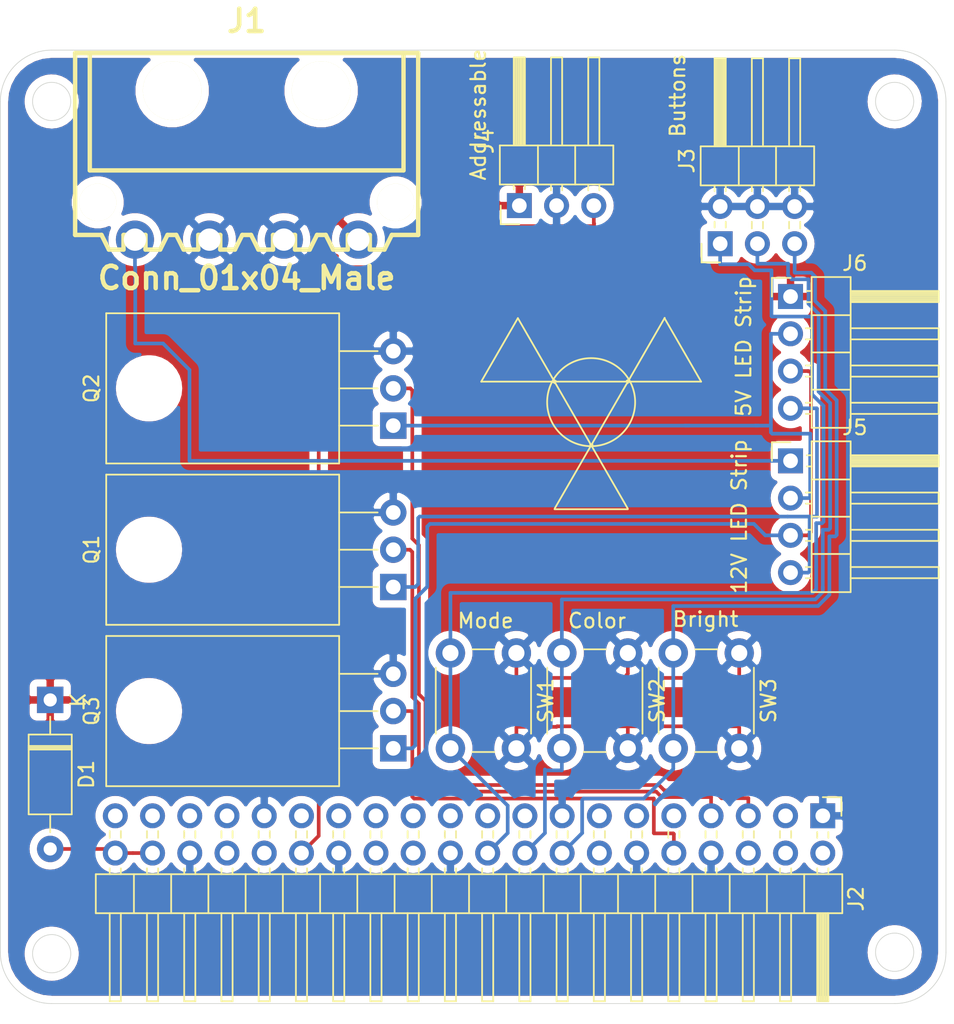
<source format=kicad_pcb>
(kicad_pcb (version 20171130) (host pcbnew "(5.1.2)-2")

  (general
    (thickness 1.6)
    (drawings 32)
    (tracks 191)
    (zones 0)
    (modules 13)
    (nets 38)
  )

  (page A4)
  (layers
    (0 F.Cu signal)
    (31 B.Cu signal)
    (32 B.Adhes user)
    (33 F.Adhes user)
    (34 B.Paste user)
    (35 F.Paste user)
    (36 B.SilkS user)
    (37 F.SilkS user)
    (38 B.Mask user)
    (39 F.Mask user)
    (40 Dwgs.User user)
    (41 Cmts.User user)
    (42 Eco1.User user)
    (43 Eco2.User user)
    (44 Edge.Cuts user)
    (45 Margin user)
    (46 B.CrtYd user)
    (47 F.CrtYd user)
    (48 B.Fab user)
    (49 F.Fab user)
  )

  (setup
    (last_trace_width 0.25)
    (trace_clearance 0.2)
    (zone_clearance 0.508)
    (zone_45_only no)
    (trace_min 0.2)
    (via_size 0.8)
    (via_drill 0.4)
    (via_min_size 0.4)
    (via_min_drill 0.3)
    (uvia_size 0.3)
    (uvia_drill 0.1)
    (uvias_allowed no)
    (uvia_min_size 0.2)
    (uvia_min_drill 0.1)
    (edge_width 0.05)
    (segment_width 0.2)
    (pcb_text_width 0.3)
    (pcb_text_size 1.5 1.5)
    (mod_edge_width 0.12)
    (mod_text_size 1 1)
    (mod_text_width 0.15)
    (pad_size 1.524 1.524)
    (pad_drill 0.762)
    (pad_to_mask_clearance 0.051)
    (solder_mask_min_width 0.25)
    (aux_axis_origin 0 0)
    (visible_elements 7FFFFFFF)
    (pcbplotparams
      (layerselection 0x010fc_ffffffff)
      (usegerberextensions false)
      (usegerberattributes false)
      (usegerberadvancedattributes false)
      (creategerberjobfile false)
      (excludeedgelayer true)
      (linewidth 0.100000)
      (plotframeref false)
      (viasonmask false)
      (mode 1)
      (useauxorigin false)
      (hpglpennumber 1)
      (hpglpenspeed 20)
      (hpglpendiameter 15.000000)
      (psnegative false)
      (psa4output false)
      (plotreference true)
      (plotvalue true)
      (plotinvisibletext false)
      (padsonsilk false)
      (subtractmaskfromsilk false)
      (outputformat 1)
      (mirror false)
      (drillshape 1)
      (scaleselection 1)
      (outputdirectory ""))
  )

  (net 0 "")
  (net 1 5V)
  (net 2 12V)
  (net 3 GND)
  (net 4 "Net-(J2-Pad3)")
  (net 5 "Net-(J2-Pad11)")
  (net 6 signal)
  (net 7 bright+)
  (net 8 "Net-(J2-Pad17)")
  (net 9 "Net-(J2-Pad19)")
  (net 10 "Net-(J2-Pad21)")
  (net 11 mode+)
  (net 12 "Net-(J2-Pad23)")
  (net 13 "Net-(J2-Pad24)")
  (net 14 "Net-(J2-Pad26)")
  (net 15 "Net-(J2-Pad27)")
  (net 16 "Net-(J2-Pad29)")
  (net 17 PWM1)
  (net 18 PWM2)
  (net 19 PWM3)
  (net 20 color+)
  (net 21 B)
  (net 22 R)
  (net 23 G)
  (net 24 5diode)
  (net 25 "Net-(J2-Pad13)")
  (net 26 "Net-(J2-Pad37)")
  (net 27 "Net-(J2-Pad2)")
  (net 28 "Net-(J2-Pad4)")
  (net 29 "Net-(J2-Pad6)")
  (net 30 "Net-(J2-Pad9)")
  (net 31 "Net-(J2-Pad14)")
  (net 32 "Net-(J2-Pad32)")
  (net 33 "Net-(J2-Pad35)")
  (net 34 "Net-(J2-Pad39)")
  (net 35 "Net-(J2-Pad25)")
  (net 36 "Net-(J2-Pad33)")
  (net 37 "Net-(J2-Pad34)")

  (net_class Default "This is the default net class."
    (clearance 0.2)
    (trace_width 0.25)
    (via_dia 0.8)
    (via_drill 0.4)
    (uvia_dia 0.3)
    (uvia_drill 0.1)
    (add_net 12V)
    (add_net 5V)
    (add_net 5diode)
    (add_net B)
    (add_net G)
    (add_net GND)
    (add_net "Net-(J2-Pad11)")
    (add_net "Net-(J2-Pad13)")
    (add_net "Net-(J2-Pad14)")
    (add_net "Net-(J2-Pad17)")
    (add_net "Net-(J2-Pad19)")
    (add_net "Net-(J2-Pad2)")
    (add_net "Net-(J2-Pad21)")
    (add_net "Net-(J2-Pad23)")
    (add_net "Net-(J2-Pad24)")
    (add_net "Net-(J2-Pad25)")
    (add_net "Net-(J2-Pad26)")
    (add_net "Net-(J2-Pad27)")
    (add_net "Net-(J2-Pad29)")
    (add_net "Net-(J2-Pad3)")
    (add_net "Net-(J2-Pad32)")
    (add_net "Net-(J2-Pad33)")
    (add_net "Net-(J2-Pad34)")
    (add_net "Net-(J2-Pad35)")
    (add_net "Net-(J2-Pad37)")
    (add_net "Net-(J2-Pad39)")
    (add_net "Net-(J2-Pad4)")
    (add_net "Net-(J2-Pad6)")
    (add_net "Net-(J2-Pad9)")
    (add_net PWM1)
    (add_net PWM2)
    (add_net PWM3)
    (add_net R)
    (add_net bright+)
    (add_net color+)
    (add_net mode+)
    (add_net signal)
  )

  (module Pin_Headers:Pin_Header_Angled_2x20_Pitch2.54mm (layer F.Cu) (tedit 59650533) (tstamp 5E350144)
    (at 76.1 72.2 270)
    (descr "Through hole angled pin header, 2x20, 2.54mm pitch, 6mm pin length, double rows")
    (tags "Through hole angled pin header THT 2x20 2.54mm double row")
    (path /5E48DFDE)
    (fp_text reference J2 (at 5.655 -2.27 90) (layer F.SilkS)
      (effects (font (size 1 1) (thickness 0.15)))
    )
    (fp_text value Conn_02x20_Odd_Even (at 5.655 50.53 90) (layer F.Fab)
      (effects (font (size 1 1) (thickness 0.15)))
    )
    (fp_line (start 4.675 -1.27) (end 6.58 -1.27) (layer F.Fab) (width 0.1))
    (fp_line (start 6.58 -1.27) (end 6.58 49.53) (layer F.Fab) (width 0.1))
    (fp_line (start 6.58 49.53) (end 4.04 49.53) (layer F.Fab) (width 0.1))
    (fp_line (start 4.04 49.53) (end 4.04 -0.635) (layer F.Fab) (width 0.1))
    (fp_line (start 4.04 -0.635) (end 4.675 -1.27) (layer F.Fab) (width 0.1))
    (fp_line (start -0.32 -0.32) (end 4.04 -0.32) (layer F.Fab) (width 0.1))
    (fp_line (start -0.32 -0.32) (end -0.32 0.32) (layer F.Fab) (width 0.1))
    (fp_line (start -0.32 0.32) (end 4.04 0.32) (layer F.Fab) (width 0.1))
    (fp_line (start 6.58 -0.32) (end 12.58 -0.32) (layer F.Fab) (width 0.1))
    (fp_line (start 12.58 -0.32) (end 12.58 0.32) (layer F.Fab) (width 0.1))
    (fp_line (start 6.58 0.32) (end 12.58 0.32) (layer F.Fab) (width 0.1))
    (fp_line (start -0.32 2.22) (end 4.04 2.22) (layer F.Fab) (width 0.1))
    (fp_line (start -0.32 2.22) (end -0.32 2.86) (layer F.Fab) (width 0.1))
    (fp_line (start -0.32 2.86) (end 4.04 2.86) (layer F.Fab) (width 0.1))
    (fp_line (start 6.58 2.22) (end 12.58 2.22) (layer F.Fab) (width 0.1))
    (fp_line (start 12.58 2.22) (end 12.58 2.86) (layer F.Fab) (width 0.1))
    (fp_line (start 6.58 2.86) (end 12.58 2.86) (layer F.Fab) (width 0.1))
    (fp_line (start -0.32 4.76) (end 4.04 4.76) (layer F.Fab) (width 0.1))
    (fp_line (start -0.32 4.76) (end -0.32 5.4) (layer F.Fab) (width 0.1))
    (fp_line (start -0.32 5.4) (end 4.04 5.4) (layer F.Fab) (width 0.1))
    (fp_line (start 6.58 4.76) (end 12.58 4.76) (layer F.Fab) (width 0.1))
    (fp_line (start 12.58 4.76) (end 12.58 5.4) (layer F.Fab) (width 0.1))
    (fp_line (start 6.58 5.4) (end 12.58 5.4) (layer F.Fab) (width 0.1))
    (fp_line (start -0.32 7.3) (end 4.04 7.3) (layer F.Fab) (width 0.1))
    (fp_line (start -0.32 7.3) (end -0.32 7.94) (layer F.Fab) (width 0.1))
    (fp_line (start -0.32 7.94) (end 4.04 7.94) (layer F.Fab) (width 0.1))
    (fp_line (start 6.58 7.3) (end 12.58 7.3) (layer F.Fab) (width 0.1))
    (fp_line (start 12.58 7.3) (end 12.58 7.94) (layer F.Fab) (width 0.1))
    (fp_line (start 6.58 7.94) (end 12.58 7.94) (layer F.Fab) (width 0.1))
    (fp_line (start -0.32 9.84) (end 4.04 9.84) (layer F.Fab) (width 0.1))
    (fp_line (start -0.32 9.84) (end -0.32 10.48) (layer F.Fab) (width 0.1))
    (fp_line (start -0.32 10.48) (end 4.04 10.48) (layer F.Fab) (width 0.1))
    (fp_line (start 6.58 9.84) (end 12.58 9.84) (layer F.Fab) (width 0.1))
    (fp_line (start 12.58 9.84) (end 12.58 10.48) (layer F.Fab) (width 0.1))
    (fp_line (start 6.58 10.48) (end 12.58 10.48) (layer F.Fab) (width 0.1))
    (fp_line (start -0.32 12.38) (end 4.04 12.38) (layer F.Fab) (width 0.1))
    (fp_line (start -0.32 12.38) (end -0.32 13.02) (layer F.Fab) (width 0.1))
    (fp_line (start -0.32 13.02) (end 4.04 13.02) (layer F.Fab) (width 0.1))
    (fp_line (start 6.58 12.38) (end 12.58 12.38) (layer F.Fab) (width 0.1))
    (fp_line (start 12.58 12.38) (end 12.58 13.02) (layer F.Fab) (width 0.1))
    (fp_line (start 6.58 13.02) (end 12.58 13.02) (layer F.Fab) (width 0.1))
    (fp_line (start -0.32 14.92) (end 4.04 14.92) (layer F.Fab) (width 0.1))
    (fp_line (start -0.32 14.92) (end -0.32 15.56) (layer F.Fab) (width 0.1))
    (fp_line (start -0.32 15.56) (end 4.04 15.56) (layer F.Fab) (width 0.1))
    (fp_line (start 6.58 14.92) (end 12.58 14.92) (layer F.Fab) (width 0.1))
    (fp_line (start 12.58 14.92) (end 12.58 15.56) (layer F.Fab) (width 0.1))
    (fp_line (start 6.58 15.56) (end 12.58 15.56) (layer F.Fab) (width 0.1))
    (fp_line (start -0.32 17.46) (end 4.04 17.46) (layer F.Fab) (width 0.1))
    (fp_line (start -0.32 17.46) (end -0.32 18.1) (layer F.Fab) (width 0.1))
    (fp_line (start -0.32 18.1) (end 4.04 18.1) (layer F.Fab) (width 0.1))
    (fp_line (start 6.58 17.46) (end 12.58 17.46) (layer F.Fab) (width 0.1))
    (fp_line (start 12.58 17.46) (end 12.58 18.1) (layer F.Fab) (width 0.1))
    (fp_line (start 6.58 18.1) (end 12.58 18.1) (layer F.Fab) (width 0.1))
    (fp_line (start -0.32 20) (end 4.04 20) (layer F.Fab) (width 0.1))
    (fp_line (start -0.32 20) (end -0.32 20.64) (layer F.Fab) (width 0.1))
    (fp_line (start -0.32 20.64) (end 4.04 20.64) (layer F.Fab) (width 0.1))
    (fp_line (start 6.58 20) (end 12.58 20) (layer F.Fab) (width 0.1))
    (fp_line (start 12.58 20) (end 12.58 20.64) (layer F.Fab) (width 0.1))
    (fp_line (start 6.58 20.64) (end 12.58 20.64) (layer F.Fab) (width 0.1))
    (fp_line (start -0.32 22.54) (end 4.04 22.54) (layer F.Fab) (width 0.1))
    (fp_line (start -0.32 22.54) (end -0.32 23.18) (layer F.Fab) (width 0.1))
    (fp_line (start -0.32 23.18) (end 4.04 23.18) (layer F.Fab) (width 0.1))
    (fp_line (start 6.58 22.54) (end 12.58 22.54) (layer F.Fab) (width 0.1))
    (fp_line (start 12.58 22.54) (end 12.58 23.18) (layer F.Fab) (width 0.1))
    (fp_line (start 6.58 23.18) (end 12.58 23.18) (layer F.Fab) (width 0.1))
    (fp_line (start -0.32 25.08) (end 4.04 25.08) (layer F.Fab) (width 0.1))
    (fp_line (start -0.32 25.08) (end -0.32 25.72) (layer F.Fab) (width 0.1))
    (fp_line (start -0.32 25.72) (end 4.04 25.72) (layer F.Fab) (width 0.1))
    (fp_line (start 6.58 25.08) (end 12.58 25.08) (layer F.Fab) (width 0.1))
    (fp_line (start 12.58 25.08) (end 12.58 25.72) (layer F.Fab) (width 0.1))
    (fp_line (start 6.58 25.72) (end 12.58 25.72) (layer F.Fab) (width 0.1))
    (fp_line (start -0.32 27.62) (end 4.04 27.62) (layer F.Fab) (width 0.1))
    (fp_line (start -0.32 27.62) (end -0.32 28.26) (layer F.Fab) (width 0.1))
    (fp_line (start -0.32 28.26) (end 4.04 28.26) (layer F.Fab) (width 0.1))
    (fp_line (start 6.58 27.62) (end 12.58 27.62) (layer F.Fab) (width 0.1))
    (fp_line (start 12.58 27.62) (end 12.58 28.26) (layer F.Fab) (width 0.1))
    (fp_line (start 6.58 28.26) (end 12.58 28.26) (layer F.Fab) (width 0.1))
    (fp_line (start -0.32 30.16) (end 4.04 30.16) (layer F.Fab) (width 0.1))
    (fp_line (start -0.32 30.16) (end -0.32 30.8) (layer F.Fab) (width 0.1))
    (fp_line (start -0.32 30.8) (end 4.04 30.8) (layer F.Fab) (width 0.1))
    (fp_line (start 6.58 30.16) (end 12.58 30.16) (layer F.Fab) (width 0.1))
    (fp_line (start 12.58 30.16) (end 12.58 30.8) (layer F.Fab) (width 0.1))
    (fp_line (start 6.58 30.8) (end 12.58 30.8) (layer F.Fab) (width 0.1))
    (fp_line (start -0.32 32.7) (end 4.04 32.7) (layer F.Fab) (width 0.1))
    (fp_line (start -0.32 32.7) (end -0.32 33.34) (layer F.Fab) (width 0.1))
    (fp_line (start -0.32 33.34) (end 4.04 33.34) (layer F.Fab) (width 0.1))
    (fp_line (start 6.58 32.7) (end 12.58 32.7) (layer F.Fab) (width 0.1))
    (fp_line (start 12.58 32.7) (end 12.58 33.34) (layer F.Fab) (width 0.1))
    (fp_line (start 6.58 33.34) (end 12.58 33.34) (layer F.Fab) (width 0.1))
    (fp_line (start -0.32 35.24) (end 4.04 35.24) (layer F.Fab) (width 0.1))
    (fp_line (start -0.32 35.24) (end -0.32 35.88) (layer F.Fab) (width 0.1))
    (fp_line (start -0.32 35.88) (end 4.04 35.88) (layer F.Fab) (width 0.1))
    (fp_line (start 6.58 35.24) (end 12.58 35.24) (layer F.Fab) (width 0.1))
    (fp_line (start 12.58 35.24) (end 12.58 35.88) (layer F.Fab) (width 0.1))
    (fp_line (start 6.58 35.88) (end 12.58 35.88) (layer F.Fab) (width 0.1))
    (fp_line (start -0.32 37.78) (end 4.04 37.78) (layer F.Fab) (width 0.1))
    (fp_line (start -0.32 37.78) (end -0.32 38.42) (layer F.Fab) (width 0.1))
    (fp_line (start -0.32 38.42) (end 4.04 38.42) (layer F.Fab) (width 0.1))
    (fp_line (start 6.58 37.78) (end 12.58 37.78) (layer F.Fab) (width 0.1))
    (fp_line (start 12.58 37.78) (end 12.58 38.42) (layer F.Fab) (width 0.1))
    (fp_line (start 6.58 38.42) (end 12.58 38.42) (layer F.Fab) (width 0.1))
    (fp_line (start -0.32 40.32) (end 4.04 40.32) (layer F.Fab) (width 0.1))
    (fp_line (start -0.32 40.32) (end -0.32 40.96) (layer F.Fab) (width 0.1))
    (fp_line (start -0.32 40.96) (end 4.04 40.96) (layer F.Fab) (width 0.1))
    (fp_line (start 6.58 40.32) (end 12.58 40.32) (layer F.Fab) (width 0.1))
    (fp_line (start 12.58 40.32) (end 12.58 40.96) (layer F.Fab) (width 0.1))
    (fp_line (start 6.58 40.96) (end 12.58 40.96) (layer F.Fab) (width 0.1))
    (fp_line (start -0.32 42.86) (end 4.04 42.86) (layer F.Fab) (width 0.1))
    (fp_line (start -0.32 42.86) (end -0.32 43.5) (layer F.Fab) (width 0.1))
    (fp_line (start -0.32 43.5) (end 4.04 43.5) (layer F.Fab) (width 0.1))
    (fp_line (start 6.58 42.86) (end 12.58 42.86) (layer F.Fab) (width 0.1))
    (fp_line (start 12.58 42.86) (end 12.58 43.5) (layer F.Fab) (width 0.1))
    (fp_line (start 6.58 43.5) (end 12.58 43.5) (layer F.Fab) (width 0.1))
    (fp_line (start -0.32 45.4) (end 4.04 45.4) (layer F.Fab) (width 0.1))
    (fp_line (start -0.32 45.4) (end -0.32 46.04) (layer F.Fab) (width 0.1))
    (fp_line (start -0.32 46.04) (end 4.04 46.04) (layer F.Fab) (width 0.1))
    (fp_line (start 6.58 45.4) (end 12.58 45.4) (layer F.Fab) (width 0.1))
    (fp_line (start 12.58 45.4) (end 12.58 46.04) (layer F.Fab) (width 0.1))
    (fp_line (start 6.58 46.04) (end 12.58 46.04) (layer F.Fab) (width 0.1))
    (fp_line (start -0.32 47.94) (end 4.04 47.94) (layer F.Fab) (width 0.1))
    (fp_line (start -0.32 47.94) (end -0.32 48.58) (layer F.Fab) (width 0.1))
    (fp_line (start -0.32 48.58) (end 4.04 48.58) (layer F.Fab) (width 0.1))
    (fp_line (start 6.58 47.94) (end 12.58 47.94) (layer F.Fab) (width 0.1))
    (fp_line (start 12.58 47.94) (end 12.58 48.58) (layer F.Fab) (width 0.1))
    (fp_line (start 6.58 48.58) (end 12.58 48.58) (layer F.Fab) (width 0.1))
    (fp_line (start 3.98 -1.33) (end 3.98 49.59) (layer F.SilkS) (width 0.12))
    (fp_line (start 3.98 49.59) (end 6.64 49.59) (layer F.SilkS) (width 0.12))
    (fp_line (start 6.64 49.59) (end 6.64 -1.33) (layer F.SilkS) (width 0.12))
    (fp_line (start 6.64 -1.33) (end 3.98 -1.33) (layer F.SilkS) (width 0.12))
    (fp_line (start 6.64 -0.38) (end 12.64 -0.38) (layer F.SilkS) (width 0.12))
    (fp_line (start 12.64 -0.38) (end 12.64 0.38) (layer F.SilkS) (width 0.12))
    (fp_line (start 12.64 0.38) (end 6.64 0.38) (layer F.SilkS) (width 0.12))
    (fp_line (start 6.64 -0.32) (end 12.64 -0.32) (layer F.SilkS) (width 0.12))
    (fp_line (start 6.64 -0.2) (end 12.64 -0.2) (layer F.SilkS) (width 0.12))
    (fp_line (start 6.64 -0.08) (end 12.64 -0.08) (layer F.SilkS) (width 0.12))
    (fp_line (start 6.64 0.04) (end 12.64 0.04) (layer F.SilkS) (width 0.12))
    (fp_line (start 6.64 0.16) (end 12.64 0.16) (layer F.SilkS) (width 0.12))
    (fp_line (start 6.64 0.28) (end 12.64 0.28) (layer F.SilkS) (width 0.12))
    (fp_line (start 3.582929 -0.38) (end 3.98 -0.38) (layer F.SilkS) (width 0.12))
    (fp_line (start 3.582929 0.38) (end 3.98 0.38) (layer F.SilkS) (width 0.12))
    (fp_line (start 1.11 -0.38) (end 1.497071 -0.38) (layer F.SilkS) (width 0.12))
    (fp_line (start 1.11 0.38) (end 1.497071 0.38) (layer F.SilkS) (width 0.12))
    (fp_line (start 3.98 1.27) (end 6.64 1.27) (layer F.SilkS) (width 0.12))
    (fp_line (start 6.64 2.16) (end 12.64 2.16) (layer F.SilkS) (width 0.12))
    (fp_line (start 12.64 2.16) (end 12.64 2.92) (layer F.SilkS) (width 0.12))
    (fp_line (start 12.64 2.92) (end 6.64 2.92) (layer F.SilkS) (width 0.12))
    (fp_line (start 3.582929 2.16) (end 3.98 2.16) (layer F.SilkS) (width 0.12))
    (fp_line (start 3.582929 2.92) (end 3.98 2.92) (layer F.SilkS) (width 0.12))
    (fp_line (start 1.042929 2.16) (end 1.497071 2.16) (layer F.SilkS) (width 0.12))
    (fp_line (start 1.042929 2.92) (end 1.497071 2.92) (layer F.SilkS) (width 0.12))
    (fp_line (start 3.98 3.81) (end 6.64 3.81) (layer F.SilkS) (width 0.12))
    (fp_line (start 6.64 4.7) (end 12.64 4.7) (layer F.SilkS) (width 0.12))
    (fp_line (start 12.64 4.7) (end 12.64 5.46) (layer F.SilkS) (width 0.12))
    (fp_line (start 12.64 5.46) (end 6.64 5.46) (layer F.SilkS) (width 0.12))
    (fp_line (start 3.582929 4.7) (end 3.98 4.7) (layer F.SilkS) (width 0.12))
    (fp_line (start 3.582929 5.46) (end 3.98 5.46) (layer F.SilkS) (width 0.12))
    (fp_line (start 1.042929 4.7) (end 1.497071 4.7) (layer F.SilkS) (width 0.12))
    (fp_line (start 1.042929 5.46) (end 1.497071 5.46) (layer F.SilkS) (width 0.12))
    (fp_line (start 3.98 6.35) (end 6.64 6.35) (layer F.SilkS) (width 0.12))
    (fp_line (start 6.64 7.24) (end 12.64 7.24) (layer F.SilkS) (width 0.12))
    (fp_line (start 12.64 7.24) (end 12.64 8) (layer F.SilkS) (width 0.12))
    (fp_line (start 12.64 8) (end 6.64 8) (layer F.SilkS) (width 0.12))
    (fp_line (start 3.582929 7.24) (end 3.98 7.24) (layer F.SilkS) (width 0.12))
    (fp_line (start 3.582929 8) (end 3.98 8) (layer F.SilkS) (width 0.12))
    (fp_line (start 1.042929 7.24) (end 1.497071 7.24) (layer F.SilkS) (width 0.12))
    (fp_line (start 1.042929 8) (end 1.497071 8) (layer F.SilkS) (width 0.12))
    (fp_line (start 3.98 8.89) (end 6.64 8.89) (layer F.SilkS) (width 0.12))
    (fp_line (start 6.64 9.78) (end 12.64 9.78) (layer F.SilkS) (width 0.12))
    (fp_line (start 12.64 9.78) (end 12.64 10.54) (layer F.SilkS) (width 0.12))
    (fp_line (start 12.64 10.54) (end 6.64 10.54) (layer F.SilkS) (width 0.12))
    (fp_line (start 3.582929 9.78) (end 3.98 9.78) (layer F.SilkS) (width 0.12))
    (fp_line (start 3.582929 10.54) (end 3.98 10.54) (layer F.SilkS) (width 0.12))
    (fp_line (start 1.042929 9.78) (end 1.497071 9.78) (layer F.SilkS) (width 0.12))
    (fp_line (start 1.042929 10.54) (end 1.497071 10.54) (layer F.SilkS) (width 0.12))
    (fp_line (start 3.98 11.43) (end 6.64 11.43) (layer F.SilkS) (width 0.12))
    (fp_line (start 6.64 12.32) (end 12.64 12.32) (layer F.SilkS) (width 0.12))
    (fp_line (start 12.64 12.32) (end 12.64 13.08) (layer F.SilkS) (width 0.12))
    (fp_line (start 12.64 13.08) (end 6.64 13.08) (layer F.SilkS) (width 0.12))
    (fp_line (start 3.582929 12.32) (end 3.98 12.32) (layer F.SilkS) (width 0.12))
    (fp_line (start 3.582929 13.08) (end 3.98 13.08) (layer F.SilkS) (width 0.12))
    (fp_line (start 1.042929 12.32) (end 1.497071 12.32) (layer F.SilkS) (width 0.12))
    (fp_line (start 1.042929 13.08) (end 1.497071 13.08) (layer F.SilkS) (width 0.12))
    (fp_line (start 3.98 13.97) (end 6.64 13.97) (layer F.SilkS) (width 0.12))
    (fp_line (start 6.64 14.86) (end 12.64 14.86) (layer F.SilkS) (width 0.12))
    (fp_line (start 12.64 14.86) (end 12.64 15.62) (layer F.SilkS) (width 0.12))
    (fp_line (start 12.64 15.62) (end 6.64 15.62) (layer F.SilkS) (width 0.12))
    (fp_line (start 3.582929 14.86) (end 3.98 14.86) (layer F.SilkS) (width 0.12))
    (fp_line (start 3.582929 15.62) (end 3.98 15.62) (layer F.SilkS) (width 0.12))
    (fp_line (start 1.042929 14.86) (end 1.497071 14.86) (layer F.SilkS) (width 0.12))
    (fp_line (start 1.042929 15.62) (end 1.497071 15.62) (layer F.SilkS) (width 0.12))
    (fp_line (start 3.98 16.51) (end 6.64 16.51) (layer F.SilkS) (width 0.12))
    (fp_line (start 6.64 17.4) (end 12.64 17.4) (layer F.SilkS) (width 0.12))
    (fp_line (start 12.64 17.4) (end 12.64 18.16) (layer F.SilkS) (width 0.12))
    (fp_line (start 12.64 18.16) (end 6.64 18.16) (layer F.SilkS) (width 0.12))
    (fp_line (start 3.582929 17.4) (end 3.98 17.4) (layer F.SilkS) (width 0.12))
    (fp_line (start 3.582929 18.16) (end 3.98 18.16) (layer F.SilkS) (width 0.12))
    (fp_line (start 1.042929 17.4) (end 1.497071 17.4) (layer F.SilkS) (width 0.12))
    (fp_line (start 1.042929 18.16) (end 1.497071 18.16) (layer F.SilkS) (width 0.12))
    (fp_line (start 3.98 19.05) (end 6.64 19.05) (layer F.SilkS) (width 0.12))
    (fp_line (start 6.64 19.94) (end 12.64 19.94) (layer F.SilkS) (width 0.12))
    (fp_line (start 12.64 19.94) (end 12.64 20.7) (layer F.SilkS) (width 0.12))
    (fp_line (start 12.64 20.7) (end 6.64 20.7) (layer F.SilkS) (width 0.12))
    (fp_line (start 3.582929 19.94) (end 3.98 19.94) (layer F.SilkS) (width 0.12))
    (fp_line (start 3.582929 20.7) (end 3.98 20.7) (layer F.SilkS) (width 0.12))
    (fp_line (start 1.042929 19.94) (end 1.497071 19.94) (layer F.SilkS) (width 0.12))
    (fp_line (start 1.042929 20.7) (end 1.497071 20.7) (layer F.SilkS) (width 0.12))
    (fp_line (start 3.98 21.59) (end 6.64 21.59) (layer F.SilkS) (width 0.12))
    (fp_line (start 6.64 22.48) (end 12.64 22.48) (layer F.SilkS) (width 0.12))
    (fp_line (start 12.64 22.48) (end 12.64 23.24) (layer F.SilkS) (width 0.12))
    (fp_line (start 12.64 23.24) (end 6.64 23.24) (layer F.SilkS) (width 0.12))
    (fp_line (start 3.582929 22.48) (end 3.98 22.48) (layer F.SilkS) (width 0.12))
    (fp_line (start 3.582929 23.24) (end 3.98 23.24) (layer F.SilkS) (width 0.12))
    (fp_line (start 1.042929 22.48) (end 1.497071 22.48) (layer F.SilkS) (width 0.12))
    (fp_line (start 1.042929 23.24) (end 1.497071 23.24) (layer F.SilkS) (width 0.12))
    (fp_line (start 3.98 24.13) (end 6.64 24.13) (layer F.SilkS) (width 0.12))
    (fp_line (start 6.64 25.02) (end 12.64 25.02) (layer F.SilkS) (width 0.12))
    (fp_line (start 12.64 25.02) (end 12.64 25.78) (layer F.SilkS) (width 0.12))
    (fp_line (start 12.64 25.78) (end 6.64 25.78) (layer F.SilkS) (width 0.12))
    (fp_line (start 3.582929 25.02) (end 3.98 25.02) (layer F.SilkS) (width 0.12))
    (fp_line (start 3.582929 25.78) (end 3.98 25.78) (layer F.SilkS) (width 0.12))
    (fp_line (start 1.042929 25.02) (end 1.497071 25.02) (layer F.SilkS) (width 0.12))
    (fp_line (start 1.042929 25.78) (end 1.497071 25.78) (layer F.SilkS) (width 0.12))
    (fp_line (start 3.98 26.67) (end 6.64 26.67) (layer F.SilkS) (width 0.12))
    (fp_line (start 6.64 27.56) (end 12.64 27.56) (layer F.SilkS) (width 0.12))
    (fp_line (start 12.64 27.56) (end 12.64 28.32) (layer F.SilkS) (width 0.12))
    (fp_line (start 12.64 28.32) (end 6.64 28.32) (layer F.SilkS) (width 0.12))
    (fp_line (start 3.582929 27.56) (end 3.98 27.56) (layer F.SilkS) (width 0.12))
    (fp_line (start 3.582929 28.32) (end 3.98 28.32) (layer F.SilkS) (width 0.12))
    (fp_line (start 1.042929 27.56) (end 1.497071 27.56) (layer F.SilkS) (width 0.12))
    (fp_line (start 1.042929 28.32) (end 1.497071 28.32) (layer F.SilkS) (width 0.12))
    (fp_line (start 3.98 29.21) (end 6.64 29.21) (layer F.SilkS) (width 0.12))
    (fp_line (start 6.64 30.1) (end 12.64 30.1) (layer F.SilkS) (width 0.12))
    (fp_line (start 12.64 30.1) (end 12.64 30.86) (layer F.SilkS) (width 0.12))
    (fp_line (start 12.64 30.86) (end 6.64 30.86) (layer F.SilkS) (width 0.12))
    (fp_line (start 3.582929 30.1) (end 3.98 30.1) (layer F.SilkS) (width 0.12))
    (fp_line (start 3.582929 30.86) (end 3.98 30.86) (layer F.SilkS) (width 0.12))
    (fp_line (start 1.042929 30.1) (end 1.497071 30.1) (layer F.SilkS) (width 0.12))
    (fp_line (start 1.042929 30.86) (end 1.497071 30.86) (layer F.SilkS) (width 0.12))
    (fp_line (start 3.98 31.75) (end 6.64 31.75) (layer F.SilkS) (width 0.12))
    (fp_line (start 6.64 32.64) (end 12.64 32.64) (layer F.SilkS) (width 0.12))
    (fp_line (start 12.64 32.64) (end 12.64 33.4) (layer F.SilkS) (width 0.12))
    (fp_line (start 12.64 33.4) (end 6.64 33.4) (layer F.SilkS) (width 0.12))
    (fp_line (start 3.582929 32.64) (end 3.98 32.64) (layer F.SilkS) (width 0.12))
    (fp_line (start 3.582929 33.4) (end 3.98 33.4) (layer F.SilkS) (width 0.12))
    (fp_line (start 1.042929 32.64) (end 1.497071 32.64) (layer F.SilkS) (width 0.12))
    (fp_line (start 1.042929 33.4) (end 1.497071 33.4) (layer F.SilkS) (width 0.12))
    (fp_line (start 3.98 34.29) (end 6.64 34.29) (layer F.SilkS) (width 0.12))
    (fp_line (start 6.64 35.18) (end 12.64 35.18) (layer F.SilkS) (width 0.12))
    (fp_line (start 12.64 35.18) (end 12.64 35.94) (layer F.SilkS) (width 0.12))
    (fp_line (start 12.64 35.94) (end 6.64 35.94) (layer F.SilkS) (width 0.12))
    (fp_line (start 3.582929 35.18) (end 3.98 35.18) (layer F.SilkS) (width 0.12))
    (fp_line (start 3.582929 35.94) (end 3.98 35.94) (layer F.SilkS) (width 0.12))
    (fp_line (start 1.042929 35.18) (end 1.497071 35.18) (layer F.SilkS) (width 0.12))
    (fp_line (start 1.042929 35.94) (end 1.497071 35.94) (layer F.SilkS) (width 0.12))
    (fp_line (start 3.98 36.83) (end 6.64 36.83) (layer F.SilkS) (width 0.12))
    (fp_line (start 6.64 37.72) (end 12.64 37.72) (layer F.SilkS) (width 0.12))
    (fp_line (start 12.64 37.72) (end 12.64 38.48) (layer F.SilkS) (width 0.12))
    (fp_line (start 12.64 38.48) (end 6.64 38.48) (layer F.SilkS) (width 0.12))
    (fp_line (start 3.582929 37.72) (end 3.98 37.72) (layer F.SilkS) (width 0.12))
    (fp_line (start 3.582929 38.48) (end 3.98 38.48) (layer F.SilkS) (width 0.12))
    (fp_line (start 1.042929 37.72) (end 1.497071 37.72) (layer F.SilkS) (width 0.12))
    (fp_line (start 1.042929 38.48) (end 1.497071 38.48) (layer F.SilkS) (width 0.12))
    (fp_line (start 3.98 39.37) (end 6.64 39.37) (layer F.SilkS) (width 0.12))
    (fp_line (start 6.64 40.26) (end 12.64 40.26) (layer F.SilkS) (width 0.12))
    (fp_line (start 12.64 40.26) (end 12.64 41.02) (layer F.SilkS) (width 0.12))
    (fp_line (start 12.64 41.02) (end 6.64 41.02) (layer F.SilkS) (width 0.12))
    (fp_line (start 3.582929 40.26) (end 3.98 40.26) (layer F.SilkS) (width 0.12))
    (fp_line (start 3.582929 41.02) (end 3.98 41.02) (layer F.SilkS) (width 0.12))
    (fp_line (start 1.042929 40.26) (end 1.497071 40.26) (layer F.SilkS) (width 0.12))
    (fp_line (start 1.042929 41.02) (end 1.497071 41.02) (layer F.SilkS) (width 0.12))
    (fp_line (start 3.98 41.91) (end 6.64 41.91) (layer F.SilkS) (width 0.12))
    (fp_line (start 6.64 42.8) (end 12.64 42.8) (layer F.SilkS) (width 0.12))
    (fp_line (start 12.64 42.8) (end 12.64 43.56) (layer F.SilkS) (width 0.12))
    (fp_line (start 12.64 43.56) (end 6.64 43.56) (layer F.SilkS) (width 0.12))
    (fp_line (start 3.582929 42.8) (end 3.98 42.8) (layer F.SilkS) (width 0.12))
    (fp_line (start 3.582929 43.56) (end 3.98 43.56) (layer F.SilkS) (width 0.12))
    (fp_line (start 1.042929 42.8) (end 1.497071 42.8) (layer F.SilkS) (width 0.12))
    (fp_line (start 1.042929 43.56) (end 1.497071 43.56) (layer F.SilkS) (width 0.12))
    (fp_line (start 3.98 44.45) (end 6.64 44.45) (layer F.SilkS) (width 0.12))
    (fp_line (start 6.64 45.34) (end 12.64 45.34) (layer F.SilkS) (width 0.12))
    (fp_line (start 12.64 45.34) (end 12.64 46.1) (layer F.SilkS) (width 0.12))
    (fp_line (start 12.64 46.1) (end 6.64 46.1) (layer F.SilkS) (width 0.12))
    (fp_line (start 3.582929 45.34) (end 3.98 45.34) (layer F.SilkS) (width 0.12))
    (fp_line (start 3.582929 46.1) (end 3.98 46.1) (layer F.SilkS) (width 0.12))
    (fp_line (start 1.042929 45.34) (end 1.497071 45.34) (layer F.SilkS) (width 0.12))
    (fp_line (start 1.042929 46.1) (end 1.497071 46.1) (layer F.SilkS) (width 0.12))
    (fp_line (start 3.98 46.99) (end 6.64 46.99) (layer F.SilkS) (width 0.12))
    (fp_line (start 6.64 47.88) (end 12.64 47.88) (layer F.SilkS) (width 0.12))
    (fp_line (start 12.64 47.88) (end 12.64 48.64) (layer F.SilkS) (width 0.12))
    (fp_line (start 12.64 48.64) (end 6.64 48.64) (layer F.SilkS) (width 0.12))
    (fp_line (start 3.582929 47.88) (end 3.98 47.88) (layer F.SilkS) (width 0.12))
    (fp_line (start 3.582929 48.64) (end 3.98 48.64) (layer F.SilkS) (width 0.12))
    (fp_line (start 1.042929 47.88) (end 1.497071 47.88) (layer F.SilkS) (width 0.12))
    (fp_line (start 1.042929 48.64) (end 1.497071 48.64) (layer F.SilkS) (width 0.12))
    (fp_line (start -1.27 0) (end -1.27 -1.27) (layer F.SilkS) (width 0.12))
    (fp_line (start -1.27 -1.27) (end 0 -1.27) (layer F.SilkS) (width 0.12))
    (fp_line (start -1.8 -1.8) (end -1.8 50.05) (layer F.CrtYd) (width 0.05))
    (fp_line (start -1.8 50.05) (end 13.1 50.05) (layer F.CrtYd) (width 0.05))
    (fp_line (start 13.1 50.05) (end 13.1 -1.8) (layer F.CrtYd) (width 0.05))
    (fp_line (start 13.1 -1.8) (end -1.8 -1.8) (layer F.CrtYd) (width 0.05))
    (fp_text user %R (at 5.31 24.13) (layer F.Fab)
      (effects (font (size 1 1) (thickness 0.15)))
    )
    (pad 1 thru_hole rect (at 0 0 270) (size 1.7 1.7) (drill 1) (layers *.Cu *.Mask)
      (net 3 GND))
    (pad 2 thru_hole oval (at 2.54 0 270) (size 1.7 1.7) (drill 1) (layers *.Cu *.Mask)
      (net 27 "Net-(J2-Pad2)"))
    (pad 3 thru_hole oval (at 0 2.54 270) (size 1.7 1.7) (drill 1) (layers *.Cu *.Mask)
      (net 4 "Net-(J2-Pad3)"))
    (pad 4 thru_hole oval (at 2.54 2.54 270) (size 1.7 1.7) (drill 1) (layers *.Cu *.Mask)
      (net 28 "Net-(J2-Pad4)"))
    (pad 5 thru_hole oval (at 0 5.08 270) (size 1.7 1.7) (drill 1) (layers *.Cu *.Mask)
      (net 19 PWM3))
    (pad 6 thru_hole oval (at 2.54 5.08 270) (size 1.7 1.7) (drill 1) (layers *.Cu *.Mask)
      (net 29 "Net-(J2-Pad6)"))
    (pad 7 thru_hole oval (at 0 7.62 270) (size 1.7 1.7) (drill 1) (layers *.Cu *.Mask)
      (net 18 PWM2))
    (pad 8 thru_hole oval (at 2.54 7.62 270) (size 1.7 1.7) (drill 1) (layers *.Cu *.Mask)
      (net 3 GND))
    (pad 9 thru_hole oval (at 0 10.16 270) (size 1.7 1.7) (drill 1) (layers *.Cu *.Mask)
      (net 30 "Net-(J2-Pad9)"))
    (pad 10 thru_hole oval (at 2.54 10.16 270) (size 1.7 1.7) (drill 1) (layers *.Cu *.Mask)
      (net 17 PWM1))
    (pad 11 thru_hole oval (at 0 12.7 270) (size 1.7 1.7) (drill 1) (layers *.Cu *.Mask)
      (net 5 "Net-(J2-Pad11)"))
    (pad 12 thru_hole oval (at 2.54 12.7 270) (size 1.7 1.7) (drill 1) (layers *.Cu *.Mask)
      (net 3 GND))
    (pad 13 thru_hole oval (at 0 15.24 270) (size 1.7 1.7) (drill 1) (layers *.Cu *.Mask)
      (net 25 "Net-(J2-Pad13)"))
    (pad 14 thru_hole oval (at 2.54 15.24 270) (size 1.7 1.7) (drill 1) (layers *.Cu *.Mask)
      (net 31 "Net-(J2-Pad14)"))
    (pad 15 thru_hole oval (at 0 17.78 270) (size 1.7 1.7) (drill 1) (layers *.Cu *.Mask)
      (net 3 GND))
    (pad 16 thru_hole oval (at 2.54 17.78 270) (size 1.7 1.7) (drill 1) (layers *.Cu *.Mask)
      (net 7 bright+))
    (pad 17 thru_hole oval (at 0 20.32 270) (size 1.7 1.7) (drill 1) (layers *.Cu *.Mask)
      (net 8 "Net-(J2-Pad17)"))
    (pad 18 thru_hole oval (at 2.54 20.32 270) (size 1.7 1.7) (drill 1) (layers *.Cu *.Mask)
      (net 20 color+))
    (pad 19 thru_hole oval (at 0 22.86 270) (size 1.7 1.7) (drill 1) (layers *.Cu *.Mask)
      (net 9 "Net-(J2-Pad19)"))
    (pad 20 thru_hole oval (at 2.54 22.86 270) (size 1.7 1.7) (drill 1) (layers *.Cu *.Mask)
      (net 11 mode+))
    (pad 21 thru_hole oval (at 0 25.4 270) (size 1.7 1.7) (drill 1) (layers *.Cu *.Mask)
      (net 10 "Net-(J2-Pad21)"))
    (pad 22 thru_hole oval (at 2.54 25.4 270) (size 1.7 1.7) (drill 1) (layers *.Cu *.Mask)
      (net 3 GND))
    (pad 23 thru_hole oval (at 0 27.94 270) (size 1.7 1.7) (drill 1) (layers *.Cu *.Mask)
      (net 12 "Net-(J2-Pad23)"))
    (pad 24 thru_hole oval (at 2.54 27.94 270) (size 1.7 1.7) (drill 1) (layers *.Cu *.Mask)
      (net 13 "Net-(J2-Pad24)"))
    (pad 25 thru_hole oval (at 0 30.48 270) (size 1.7 1.7) (drill 1) (layers *.Cu *.Mask)
      (net 35 "Net-(J2-Pad25)"))
    (pad 26 thru_hole oval (at 2.54 30.48 270) (size 1.7 1.7) (drill 1) (layers *.Cu *.Mask)
      (net 14 "Net-(J2-Pad26)"))
    (pad 27 thru_hole oval (at 0 33.02 270) (size 1.7 1.7) (drill 1) (layers *.Cu *.Mask)
      (net 15 "Net-(J2-Pad27)"))
    (pad 28 thru_hole oval (at 2.54 33.02 270) (size 1.7 1.7) (drill 1) (layers *.Cu *.Mask)
      (net 3 GND))
    (pad 29 thru_hole oval (at 0 35.56 270) (size 1.7 1.7) (drill 1) (layers *.Cu *.Mask)
      (net 16 "Net-(J2-Pad29)"))
    (pad 30 thru_hole oval (at 2.54 35.56 270) (size 1.7 1.7) (drill 1) (layers *.Cu *.Mask)
      (net 6 signal))
    (pad 31 thru_hole oval (at 0 38.1 270) (size 1.7 1.7) (drill 1) (layers *.Cu *.Mask)
      (net 3 GND))
    (pad 32 thru_hole oval (at 2.54 38.1 270) (size 1.7 1.7) (drill 1) (layers *.Cu *.Mask)
      (net 32 "Net-(J2-Pad32)"))
    (pad 33 thru_hole oval (at 0 40.64 270) (size 1.7 1.7) (drill 1) (layers *.Cu *.Mask)
      (net 36 "Net-(J2-Pad33)"))
    (pad 34 thru_hole oval (at 2.54 40.64 270) (size 1.7 1.7) (drill 1) (layers *.Cu *.Mask)
      (net 37 "Net-(J2-Pad34)"))
    (pad 35 thru_hole oval (at 0 43.18 270) (size 1.7 1.7) (drill 1) (layers *.Cu *.Mask)
      (net 33 "Net-(J2-Pad35)"))
    (pad 36 thru_hole oval (at 2.54 43.18 270) (size 1.7 1.7) (drill 1) (layers *.Cu *.Mask)
      (net 3 GND))
    (pad 37 thru_hole oval (at 0 45.72 270) (size 1.7 1.7) (drill 1) (layers *.Cu *.Mask)
      (net 26 "Net-(J2-Pad37)"))
    (pad 38 thru_hole oval (at 2.54 45.72 270) (size 1.7 1.7) (drill 1) (layers *.Cu *.Mask)
      (net 24 5diode))
    (pad 39 thru_hole oval (at 0 48.26 270) (size 1.7 1.7) (drill 1) (layers *.Cu *.Mask)
      (net 34 "Net-(J2-Pad39)"))
    (pad 40 thru_hole oval (at 2.54 48.26 270) (size 1.7 1.7) (drill 1) (layers *.Cu *.Mask)
      (net 24 5diode))
    (model ${KISYS3DMOD}/Pin_Headers.3dshapes/Pin_Header_Angled_2x20_Pitch2.54mm.wrl
      (at (xyz 0 0 0))
      (scale (xyz 1 1 1))
      (rotate (xyz 0 0 0))
    )
  )

  (module TO_SOT_Packages_THT:TO-220_Horizontal (layer F.Cu) (tedit 58CE52AD) (tstamp 5E34B81D)
    (at 46.8 45.6 90)
    (descr "TO-220, Horizontal, RM 2.54mm")
    (tags "TO-220 Horizontal RM 2.54mm")
    (path /5E39A8D5)
    (fp_text reference Q2 (at 2.54 -20.58 90) (layer F.SilkS)
      (effects (font (size 1 1) (thickness 0.15)))
    )
    (fp_text value IRLZ34N (at 2.54 1.9 90) (layer F.Fab)
      (effects (font (size 1 1) (thickness 0.15)))
    )
    (fp_text user %R (at 2.54 -20.58 90) (layer F.Fab)
      (effects (font (size 1 1) (thickness 0.15)))
    )
    (fp_line (start -2.46 -13.06) (end -2.46 -19.46) (layer F.Fab) (width 0.1))
    (fp_line (start -2.46 -19.46) (end 7.54 -19.46) (layer F.Fab) (width 0.1))
    (fp_line (start 7.54 -19.46) (end 7.54 -13.06) (layer F.Fab) (width 0.1))
    (fp_line (start 7.54 -13.06) (end -2.46 -13.06) (layer F.Fab) (width 0.1))
    (fp_line (start -2.46 -3.81) (end -2.46 -13.06) (layer F.Fab) (width 0.1))
    (fp_line (start -2.46 -13.06) (end 7.54 -13.06) (layer F.Fab) (width 0.1))
    (fp_line (start 7.54 -13.06) (end 7.54 -3.81) (layer F.Fab) (width 0.1))
    (fp_line (start 7.54 -3.81) (end -2.46 -3.81) (layer F.Fab) (width 0.1))
    (fp_line (start 0 -3.81) (end 0 0) (layer F.Fab) (width 0.1))
    (fp_line (start 2.54 -3.81) (end 2.54 0) (layer F.Fab) (width 0.1))
    (fp_line (start 5.08 -3.81) (end 5.08 0) (layer F.Fab) (width 0.1))
    (fp_line (start -2.58 -3.69) (end 7.66 -3.69) (layer F.SilkS) (width 0.12))
    (fp_line (start -2.58 -19.58) (end 7.66 -19.58) (layer F.SilkS) (width 0.12))
    (fp_line (start -2.58 -19.58) (end -2.58 -3.69) (layer F.SilkS) (width 0.12))
    (fp_line (start 7.66 -19.58) (end 7.66 -3.69) (layer F.SilkS) (width 0.12))
    (fp_line (start 0 -3.69) (end 0 -1.05) (layer F.SilkS) (width 0.12))
    (fp_line (start 2.54 -3.69) (end 2.54 -1.066) (layer F.SilkS) (width 0.12))
    (fp_line (start 5.08 -3.69) (end 5.08 -1.066) (layer F.SilkS) (width 0.12))
    (fp_line (start -2.71 -19.71) (end -2.71 1.15) (layer F.CrtYd) (width 0.05))
    (fp_line (start -2.71 1.15) (end 7.79 1.15) (layer F.CrtYd) (width 0.05))
    (fp_line (start 7.79 1.15) (end 7.79 -19.71) (layer F.CrtYd) (width 0.05))
    (fp_line (start 7.79 -19.71) (end -2.71 -19.71) (layer F.CrtYd) (width 0.05))
    (fp_circle (center 2.54 -16.66) (end 4.39 -16.66) (layer F.Fab) (width 0.1))
    (pad 0 np_thru_hole oval (at 2.54 -16.66 90) (size 3.5 3.5) (drill 3.5) (layers *.Cu *.Mask))
    (pad 1 thru_hole rect (at 0 0 90) (size 1.8 1.8) (drill 1) (layers *.Cu *.Mask)
      (net 21 B))
    (pad 2 thru_hole oval (at 2.54 0 90) (size 1.8 1.8) (drill 1) (layers *.Cu *.Mask)
      (net 19 PWM3))
    (pad 3 thru_hole oval (at 5.08 0 90) (size 1.8 1.8) (drill 1) (layers *.Cu *.Mask)
      (net 3 GND))
    (model ${KISYS3DMOD}/TO_SOT_Packages_THT.3dshapes/TO-220_Horizontal.wrl
      (offset (xyz 2.539999961853027 0 0))
      (scale (xyz 0.393701 0.393701 0.393701))
      (rotate (xyz 0 0 0))
    )
  )

  (module Pin_Headers:Pin_Header_Angled_1x04_Pitch2.54mm (layer F.Cu) (tedit 59650532) (tstamp 5E34B790)
    (at 73.9 48)
    (descr "Through hole angled pin header, 1x04, 2.54mm pitch, 6mm pin length, single row")
    (tags "Through hole angled pin header THT 1x04 2.54mm single row")
    (path /5E33D99B)
    (fp_text reference J5 (at 4.385 -2.27) (layer F.SilkS)
      (effects (font (size 1 1) (thickness 0.15)))
    )
    (fp_text value Conn_01x04_Male (at 4.385 9.89) (layer F.Fab)
      (effects (font (size 1 1) (thickness 0.15)))
    )
    (fp_line (start 2.135 -1.27) (end 4.04 -1.27) (layer F.Fab) (width 0.1))
    (fp_line (start 4.04 -1.27) (end 4.04 8.89) (layer F.Fab) (width 0.1))
    (fp_line (start 4.04 8.89) (end 1.5 8.89) (layer F.Fab) (width 0.1))
    (fp_line (start 1.5 8.89) (end 1.5 -0.635) (layer F.Fab) (width 0.1))
    (fp_line (start 1.5 -0.635) (end 2.135 -1.27) (layer F.Fab) (width 0.1))
    (fp_line (start -0.32 -0.32) (end 1.5 -0.32) (layer F.Fab) (width 0.1))
    (fp_line (start -0.32 -0.32) (end -0.32 0.32) (layer F.Fab) (width 0.1))
    (fp_line (start -0.32 0.32) (end 1.5 0.32) (layer F.Fab) (width 0.1))
    (fp_line (start 4.04 -0.32) (end 10.04 -0.32) (layer F.Fab) (width 0.1))
    (fp_line (start 10.04 -0.32) (end 10.04 0.32) (layer F.Fab) (width 0.1))
    (fp_line (start 4.04 0.32) (end 10.04 0.32) (layer F.Fab) (width 0.1))
    (fp_line (start -0.32 2.22) (end 1.5 2.22) (layer F.Fab) (width 0.1))
    (fp_line (start -0.32 2.22) (end -0.32 2.86) (layer F.Fab) (width 0.1))
    (fp_line (start -0.32 2.86) (end 1.5 2.86) (layer F.Fab) (width 0.1))
    (fp_line (start 4.04 2.22) (end 10.04 2.22) (layer F.Fab) (width 0.1))
    (fp_line (start 10.04 2.22) (end 10.04 2.86) (layer F.Fab) (width 0.1))
    (fp_line (start 4.04 2.86) (end 10.04 2.86) (layer F.Fab) (width 0.1))
    (fp_line (start -0.32 4.76) (end 1.5 4.76) (layer F.Fab) (width 0.1))
    (fp_line (start -0.32 4.76) (end -0.32 5.4) (layer F.Fab) (width 0.1))
    (fp_line (start -0.32 5.4) (end 1.5 5.4) (layer F.Fab) (width 0.1))
    (fp_line (start 4.04 4.76) (end 10.04 4.76) (layer F.Fab) (width 0.1))
    (fp_line (start 10.04 4.76) (end 10.04 5.4) (layer F.Fab) (width 0.1))
    (fp_line (start 4.04 5.4) (end 10.04 5.4) (layer F.Fab) (width 0.1))
    (fp_line (start -0.32 7.3) (end 1.5 7.3) (layer F.Fab) (width 0.1))
    (fp_line (start -0.32 7.3) (end -0.32 7.94) (layer F.Fab) (width 0.1))
    (fp_line (start -0.32 7.94) (end 1.5 7.94) (layer F.Fab) (width 0.1))
    (fp_line (start 4.04 7.3) (end 10.04 7.3) (layer F.Fab) (width 0.1))
    (fp_line (start 10.04 7.3) (end 10.04 7.94) (layer F.Fab) (width 0.1))
    (fp_line (start 4.04 7.94) (end 10.04 7.94) (layer F.Fab) (width 0.1))
    (fp_line (start 1.44 -1.33) (end 1.44 8.95) (layer F.SilkS) (width 0.12))
    (fp_line (start 1.44 8.95) (end 4.1 8.95) (layer F.SilkS) (width 0.12))
    (fp_line (start 4.1 8.95) (end 4.1 -1.33) (layer F.SilkS) (width 0.12))
    (fp_line (start 4.1 -1.33) (end 1.44 -1.33) (layer F.SilkS) (width 0.12))
    (fp_line (start 4.1 -0.38) (end 10.1 -0.38) (layer F.SilkS) (width 0.12))
    (fp_line (start 10.1 -0.38) (end 10.1 0.38) (layer F.SilkS) (width 0.12))
    (fp_line (start 10.1 0.38) (end 4.1 0.38) (layer F.SilkS) (width 0.12))
    (fp_line (start 4.1 -0.32) (end 10.1 -0.32) (layer F.SilkS) (width 0.12))
    (fp_line (start 4.1 -0.2) (end 10.1 -0.2) (layer F.SilkS) (width 0.12))
    (fp_line (start 4.1 -0.08) (end 10.1 -0.08) (layer F.SilkS) (width 0.12))
    (fp_line (start 4.1 0.04) (end 10.1 0.04) (layer F.SilkS) (width 0.12))
    (fp_line (start 4.1 0.16) (end 10.1 0.16) (layer F.SilkS) (width 0.12))
    (fp_line (start 4.1 0.28) (end 10.1 0.28) (layer F.SilkS) (width 0.12))
    (fp_line (start 1.11 -0.38) (end 1.44 -0.38) (layer F.SilkS) (width 0.12))
    (fp_line (start 1.11 0.38) (end 1.44 0.38) (layer F.SilkS) (width 0.12))
    (fp_line (start 1.44 1.27) (end 4.1 1.27) (layer F.SilkS) (width 0.12))
    (fp_line (start 4.1 2.16) (end 10.1 2.16) (layer F.SilkS) (width 0.12))
    (fp_line (start 10.1 2.16) (end 10.1 2.92) (layer F.SilkS) (width 0.12))
    (fp_line (start 10.1 2.92) (end 4.1 2.92) (layer F.SilkS) (width 0.12))
    (fp_line (start 1.042929 2.16) (end 1.44 2.16) (layer F.SilkS) (width 0.12))
    (fp_line (start 1.042929 2.92) (end 1.44 2.92) (layer F.SilkS) (width 0.12))
    (fp_line (start 1.44 3.81) (end 4.1 3.81) (layer F.SilkS) (width 0.12))
    (fp_line (start 4.1 4.7) (end 10.1 4.7) (layer F.SilkS) (width 0.12))
    (fp_line (start 10.1 4.7) (end 10.1 5.46) (layer F.SilkS) (width 0.12))
    (fp_line (start 10.1 5.46) (end 4.1 5.46) (layer F.SilkS) (width 0.12))
    (fp_line (start 1.042929 4.7) (end 1.44 4.7) (layer F.SilkS) (width 0.12))
    (fp_line (start 1.042929 5.46) (end 1.44 5.46) (layer F.SilkS) (width 0.12))
    (fp_line (start 1.44 6.35) (end 4.1 6.35) (layer F.SilkS) (width 0.12))
    (fp_line (start 4.1 7.24) (end 10.1 7.24) (layer F.SilkS) (width 0.12))
    (fp_line (start 10.1 7.24) (end 10.1 8) (layer F.SilkS) (width 0.12))
    (fp_line (start 10.1 8) (end 4.1 8) (layer F.SilkS) (width 0.12))
    (fp_line (start 1.042929 7.24) (end 1.44 7.24) (layer F.SilkS) (width 0.12))
    (fp_line (start 1.042929 8) (end 1.44 8) (layer F.SilkS) (width 0.12))
    (fp_line (start -1.27 0) (end -1.27 -1.27) (layer F.SilkS) (width 0.12))
    (fp_line (start -1.27 -1.27) (end 0 -1.27) (layer F.SilkS) (width 0.12))
    (fp_line (start -1.8 -1.8) (end -1.8 9.4) (layer F.CrtYd) (width 0.05))
    (fp_line (start -1.8 9.4) (end 10.55 9.4) (layer F.CrtYd) (width 0.05))
    (fp_line (start 10.55 9.4) (end 10.55 -1.8) (layer F.CrtYd) (width 0.05))
    (fp_line (start 10.55 -1.8) (end -1.8 -1.8) (layer F.CrtYd) (width 0.05))
    (fp_text user %R (at 2.77 3.81 90) (layer F.Fab)
      (effects (font (size 1 1) (thickness 0.15)))
    )
    (pad 1 thru_hole rect (at 0 0) (size 1.7 1.7) (drill 1) (layers *.Cu *.Mask)
      (net 2 12V))
    (pad 2 thru_hole oval (at 0 2.54) (size 1.7 1.7) (drill 1) (layers *.Cu *.Mask)
      (net 21 B))
    (pad 3 thru_hole oval (at 0 5.08) (size 1.7 1.7) (drill 1) (layers *.Cu *.Mask)
      (net 22 R))
    (pad 4 thru_hole oval (at 0 7.62) (size 1.7 1.7) (drill 1) (layers *.Cu *.Mask)
      (net 23 G))
    (model ${KISYS3DMOD}/Pin_Headers.3dshapes/Pin_Header_Angled_1x04_Pitch2.54mm.wrl
      (at (xyz 0 0 0))
      (scale (xyz 1 1 1))
      (rotate (xyz 0 0 0))
    )
  )

  (module Diode_THT:D_A-405_P10.16mm_Horizontal (layer F.Cu) (tedit 5AE50CD5) (tstamp 5E34B52E)
    (at 23.4 64.3 270)
    (descr "Diode, A-405 series, Axial, Horizontal, pin pitch=10.16mm, , length*diameter=5.2*2.7mm^2, , http://www.diodes.com/_files/packages/A-405.pdf")
    (tags "Diode A-405 series Axial Horizontal pin pitch 10.16mm  length 5.2mm diameter 2.7mm")
    (path /5E35133A)
    (fp_text reference D1 (at 5.08 -2.47 90) (layer F.SilkS)
      (effects (font (size 1 1) (thickness 0.15)))
    )
    (fp_text value DIODE (at 5.08 2.47 90) (layer F.Fab)
      (effects (font (size 1 1) (thickness 0.15)))
    )
    (fp_line (start 2.48 -1.35) (end 2.48 1.35) (layer F.Fab) (width 0.1))
    (fp_line (start 2.48 1.35) (end 7.68 1.35) (layer F.Fab) (width 0.1))
    (fp_line (start 7.68 1.35) (end 7.68 -1.35) (layer F.Fab) (width 0.1))
    (fp_line (start 7.68 -1.35) (end 2.48 -1.35) (layer F.Fab) (width 0.1))
    (fp_line (start 0 0) (end 2.48 0) (layer F.Fab) (width 0.1))
    (fp_line (start 10.16 0) (end 7.68 0) (layer F.Fab) (width 0.1))
    (fp_line (start 3.26 -1.35) (end 3.26 1.35) (layer F.Fab) (width 0.1))
    (fp_line (start 3.36 -1.35) (end 3.36 1.35) (layer F.Fab) (width 0.1))
    (fp_line (start 3.16 -1.35) (end 3.16 1.35) (layer F.Fab) (width 0.1))
    (fp_line (start 2.36 -1.47) (end 2.36 1.47) (layer F.SilkS) (width 0.12))
    (fp_line (start 2.36 1.47) (end 7.8 1.47) (layer F.SilkS) (width 0.12))
    (fp_line (start 7.8 1.47) (end 7.8 -1.47) (layer F.SilkS) (width 0.12))
    (fp_line (start 7.8 -1.47) (end 2.36 -1.47) (layer F.SilkS) (width 0.12))
    (fp_line (start 1.14 0) (end 2.36 0) (layer F.SilkS) (width 0.12))
    (fp_line (start 9.02 0) (end 7.8 0) (layer F.SilkS) (width 0.12))
    (fp_line (start 3.26 -1.47) (end 3.26 1.47) (layer F.SilkS) (width 0.12))
    (fp_line (start 3.38 -1.47) (end 3.38 1.47) (layer F.SilkS) (width 0.12))
    (fp_line (start 3.14 -1.47) (end 3.14 1.47) (layer F.SilkS) (width 0.12))
    (fp_line (start -1.15 -1.6) (end -1.15 1.6) (layer F.CrtYd) (width 0.05))
    (fp_line (start -1.15 1.6) (end 11.31 1.6) (layer F.CrtYd) (width 0.05))
    (fp_line (start 11.31 1.6) (end 11.31 -1.6) (layer F.CrtYd) (width 0.05))
    (fp_line (start 11.31 -1.6) (end -1.15 -1.6) (layer F.CrtYd) (width 0.05))
    (fp_text user %R (at 5.47 0 90) (layer F.Fab)
      (effects (font (size 1 1) (thickness 0.15)))
    )
    (fp_text user K (at 0 -1.9 90) (layer F.Fab)
      (effects (font (size 1 1) (thickness 0.15)))
    )
    (fp_text user K (at 0 -1.9 90) (layer F.SilkS)
      (effects (font (size 1 1) (thickness 0.15)))
    )
    (pad 1 thru_hole rect (at 0 0 270) (size 1.8 1.8) (drill 0.9) (layers *.Cu *.Mask)
      (net 1 5V))
    (pad 2 thru_hole oval (at 10.16 0 270) (size 1.8 1.8) (drill 0.9) (layers *.Cu *.Mask)
      (net 24 5diode))
    (model ${KISYS3DMOD}/Diode_THT.3dshapes/D_A-405_P10.16mm_Horizontal.wrl
      (at (xyz 0 0 0))
      (scale (xyz 1 1 1))
      (rotate (xyz 0 0 0))
    )
  )

  (module w_conn_pc:conn_hdd_15-24-4441 (layer F.Cu) (tedit 0) (tstamp 5E34B561)
    (at 36.8 26.9 180)
    (descr "5.08mm Disk drive power connector, 90°, Molex P/N 15-24-4441")
    (path /5E34013C)
    (fp_text reference J1 (at 0 8.89) (layer F.SilkS)
      (effects (font (size 1.524 1.524) (thickness 0.3048)))
    )
    (fp_text value Conn_01x04_Male (at 0 -8.636) (layer F.SilkS)
      (effects (font (size 1.524 1.524) (thickness 0.3048)))
    )
    (fp_line (start 8.4 -5.7) (end 6.9 -5.7) (layer F.SilkS) (width 0.3))
    (fp_line (start -9.9 -5.7) (end -11.7 -5.7) (layer F.SilkS) (width 0.3))
    (fp_line (start -6.9 -5.7) (end -8.4 -5.7) (layer F.SilkS) (width 0.3))
    (fp_line (start -4.8 -5.7) (end -5.4 -5.7) (layer F.SilkS) (width 0.3))
    (fp_line (start -1.8 -5.7) (end -3.3 -5.7) (layer F.SilkS) (width 0.3))
    (fp_line (start 0.3 -5.7) (end -0.3 -5.7) (layer F.SilkS) (width 0.3))
    (fp_line (start 3.3 -5.7) (end 1.8 -5.7) (layer F.SilkS) (width 0.3))
    (fp_line (start 5.4 -5.7) (end 4.8 -5.7) (layer F.SilkS) (width 0.3))
    (fp_line (start 11.7 -5.7) (end 9.9 -5.7) (layer F.SilkS) (width 0.3))
    (fp_line (start -8.4 -6.7) (end -9.4 -6.7) (layer F.SilkS) (width 0.3))
    (fp_line (start -9.4 -6.7) (end -9.9 -5.7) (layer F.SilkS) (width 0.3))
    (fp_line (start -6.9 -6.7) (end -5.9 -6.7) (layer F.SilkS) (width 0.3))
    (fp_line (start -5.9 -6.7) (end -5.4 -5.7) (layer F.SilkS) (width 0.3))
    (fp_line (start -3.3 -6.7) (end -4.3 -6.7) (layer F.SilkS) (width 0.3))
    (fp_line (start -4.3 -6.7) (end -4.8 -5.7) (layer F.SilkS) (width 0.3))
    (fp_line (start -1.8 -6.7) (end -0.8 -6.7) (layer F.SilkS) (width 0.3))
    (fp_line (start -0.8 -6.7) (end -0.3 -5.7) (layer F.SilkS) (width 0.3))
    (fp_line (start 1.8 -6.7) (end 0.8 -6.7) (layer F.SilkS) (width 0.3))
    (fp_line (start 0.8 -6.7) (end 0.3 -5.7) (layer F.SilkS) (width 0.3))
    (fp_line (start 3.3 -6.7) (end 4.3 -6.7) (layer F.SilkS) (width 0.3))
    (fp_line (start 4.3 -6.7) (end 4.8 -5.7) (layer F.SilkS) (width 0.3))
    (fp_line (start 6.9 -6.7) (end 5.9 -6.7) (layer F.SilkS) (width 0.3))
    (fp_line (start 5.9 -6.7) (end 5.4 -5.7) (layer F.SilkS) (width 0.3))
    (fp_line (start 8.4 -6.7) (end 9.4 -6.7) (layer F.SilkS) (width 0.3))
    (fp_line (start 9.4 -6.7) (end 9.9 -5.7) (layer F.SilkS) (width 0.3))
    (fp_line (start 3.3 -5.7) (end 3.3 -6.7) (layer F.SilkS) (width 0.3))
    (fp_line (start -1.8 -5.7) (end -1.8 -6.7) (layer F.SilkS) (width 0.3))
    (fp_line (start -6.9 -5.7) (end -6.9 -6.7) (layer F.SilkS) (width 0.3))
    (fp_line (start 6.9 -5.7) (end 6.9 -6.7) (layer F.SilkS) (width 0.3))
    (fp_line (start 1.8 -5.7) (end 1.8 -6.7) (layer F.SilkS) (width 0.3))
    (fp_line (start -3.3 -5.7) (end -3.3 -6.7) (layer F.SilkS) (width 0.3))
    (fp_line (start -8.4 -5.7) (end -8.4 -6.7) (layer F.SilkS) (width 0.3))
    (fp_line (start 8.4 -5.7) (end 8.4 -6.7) (layer F.SilkS) (width 0.3))
    (fp_line (start -10.7 -1.3) (end 10.7 -1.3) (layer F.SilkS) (width 0.3))
    (fp_line (start 10.7 -1.3) (end 10.7 6.7) (layer F.SilkS) (width 0.3))
    (fp_line (start -10.7 -1.3) (end -10.7 6.7) (layer F.SilkS) (width 0.3))
    (fp_line (start -11.7 6.7) (end 11.7 6.7) (layer F.SilkS) (width 0.3))
    (fp_line (start -11.7 -5.7) (end -11.7 6.7) (layer F.SilkS) (width 0.3))
    (fp_line (start 11.7 -5.7) (end 11.7 6.7) (layer F.SilkS) (width 0.3))
    (pad "" np_thru_hole circle (at 5.08 4.14 180) (size 4 4) (drill 4) (layers *.Cu *.Mask F.SilkS))
    (pad 1 thru_hole circle (at -7.62 -6.02 180) (size 2.6 2.6) (drill 1.52) (layers *.Cu *.Mask)
      (net 1 5V))
    (pad 2 thru_hole circle (at -2.54 -6.02 180) (size 2.6 2.6) (drill 1.52) (layers *.Cu *.Mask)
      (net 3 GND))
    (pad 3 thru_hole circle (at 2.54 -6.02 180) (size 2.6 2.6) (drill 1.52) (layers *.Cu *.Mask)
      (net 3 GND))
    (pad 4 thru_hole circle (at 7.62 -6.02 180) (size 2.6 2.6) (drill 1.52) (layers *.Cu *.Mask)
      (net 2 12V))
    (pad "" np_thru_hole circle (at 10.16 -3.48 180) (size 2.54 2.54) (drill 2.54) (layers *.Cu *.Mask F.SilkS))
    (pad "" np_thru_hole circle (at -5.08 4.14 180) (size 4 4) (drill 4) (layers *.Cu *.Mask F.SilkS))
    (pad "" np_thru_hole circle (at -10.16 -3.48 180) (size 2.54 2.54) (drill 2.54) (layers *.Cu *.Mask F.SilkS))
    (model walter/conn_pc/hdd_power_15-24-4441.wrl
      (at (xyz 0 0 0))
      (scale (xyz 1 1 1))
      (rotate (xyz 0 0 0))
    )
    (model :pc:hdd_power_15-24-4441.wrl
      (at (xyz 0 0 0))
      (scale (xyz 1 1 1))
      (rotate (xyz 0 0 0))
    )
  )

  (module Pin_Headers:Pin_Header_Angled_2x03_Pitch2.54mm (layer F.Cu) (tedit 59650532) (tstamp 5E34B703)
    (at 69.1 33.2 90)
    (descr "Through hole angled pin header, 2x03, 2.54mm pitch, 6mm pin length, double rows")
    (tags "Through hole angled pin header THT 2x03 2.54mm double row")
    (path /5E348710)
    (fp_text reference J3 (at 5.655 -2.27 90) (layer F.SilkS)
      (effects (font (size 1 1) (thickness 0.15)))
    )
    (fp_text value Conn_02x03_Odd_Even (at 5.655 7.35 90) (layer F.Fab)
      (effects (font (size 1 1) (thickness 0.15)))
    )
    (fp_line (start 4.675 -1.27) (end 6.58 -1.27) (layer F.Fab) (width 0.1))
    (fp_line (start 6.58 -1.27) (end 6.58 6.35) (layer F.Fab) (width 0.1))
    (fp_line (start 6.58 6.35) (end 4.04 6.35) (layer F.Fab) (width 0.1))
    (fp_line (start 4.04 6.35) (end 4.04 -0.635) (layer F.Fab) (width 0.1))
    (fp_line (start 4.04 -0.635) (end 4.675 -1.27) (layer F.Fab) (width 0.1))
    (fp_line (start -0.32 -0.32) (end 4.04 -0.32) (layer F.Fab) (width 0.1))
    (fp_line (start -0.32 -0.32) (end -0.32 0.32) (layer F.Fab) (width 0.1))
    (fp_line (start -0.32 0.32) (end 4.04 0.32) (layer F.Fab) (width 0.1))
    (fp_line (start 6.58 -0.32) (end 12.58 -0.32) (layer F.Fab) (width 0.1))
    (fp_line (start 12.58 -0.32) (end 12.58 0.32) (layer F.Fab) (width 0.1))
    (fp_line (start 6.58 0.32) (end 12.58 0.32) (layer F.Fab) (width 0.1))
    (fp_line (start -0.32 2.22) (end 4.04 2.22) (layer F.Fab) (width 0.1))
    (fp_line (start -0.32 2.22) (end -0.32 2.86) (layer F.Fab) (width 0.1))
    (fp_line (start -0.32 2.86) (end 4.04 2.86) (layer F.Fab) (width 0.1))
    (fp_line (start 6.58 2.22) (end 12.58 2.22) (layer F.Fab) (width 0.1))
    (fp_line (start 12.58 2.22) (end 12.58 2.86) (layer F.Fab) (width 0.1))
    (fp_line (start 6.58 2.86) (end 12.58 2.86) (layer F.Fab) (width 0.1))
    (fp_line (start -0.32 4.76) (end 4.04 4.76) (layer F.Fab) (width 0.1))
    (fp_line (start -0.32 4.76) (end -0.32 5.4) (layer F.Fab) (width 0.1))
    (fp_line (start -0.32 5.4) (end 4.04 5.4) (layer F.Fab) (width 0.1))
    (fp_line (start 6.58 4.76) (end 12.58 4.76) (layer F.Fab) (width 0.1))
    (fp_line (start 12.58 4.76) (end 12.58 5.4) (layer F.Fab) (width 0.1))
    (fp_line (start 6.58 5.4) (end 12.58 5.4) (layer F.Fab) (width 0.1))
    (fp_line (start 3.98 -1.33) (end 3.98 6.41) (layer F.SilkS) (width 0.12))
    (fp_line (start 3.98 6.41) (end 6.64 6.41) (layer F.SilkS) (width 0.12))
    (fp_line (start 6.64 6.41) (end 6.64 -1.33) (layer F.SilkS) (width 0.12))
    (fp_line (start 6.64 -1.33) (end 3.98 -1.33) (layer F.SilkS) (width 0.12))
    (fp_line (start 6.64 -0.38) (end 12.64 -0.38) (layer F.SilkS) (width 0.12))
    (fp_line (start 12.64 -0.38) (end 12.64 0.38) (layer F.SilkS) (width 0.12))
    (fp_line (start 12.64 0.38) (end 6.64 0.38) (layer F.SilkS) (width 0.12))
    (fp_line (start 6.64 -0.32) (end 12.64 -0.32) (layer F.SilkS) (width 0.12))
    (fp_line (start 6.64 -0.2) (end 12.64 -0.2) (layer F.SilkS) (width 0.12))
    (fp_line (start 6.64 -0.08) (end 12.64 -0.08) (layer F.SilkS) (width 0.12))
    (fp_line (start 6.64 0.04) (end 12.64 0.04) (layer F.SilkS) (width 0.12))
    (fp_line (start 6.64 0.16) (end 12.64 0.16) (layer F.SilkS) (width 0.12))
    (fp_line (start 6.64 0.28) (end 12.64 0.28) (layer F.SilkS) (width 0.12))
    (fp_line (start 3.582929 -0.38) (end 3.98 -0.38) (layer F.SilkS) (width 0.12))
    (fp_line (start 3.582929 0.38) (end 3.98 0.38) (layer F.SilkS) (width 0.12))
    (fp_line (start 1.11 -0.38) (end 1.497071 -0.38) (layer F.SilkS) (width 0.12))
    (fp_line (start 1.11 0.38) (end 1.497071 0.38) (layer F.SilkS) (width 0.12))
    (fp_line (start 3.98 1.27) (end 6.64 1.27) (layer F.SilkS) (width 0.12))
    (fp_line (start 6.64 2.16) (end 12.64 2.16) (layer F.SilkS) (width 0.12))
    (fp_line (start 12.64 2.16) (end 12.64 2.92) (layer F.SilkS) (width 0.12))
    (fp_line (start 12.64 2.92) (end 6.64 2.92) (layer F.SilkS) (width 0.12))
    (fp_line (start 3.582929 2.16) (end 3.98 2.16) (layer F.SilkS) (width 0.12))
    (fp_line (start 3.582929 2.92) (end 3.98 2.92) (layer F.SilkS) (width 0.12))
    (fp_line (start 1.042929 2.16) (end 1.497071 2.16) (layer F.SilkS) (width 0.12))
    (fp_line (start 1.042929 2.92) (end 1.497071 2.92) (layer F.SilkS) (width 0.12))
    (fp_line (start 3.98 3.81) (end 6.64 3.81) (layer F.SilkS) (width 0.12))
    (fp_line (start 6.64 4.7) (end 12.64 4.7) (layer F.SilkS) (width 0.12))
    (fp_line (start 12.64 4.7) (end 12.64 5.46) (layer F.SilkS) (width 0.12))
    (fp_line (start 12.64 5.46) (end 6.64 5.46) (layer F.SilkS) (width 0.12))
    (fp_line (start 3.582929 4.7) (end 3.98 4.7) (layer F.SilkS) (width 0.12))
    (fp_line (start 3.582929 5.46) (end 3.98 5.46) (layer F.SilkS) (width 0.12))
    (fp_line (start 1.042929 4.7) (end 1.497071 4.7) (layer F.SilkS) (width 0.12))
    (fp_line (start 1.042929 5.46) (end 1.497071 5.46) (layer F.SilkS) (width 0.12))
    (fp_line (start -1.27 0) (end -1.27 -1.27) (layer F.SilkS) (width 0.12))
    (fp_line (start -1.27 -1.27) (end 0 -1.27) (layer F.SilkS) (width 0.12))
    (fp_line (start -1.8 -1.8) (end -1.8 6.85) (layer F.CrtYd) (width 0.05))
    (fp_line (start -1.8 6.85) (end 13.1 6.85) (layer F.CrtYd) (width 0.05))
    (fp_line (start 13.1 6.85) (end 13.1 -1.8) (layer F.CrtYd) (width 0.05))
    (fp_line (start 13.1 -1.8) (end -1.8 -1.8) (layer F.CrtYd) (width 0.05))
    (fp_text user %R (at 5.31 2.54) (layer F.Fab)
      (effects (font (size 1 1) (thickness 0.15)))
    )
    (pad 1 thru_hole rect (at 0 0 90) (size 1.7 1.7) (drill 1) (layers *.Cu *.Mask)
      (net 11 mode+))
    (pad 2 thru_hole oval (at 2.54 0 90) (size 1.7 1.7) (drill 1) (layers *.Cu *.Mask)
      (net 3 GND))
    (pad 3 thru_hole oval (at 0 2.54 90) (size 1.7 1.7) (drill 1) (layers *.Cu *.Mask)
      (net 20 color+))
    (pad 4 thru_hole oval (at 2.54 2.54 90) (size 1.7 1.7) (drill 1) (layers *.Cu *.Mask)
      (net 3 GND))
    (pad 5 thru_hole oval (at 0 5.08 90) (size 1.7 1.7) (drill 1) (layers *.Cu *.Mask)
      (net 7 bright+))
    (pad 6 thru_hole oval (at 2.54 5.08 90) (size 1.7 1.7) (drill 1) (layers *.Cu *.Mask)
      (net 3 GND))
    (model ${KISYS3DMOD}/Pin_Headers.3dshapes/Pin_Header_Angled_2x03_Pitch2.54mm.wrl
      (at (xyz 0 0 0))
      (scale (xyz 1 1 1))
      (rotate (xyz 0 0 0))
    )
  )

  (module Pin_Headers:Pin_Header_Angled_1x03_Pitch2.54mm (layer F.Cu) (tedit 59650532) (tstamp 5E34B743)
    (at 55.4 30.6 90)
    (descr "Through hole angled pin header, 1x03, 2.54mm pitch, 6mm pin length, single row")
    (tags "Through hole angled pin header THT 1x03 2.54mm single row")
    (path /5E33CCC7)
    (fp_text reference J4 (at 4.385 -2.27 90) (layer F.SilkS)
      (effects (font (size 1 1) (thickness 0.15)))
    )
    (fp_text value Conn_01x03_Male (at 4.385 7.35 90) (layer F.Fab)
      (effects (font (size 1 1) (thickness 0.15)))
    )
    (fp_line (start 2.135 -1.27) (end 4.04 -1.27) (layer F.Fab) (width 0.1))
    (fp_line (start 4.04 -1.27) (end 4.04 6.35) (layer F.Fab) (width 0.1))
    (fp_line (start 4.04 6.35) (end 1.5 6.35) (layer F.Fab) (width 0.1))
    (fp_line (start 1.5 6.35) (end 1.5 -0.635) (layer F.Fab) (width 0.1))
    (fp_line (start 1.5 -0.635) (end 2.135 -1.27) (layer F.Fab) (width 0.1))
    (fp_line (start -0.32 -0.32) (end 1.5 -0.32) (layer F.Fab) (width 0.1))
    (fp_line (start -0.32 -0.32) (end -0.32 0.32) (layer F.Fab) (width 0.1))
    (fp_line (start -0.32 0.32) (end 1.5 0.32) (layer F.Fab) (width 0.1))
    (fp_line (start 4.04 -0.32) (end 10.04 -0.32) (layer F.Fab) (width 0.1))
    (fp_line (start 10.04 -0.32) (end 10.04 0.32) (layer F.Fab) (width 0.1))
    (fp_line (start 4.04 0.32) (end 10.04 0.32) (layer F.Fab) (width 0.1))
    (fp_line (start -0.32 2.22) (end 1.5 2.22) (layer F.Fab) (width 0.1))
    (fp_line (start -0.32 2.22) (end -0.32 2.86) (layer F.Fab) (width 0.1))
    (fp_line (start -0.32 2.86) (end 1.5 2.86) (layer F.Fab) (width 0.1))
    (fp_line (start 4.04 2.22) (end 10.04 2.22) (layer F.Fab) (width 0.1))
    (fp_line (start 10.04 2.22) (end 10.04 2.86) (layer F.Fab) (width 0.1))
    (fp_line (start 4.04 2.86) (end 10.04 2.86) (layer F.Fab) (width 0.1))
    (fp_line (start -0.32 4.76) (end 1.5 4.76) (layer F.Fab) (width 0.1))
    (fp_line (start -0.32 4.76) (end -0.32 5.4) (layer F.Fab) (width 0.1))
    (fp_line (start -0.32 5.4) (end 1.5 5.4) (layer F.Fab) (width 0.1))
    (fp_line (start 4.04 4.76) (end 10.04 4.76) (layer F.Fab) (width 0.1))
    (fp_line (start 10.04 4.76) (end 10.04 5.4) (layer F.Fab) (width 0.1))
    (fp_line (start 4.04 5.4) (end 10.04 5.4) (layer F.Fab) (width 0.1))
    (fp_line (start 1.44 -1.33) (end 1.44 6.41) (layer F.SilkS) (width 0.12))
    (fp_line (start 1.44 6.41) (end 4.1 6.41) (layer F.SilkS) (width 0.12))
    (fp_line (start 4.1 6.41) (end 4.1 -1.33) (layer F.SilkS) (width 0.12))
    (fp_line (start 4.1 -1.33) (end 1.44 -1.33) (layer F.SilkS) (width 0.12))
    (fp_line (start 4.1 -0.38) (end 10.1 -0.38) (layer F.SilkS) (width 0.12))
    (fp_line (start 10.1 -0.38) (end 10.1 0.38) (layer F.SilkS) (width 0.12))
    (fp_line (start 10.1 0.38) (end 4.1 0.38) (layer F.SilkS) (width 0.12))
    (fp_line (start 4.1 -0.32) (end 10.1 -0.32) (layer F.SilkS) (width 0.12))
    (fp_line (start 4.1 -0.2) (end 10.1 -0.2) (layer F.SilkS) (width 0.12))
    (fp_line (start 4.1 -0.08) (end 10.1 -0.08) (layer F.SilkS) (width 0.12))
    (fp_line (start 4.1 0.04) (end 10.1 0.04) (layer F.SilkS) (width 0.12))
    (fp_line (start 4.1 0.16) (end 10.1 0.16) (layer F.SilkS) (width 0.12))
    (fp_line (start 4.1 0.28) (end 10.1 0.28) (layer F.SilkS) (width 0.12))
    (fp_line (start 1.11 -0.38) (end 1.44 -0.38) (layer F.SilkS) (width 0.12))
    (fp_line (start 1.11 0.38) (end 1.44 0.38) (layer F.SilkS) (width 0.12))
    (fp_line (start 1.44 1.27) (end 4.1 1.27) (layer F.SilkS) (width 0.12))
    (fp_line (start 4.1 2.16) (end 10.1 2.16) (layer F.SilkS) (width 0.12))
    (fp_line (start 10.1 2.16) (end 10.1 2.92) (layer F.SilkS) (width 0.12))
    (fp_line (start 10.1 2.92) (end 4.1 2.92) (layer F.SilkS) (width 0.12))
    (fp_line (start 1.042929 2.16) (end 1.44 2.16) (layer F.SilkS) (width 0.12))
    (fp_line (start 1.042929 2.92) (end 1.44 2.92) (layer F.SilkS) (width 0.12))
    (fp_line (start 1.44 3.81) (end 4.1 3.81) (layer F.SilkS) (width 0.12))
    (fp_line (start 4.1 4.7) (end 10.1 4.7) (layer F.SilkS) (width 0.12))
    (fp_line (start 10.1 4.7) (end 10.1 5.46) (layer F.SilkS) (width 0.12))
    (fp_line (start 10.1 5.46) (end 4.1 5.46) (layer F.SilkS) (width 0.12))
    (fp_line (start 1.042929 4.7) (end 1.44 4.7) (layer F.SilkS) (width 0.12))
    (fp_line (start 1.042929 5.46) (end 1.44 5.46) (layer F.SilkS) (width 0.12))
    (fp_line (start -1.27 0) (end -1.27 -1.27) (layer F.SilkS) (width 0.12))
    (fp_line (start -1.27 -1.27) (end 0 -1.27) (layer F.SilkS) (width 0.12))
    (fp_line (start -1.8 -1.8) (end -1.8 6.85) (layer F.CrtYd) (width 0.05))
    (fp_line (start -1.8 6.85) (end 10.55 6.85) (layer F.CrtYd) (width 0.05))
    (fp_line (start 10.55 6.85) (end 10.55 -1.8) (layer F.CrtYd) (width 0.05))
    (fp_line (start 10.55 -1.8) (end -1.8 -1.8) (layer F.CrtYd) (width 0.05))
    (fp_text user %R (at 2.77 2.54) (layer F.Fab)
      (effects (font (size 1 1) (thickness 0.15)))
    )
    (pad 1 thru_hole rect (at 0 0 90) (size 1.7 1.7) (drill 1) (layers *.Cu *.Mask)
      (net 1 5V))
    (pad 2 thru_hole oval (at 0 2.54 90) (size 1.7 1.7) (drill 1) (layers *.Cu *.Mask)
      (net 3 GND))
    (pad 3 thru_hole oval (at 0 5.08 90) (size 1.7 1.7) (drill 1) (layers *.Cu *.Mask)
      (net 6 signal))
    (model ${KISYS3DMOD}/Pin_Headers.3dshapes/Pin_Header_Angled_1x03_Pitch2.54mm.wrl
      (at (xyz 0 0 0))
      (scale (xyz 1 1 1))
      (rotate (xyz 0 0 0))
    )
  )

  (module Pin_Headers:Pin_Header_Angled_1x04_Pitch2.54mm (layer F.Cu) (tedit 59650532) (tstamp 5E34B7DD)
    (at 73.9 36.8)
    (descr "Through hole angled pin header, 1x04, 2.54mm pitch, 6mm pin length, single row")
    (tags "Through hole angled pin header THT 1x04 2.54mm single row")
    (path /5E3402F5)
    (fp_text reference J6 (at 4.385 -2.27) (layer F.SilkS)
      (effects (font (size 1 1) (thickness 0.15)))
    )
    (fp_text value Conn_01x04_Male (at 4.385 9.89) (layer F.Fab)
      (effects (font (size 1 1) (thickness 0.15)))
    )
    (fp_text user %R (at 2.77 3.81 90) (layer F.Fab)
      (effects (font (size 1 1) (thickness 0.15)))
    )
    (fp_line (start 10.55 -1.8) (end -1.8 -1.8) (layer F.CrtYd) (width 0.05))
    (fp_line (start 10.55 9.4) (end 10.55 -1.8) (layer F.CrtYd) (width 0.05))
    (fp_line (start -1.8 9.4) (end 10.55 9.4) (layer F.CrtYd) (width 0.05))
    (fp_line (start -1.8 -1.8) (end -1.8 9.4) (layer F.CrtYd) (width 0.05))
    (fp_line (start -1.27 -1.27) (end 0 -1.27) (layer F.SilkS) (width 0.12))
    (fp_line (start -1.27 0) (end -1.27 -1.27) (layer F.SilkS) (width 0.12))
    (fp_line (start 1.042929 8) (end 1.44 8) (layer F.SilkS) (width 0.12))
    (fp_line (start 1.042929 7.24) (end 1.44 7.24) (layer F.SilkS) (width 0.12))
    (fp_line (start 10.1 8) (end 4.1 8) (layer F.SilkS) (width 0.12))
    (fp_line (start 10.1 7.24) (end 10.1 8) (layer F.SilkS) (width 0.12))
    (fp_line (start 4.1 7.24) (end 10.1 7.24) (layer F.SilkS) (width 0.12))
    (fp_line (start 1.44 6.35) (end 4.1 6.35) (layer F.SilkS) (width 0.12))
    (fp_line (start 1.042929 5.46) (end 1.44 5.46) (layer F.SilkS) (width 0.12))
    (fp_line (start 1.042929 4.7) (end 1.44 4.7) (layer F.SilkS) (width 0.12))
    (fp_line (start 10.1 5.46) (end 4.1 5.46) (layer F.SilkS) (width 0.12))
    (fp_line (start 10.1 4.7) (end 10.1 5.46) (layer F.SilkS) (width 0.12))
    (fp_line (start 4.1 4.7) (end 10.1 4.7) (layer F.SilkS) (width 0.12))
    (fp_line (start 1.44 3.81) (end 4.1 3.81) (layer F.SilkS) (width 0.12))
    (fp_line (start 1.042929 2.92) (end 1.44 2.92) (layer F.SilkS) (width 0.12))
    (fp_line (start 1.042929 2.16) (end 1.44 2.16) (layer F.SilkS) (width 0.12))
    (fp_line (start 10.1 2.92) (end 4.1 2.92) (layer F.SilkS) (width 0.12))
    (fp_line (start 10.1 2.16) (end 10.1 2.92) (layer F.SilkS) (width 0.12))
    (fp_line (start 4.1 2.16) (end 10.1 2.16) (layer F.SilkS) (width 0.12))
    (fp_line (start 1.44 1.27) (end 4.1 1.27) (layer F.SilkS) (width 0.12))
    (fp_line (start 1.11 0.38) (end 1.44 0.38) (layer F.SilkS) (width 0.12))
    (fp_line (start 1.11 -0.38) (end 1.44 -0.38) (layer F.SilkS) (width 0.12))
    (fp_line (start 4.1 0.28) (end 10.1 0.28) (layer F.SilkS) (width 0.12))
    (fp_line (start 4.1 0.16) (end 10.1 0.16) (layer F.SilkS) (width 0.12))
    (fp_line (start 4.1 0.04) (end 10.1 0.04) (layer F.SilkS) (width 0.12))
    (fp_line (start 4.1 -0.08) (end 10.1 -0.08) (layer F.SilkS) (width 0.12))
    (fp_line (start 4.1 -0.2) (end 10.1 -0.2) (layer F.SilkS) (width 0.12))
    (fp_line (start 4.1 -0.32) (end 10.1 -0.32) (layer F.SilkS) (width 0.12))
    (fp_line (start 10.1 0.38) (end 4.1 0.38) (layer F.SilkS) (width 0.12))
    (fp_line (start 10.1 -0.38) (end 10.1 0.38) (layer F.SilkS) (width 0.12))
    (fp_line (start 4.1 -0.38) (end 10.1 -0.38) (layer F.SilkS) (width 0.12))
    (fp_line (start 4.1 -1.33) (end 1.44 -1.33) (layer F.SilkS) (width 0.12))
    (fp_line (start 4.1 8.95) (end 4.1 -1.33) (layer F.SilkS) (width 0.12))
    (fp_line (start 1.44 8.95) (end 4.1 8.95) (layer F.SilkS) (width 0.12))
    (fp_line (start 1.44 -1.33) (end 1.44 8.95) (layer F.SilkS) (width 0.12))
    (fp_line (start 4.04 7.94) (end 10.04 7.94) (layer F.Fab) (width 0.1))
    (fp_line (start 10.04 7.3) (end 10.04 7.94) (layer F.Fab) (width 0.1))
    (fp_line (start 4.04 7.3) (end 10.04 7.3) (layer F.Fab) (width 0.1))
    (fp_line (start -0.32 7.94) (end 1.5 7.94) (layer F.Fab) (width 0.1))
    (fp_line (start -0.32 7.3) (end -0.32 7.94) (layer F.Fab) (width 0.1))
    (fp_line (start -0.32 7.3) (end 1.5 7.3) (layer F.Fab) (width 0.1))
    (fp_line (start 4.04 5.4) (end 10.04 5.4) (layer F.Fab) (width 0.1))
    (fp_line (start 10.04 4.76) (end 10.04 5.4) (layer F.Fab) (width 0.1))
    (fp_line (start 4.04 4.76) (end 10.04 4.76) (layer F.Fab) (width 0.1))
    (fp_line (start -0.32 5.4) (end 1.5 5.4) (layer F.Fab) (width 0.1))
    (fp_line (start -0.32 4.76) (end -0.32 5.4) (layer F.Fab) (width 0.1))
    (fp_line (start -0.32 4.76) (end 1.5 4.76) (layer F.Fab) (width 0.1))
    (fp_line (start 4.04 2.86) (end 10.04 2.86) (layer F.Fab) (width 0.1))
    (fp_line (start 10.04 2.22) (end 10.04 2.86) (layer F.Fab) (width 0.1))
    (fp_line (start 4.04 2.22) (end 10.04 2.22) (layer F.Fab) (width 0.1))
    (fp_line (start -0.32 2.86) (end 1.5 2.86) (layer F.Fab) (width 0.1))
    (fp_line (start -0.32 2.22) (end -0.32 2.86) (layer F.Fab) (width 0.1))
    (fp_line (start -0.32 2.22) (end 1.5 2.22) (layer F.Fab) (width 0.1))
    (fp_line (start 4.04 0.32) (end 10.04 0.32) (layer F.Fab) (width 0.1))
    (fp_line (start 10.04 -0.32) (end 10.04 0.32) (layer F.Fab) (width 0.1))
    (fp_line (start 4.04 -0.32) (end 10.04 -0.32) (layer F.Fab) (width 0.1))
    (fp_line (start -0.32 0.32) (end 1.5 0.32) (layer F.Fab) (width 0.1))
    (fp_line (start -0.32 -0.32) (end -0.32 0.32) (layer F.Fab) (width 0.1))
    (fp_line (start -0.32 -0.32) (end 1.5 -0.32) (layer F.Fab) (width 0.1))
    (fp_line (start 1.5 -0.635) (end 2.135 -1.27) (layer F.Fab) (width 0.1))
    (fp_line (start 1.5 8.89) (end 1.5 -0.635) (layer F.Fab) (width 0.1))
    (fp_line (start 4.04 8.89) (end 1.5 8.89) (layer F.Fab) (width 0.1))
    (fp_line (start 4.04 -1.27) (end 4.04 8.89) (layer F.Fab) (width 0.1))
    (fp_line (start 2.135 -1.27) (end 4.04 -1.27) (layer F.Fab) (width 0.1))
    (pad 4 thru_hole oval (at 0 7.62) (size 1.7 1.7) (drill 1) (layers *.Cu *.Mask)
      (net 23 G))
    (pad 3 thru_hole oval (at 0 5.08) (size 1.7 1.7) (drill 1) (layers *.Cu *.Mask)
      (net 22 R))
    (pad 2 thru_hole oval (at 0 2.54) (size 1.7 1.7) (drill 1) (layers *.Cu *.Mask)
      (net 21 B))
    (pad 1 thru_hole rect (at 0 0) (size 1.7 1.7) (drill 1) (layers *.Cu *.Mask)
      (net 1 5V))
    (model ${KISYS3DMOD}/Pin_Headers.3dshapes/Pin_Header_Angled_1x04_Pitch2.54mm.wrl
      (at (xyz 0 0 0))
      (scale (xyz 1 1 1))
      (rotate (xyz 0 0 0))
    )
  )

  (module TO_SOT_Packages_THT:TO-220_Horizontal (layer F.Cu) (tedit 58CE52AD) (tstamp 5E34B7FD)
    (at 46.8 56.6 90)
    (descr "TO-220, Horizontal, RM 2.54mm")
    (tags "TO-220 Horizontal RM 2.54mm")
    (path /5E398746)
    (fp_text reference Q1 (at 2.54 -20.58 90) (layer F.SilkS)
      (effects (font (size 1 1) (thickness 0.15)))
    )
    (fp_text value IRLZ34N (at 2.54 1.9 90) (layer F.Fab)
      (effects (font (size 1 1) (thickness 0.15)))
    )
    (fp_circle (center 2.54 -16.66) (end 4.39 -16.66) (layer F.Fab) (width 0.1))
    (fp_line (start 7.79 -19.71) (end -2.71 -19.71) (layer F.CrtYd) (width 0.05))
    (fp_line (start 7.79 1.15) (end 7.79 -19.71) (layer F.CrtYd) (width 0.05))
    (fp_line (start -2.71 1.15) (end 7.79 1.15) (layer F.CrtYd) (width 0.05))
    (fp_line (start -2.71 -19.71) (end -2.71 1.15) (layer F.CrtYd) (width 0.05))
    (fp_line (start 5.08 -3.69) (end 5.08 -1.066) (layer F.SilkS) (width 0.12))
    (fp_line (start 2.54 -3.69) (end 2.54 -1.066) (layer F.SilkS) (width 0.12))
    (fp_line (start 0 -3.69) (end 0 -1.05) (layer F.SilkS) (width 0.12))
    (fp_line (start 7.66 -19.58) (end 7.66 -3.69) (layer F.SilkS) (width 0.12))
    (fp_line (start -2.58 -19.58) (end -2.58 -3.69) (layer F.SilkS) (width 0.12))
    (fp_line (start -2.58 -19.58) (end 7.66 -19.58) (layer F.SilkS) (width 0.12))
    (fp_line (start -2.58 -3.69) (end 7.66 -3.69) (layer F.SilkS) (width 0.12))
    (fp_line (start 5.08 -3.81) (end 5.08 0) (layer F.Fab) (width 0.1))
    (fp_line (start 2.54 -3.81) (end 2.54 0) (layer F.Fab) (width 0.1))
    (fp_line (start 0 -3.81) (end 0 0) (layer F.Fab) (width 0.1))
    (fp_line (start 7.54 -3.81) (end -2.46 -3.81) (layer F.Fab) (width 0.1))
    (fp_line (start 7.54 -13.06) (end 7.54 -3.81) (layer F.Fab) (width 0.1))
    (fp_line (start -2.46 -13.06) (end 7.54 -13.06) (layer F.Fab) (width 0.1))
    (fp_line (start -2.46 -3.81) (end -2.46 -13.06) (layer F.Fab) (width 0.1))
    (fp_line (start 7.54 -13.06) (end -2.46 -13.06) (layer F.Fab) (width 0.1))
    (fp_line (start 7.54 -19.46) (end 7.54 -13.06) (layer F.Fab) (width 0.1))
    (fp_line (start -2.46 -19.46) (end 7.54 -19.46) (layer F.Fab) (width 0.1))
    (fp_line (start -2.46 -13.06) (end -2.46 -19.46) (layer F.Fab) (width 0.1))
    (fp_text user %R (at 2.54 -20.58 90) (layer F.Fab)
      (effects (font (size 1 1) (thickness 0.15)))
    )
    (pad 3 thru_hole oval (at 5.08 0 90) (size 1.8 1.8) (drill 1) (layers *.Cu *.Mask)
      (net 3 GND))
    (pad 2 thru_hole oval (at 2.54 0 90) (size 1.8 1.8) (drill 1) (layers *.Cu *.Mask)
      (net 18 PWM2))
    (pad 1 thru_hole rect (at 0 0 90) (size 1.8 1.8) (drill 1) (layers *.Cu *.Mask)
      (net 23 G))
    (pad 0 np_thru_hole oval (at 2.54 -16.66 90) (size 3.5 3.5) (drill 3.5) (layers *.Cu *.Mask))
    (model ${KISYS3DMOD}/TO_SOT_Packages_THT.3dshapes/TO-220_Horizontal.wrl
      (offset (xyz 2.539999961853027 0 0))
      (scale (xyz 0.393701 0.393701 0.393701))
      (rotate (xyz 0 0 0))
    )
  )

  (module TO_SOT_Packages_THT:TO-220_Horizontal (layer F.Cu) (tedit 58CE52AD) (tstamp 5E34B83D)
    (at 46.8 67.6 90)
    (descr "TO-220, Horizontal, RM 2.54mm")
    (tags "TO-220 Horizontal RM 2.54mm")
    (path /5E394B27)
    (fp_text reference Q3 (at 2.54 -20.58 90) (layer F.SilkS)
      (effects (font (size 1 1) (thickness 0.15)))
    )
    (fp_text value IRLZ34N (at 2.54 1.9 90) (layer F.Fab)
      (effects (font (size 1 1) (thickness 0.15)))
    )
    (fp_text user %R (at 2.54 -20.58 90) (layer F.Fab)
      (effects (font (size 1 1) (thickness 0.15)))
    )
    (fp_line (start -2.46 -13.06) (end -2.46 -19.46) (layer F.Fab) (width 0.1))
    (fp_line (start -2.46 -19.46) (end 7.54 -19.46) (layer F.Fab) (width 0.1))
    (fp_line (start 7.54 -19.46) (end 7.54 -13.06) (layer F.Fab) (width 0.1))
    (fp_line (start 7.54 -13.06) (end -2.46 -13.06) (layer F.Fab) (width 0.1))
    (fp_line (start -2.46 -3.81) (end -2.46 -13.06) (layer F.Fab) (width 0.1))
    (fp_line (start -2.46 -13.06) (end 7.54 -13.06) (layer F.Fab) (width 0.1))
    (fp_line (start 7.54 -13.06) (end 7.54 -3.81) (layer F.Fab) (width 0.1))
    (fp_line (start 7.54 -3.81) (end -2.46 -3.81) (layer F.Fab) (width 0.1))
    (fp_line (start 0 -3.81) (end 0 0) (layer F.Fab) (width 0.1))
    (fp_line (start 2.54 -3.81) (end 2.54 0) (layer F.Fab) (width 0.1))
    (fp_line (start 5.08 -3.81) (end 5.08 0) (layer F.Fab) (width 0.1))
    (fp_line (start -2.58 -3.69) (end 7.66 -3.69) (layer F.SilkS) (width 0.12))
    (fp_line (start -2.58 -19.58) (end 7.66 -19.58) (layer F.SilkS) (width 0.12))
    (fp_line (start -2.58 -19.58) (end -2.58 -3.69) (layer F.SilkS) (width 0.12))
    (fp_line (start 7.66 -19.58) (end 7.66 -3.69) (layer F.SilkS) (width 0.12))
    (fp_line (start 0 -3.69) (end 0 -1.05) (layer F.SilkS) (width 0.12))
    (fp_line (start 2.54 -3.69) (end 2.54 -1.066) (layer F.SilkS) (width 0.12))
    (fp_line (start 5.08 -3.69) (end 5.08 -1.066) (layer F.SilkS) (width 0.12))
    (fp_line (start -2.71 -19.71) (end -2.71 1.15) (layer F.CrtYd) (width 0.05))
    (fp_line (start -2.71 1.15) (end 7.79 1.15) (layer F.CrtYd) (width 0.05))
    (fp_line (start 7.79 1.15) (end 7.79 -19.71) (layer F.CrtYd) (width 0.05))
    (fp_line (start 7.79 -19.71) (end -2.71 -19.71) (layer F.CrtYd) (width 0.05))
    (fp_circle (center 2.54 -16.66) (end 4.39 -16.66) (layer F.Fab) (width 0.1))
    (pad 0 np_thru_hole oval (at 2.54 -16.66 90) (size 3.5 3.5) (drill 3.5) (layers *.Cu *.Mask))
    (pad 1 thru_hole rect (at 0 0 90) (size 1.8 1.8) (drill 1) (layers *.Cu *.Mask)
      (net 22 R))
    (pad 2 thru_hole oval (at 2.54 0 90) (size 1.8 1.8) (drill 1) (layers *.Cu *.Mask)
      (net 17 PWM1))
    (pad 3 thru_hole oval (at 5.08 0 90) (size 1.8 1.8) (drill 1) (layers *.Cu *.Mask)
      (net 3 GND))
    (model ${KISYS3DMOD}/TO_SOT_Packages_THT.3dshapes/TO-220_Horizontal.wrl
      (offset (xyz 2.539999961853027 0 0))
      (scale (xyz 0.393701 0.393701 0.393701))
      (rotate (xyz 0 0 0))
    )
  )

  (module Buttons_Switches_THT:SW_PUSH_6mm_h5mm (layer F.Cu) (tedit 5923F252) (tstamp 5E356BD6)
    (at 55.2 61.1 270)
    (descr "tactile push button, 6x6mm e.g. PHAP33xx series, height=5mm")
    (tags "tact sw push 6mm")
    (path /5E33BD33)
    (fp_text reference SW1 (at 3.25 -2 90) (layer F.SilkS)
      (effects (font (size 1 1) (thickness 0.15)))
    )
    (fp_text value SW_Push (at 3.75 6.7 90) (layer F.Fab)
      (effects (font (size 1 1) (thickness 0.15)))
    )
    (fp_text user %R (at 3.25 2.25 90) (layer F.Fab)
      (effects (font (size 1 1) (thickness 0.15)))
    )
    (fp_line (start 3.25 -0.75) (end 6.25 -0.75) (layer F.Fab) (width 0.1))
    (fp_line (start 6.25 -0.75) (end 6.25 5.25) (layer F.Fab) (width 0.1))
    (fp_line (start 6.25 5.25) (end 0.25 5.25) (layer F.Fab) (width 0.1))
    (fp_line (start 0.25 5.25) (end 0.25 -0.75) (layer F.Fab) (width 0.1))
    (fp_line (start 0.25 -0.75) (end 3.25 -0.75) (layer F.Fab) (width 0.1))
    (fp_line (start 7.75 6) (end 8 6) (layer F.CrtYd) (width 0.05))
    (fp_line (start 8 6) (end 8 5.75) (layer F.CrtYd) (width 0.05))
    (fp_line (start 7.75 -1.5) (end 8 -1.5) (layer F.CrtYd) (width 0.05))
    (fp_line (start 8 -1.5) (end 8 -1.25) (layer F.CrtYd) (width 0.05))
    (fp_line (start -1.5 -1.25) (end -1.5 -1.5) (layer F.CrtYd) (width 0.05))
    (fp_line (start -1.5 -1.5) (end -1.25 -1.5) (layer F.CrtYd) (width 0.05))
    (fp_line (start -1.5 5.75) (end -1.5 6) (layer F.CrtYd) (width 0.05))
    (fp_line (start -1.5 6) (end -1.25 6) (layer F.CrtYd) (width 0.05))
    (fp_line (start -1.25 -1.5) (end 7.75 -1.5) (layer F.CrtYd) (width 0.05))
    (fp_line (start -1.5 5.75) (end -1.5 -1.25) (layer F.CrtYd) (width 0.05))
    (fp_line (start 7.75 6) (end -1.25 6) (layer F.CrtYd) (width 0.05))
    (fp_line (start 8 -1.25) (end 8 5.75) (layer F.CrtYd) (width 0.05))
    (fp_line (start 1 5.5) (end 5.5 5.5) (layer F.SilkS) (width 0.12))
    (fp_line (start -0.25 1.5) (end -0.25 3) (layer F.SilkS) (width 0.12))
    (fp_line (start 5.5 -1) (end 1 -1) (layer F.SilkS) (width 0.12))
    (fp_line (start 6.75 3) (end 6.75 1.5) (layer F.SilkS) (width 0.12))
    (fp_circle (center 3.25 2.25) (end 1.25 2.5) (layer F.Fab) (width 0.1))
    (pad 2 thru_hole circle (at 0 4.5) (size 2 2) (drill 1.1) (layers *.Cu *.Mask)
      (net 11 mode+))
    (pad 1 thru_hole circle (at 0 0) (size 2 2) (drill 1.1) (layers *.Cu *.Mask)
      (net 3 GND))
    (pad 2 thru_hole circle (at 6.5 4.5) (size 2 2) (drill 1.1) (layers *.Cu *.Mask)
      (net 11 mode+))
    (pad 1 thru_hole circle (at 6.5 0) (size 2 2) (drill 1.1) (layers *.Cu *.Mask)
      (net 3 GND))
    (model ${KISYS3DMOD}/Buttons_Switches_THT.3dshapes/SW_PUSH_6mm_h5mm.wrl
      (offset (xyz 0.1269999980926514 0 0))
      (scale (xyz 0.3937 0.3937 0.3937))
      (rotate (xyz 0 0 0))
    )
  )

  (module Buttons_Switches_THT:SW_PUSH_6mm_h5mm (layer F.Cu) (tedit 5923F252) (tstamp 5E356BF5)
    (at 62.8 61.1 270)
    (descr "tactile push button, 6x6mm e.g. PHAP33xx series, height=5mm")
    (tags "tact sw push 6mm")
    (path /5E33F29F)
    (fp_text reference SW2 (at 3.25 -2 90) (layer F.SilkS)
      (effects (font (size 1 1) (thickness 0.15)))
    )
    (fp_text value SW_Push (at 3.75 6.7 90) (layer F.Fab)
      (effects (font (size 1 1) (thickness 0.15)))
    )
    (fp_circle (center 3.25 2.25) (end 1.25 2.5) (layer F.Fab) (width 0.1))
    (fp_line (start 6.75 3) (end 6.75 1.5) (layer F.SilkS) (width 0.12))
    (fp_line (start 5.5 -1) (end 1 -1) (layer F.SilkS) (width 0.12))
    (fp_line (start -0.25 1.5) (end -0.25 3) (layer F.SilkS) (width 0.12))
    (fp_line (start 1 5.5) (end 5.5 5.5) (layer F.SilkS) (width 0.12))
    (fp_line (start 8 -1.25) (end 8 5.75) (layer F.CrtYd) (width 0.05))
    (fp_line (start 7.75 6) (end -1.25 6) (layer F.CrtYd) (width 0.05))
    (fp_line (start -1.5 5.75) (end -1.5 -1.25) (layer F.CrtYd) (width 0.05))
    (fp_line (start -1.25 -1.5) (end 7.75 -1.5) (layer F.CrtYd) (width 0.05))
    (fp_line (start -1.5 6) (end -1.25 6) (layer F.CrtYd) (width 0.05))
    (fp_line (start -1.5 5.75) (end -1.5 6) (layer F.CrtYd) (width 0.05))
    (fp_line (start -1.5 -1.5) (end -1.25 -1.5) (layer F.CrtYd) (width 0.05))
    (fp_line (start -1.5 -1.25) (end -1.5 -1.5) (layer F.CrtYd) (width 0.05))
    (fp_line (start 8 -1.5) (end 8 -1.25) (layer F.CrtYd) (width 0.05))
    (fp_line (start 7.75 -1.5) (end 8 -1.5) (layer F.CrtYd) (width 0.05))
    (fp_line (start 8 6) (end 8 5.75) (layer F.CrtYd) (width 0.05))
    (fp_line (start 7.75 6) (end 8 6) (layer F.CrtYd) (width 0.05))
    (fp_line (start 0.25 -0.75) (end 3.25 -0.75) (layer F.Fab) (width 0.1))
    (fp_line (start 0.25 5.25) (end 0.25 -0.75) (layer F.Fab) (width 0.1))
    (fp_line (start 6.25 5.25) (end 0.25 5.25) (layer F.Fab) (width 0.1))
    (fp_line (start 6.25 -0.75) (end 6.25 5.25) (layer F.Fab) (width 0.1))
    (fp_line (start 3.25 -0.75) (end 6.25 -0.75) (layer F.Fab) (width 0.1))
    (fp_text user %R (at 3.25 2.25 90) (layer F.Fab)
      (effects (font (size 1 1) (thickness 0.15)))
    )
    (pad 1 thru_hole circle (at 6.5 0) (size 2 2) (drill 1.1) (layers *.Cu *.Mask)
      (net 3 GND))
    (pad 2 thru_hole circle (at 6.5 4.5) (size 2 2) (drill 1.1) (layers *.Cu *.Mask)
      (net 20 color+))
    (pad 1 thru_hole circle (at 0 0) (size 2 2) (drill 1.1) (layers *.Cu *.Mask)
      (net 3 GND))
    (pad 2 thru_hole circle (at 0 4.5) (size 2 2) (drill 1.1) (layers *.Cu *.Mask)
      (net 20 color+))
    (model ${KISYS3DMOD}/Buttons_Switches_THT.3dshapes/SW_PUSH_6mm_h5mm.wrl
      (offset (xyz 0.1269999980926514 0 0))
      (scale (xyz 0.3937 0.3937 0.3937))
      (rotate (xyz 0 0 0))
    )
  )

  (module Buttons_Switches_THT:SW_PUSH_6mm_h5mm (layer F.Cu) (tedit 5923F252) (tstamp 5E356C14)
    (at 70.4 61.1 270)
    (descr "tactile push button, 6x6mm e.g. PHAP33xx series, height=5mm")
    (tags "tact sw push 6mm")
    (path /5E33FAD5)
    (fp_text reference SW3 (at 3.25 -2 90) (layer F.SilkS)
      (effects (font (size 1 1) (thickness 0.15)))
    )
    (fp_text value SW_Push (at 3.75 6.7 90) (layer F.Fab)
      (effects (font (size 1 1) (thickness 0.15)))
    )
    (fp_text user %R (at 3.25 2.25 90) (layer F.Fab)
      (effects (font (size 1 1) (thickness 0.15)))
    )
    (fp_line (start 3.25 -0.75) (end 6.25 -0.75) (layer F.Fab) (width 0.1))
    (fp_line (start 6.25 -0.75) (end 6.25 5.25) (layer F.Fab) (width 0.1))
    (fp_line (start 6.25 5.25) (end 0.25 5.25) (layer F.Fab) (width 0.1))
    (fp_line (start 0.25 5.25) (end 0.25 -0.75) (layer F.Fab) (width 0.1))
    (fp_line (start 0.25 -0.75) (end 3.25 -0.75) (layer F.Fab) (width 0.1))
    (fp_line (start 7.75 6) (end 8 6) (layer F.CrtYd) (width 0.05))
    (fp_line (start 8 6) (end 8 5.75) (layer F.CrtYd) (width 0.05))
    (fp_line (start 7.75 -1.5) (end 8 -1.5) (layer F.CrtYd) (width 0.05))
    (fp_line (start 8 -1.5) (end 8 -1.25) (layer F.CrtYd) (width 0.05))
    (fp_line (start -1.5 -1.25) (end -1.5 -1.5) (layer F.CrtYd) (width 0.05))
    (fp_line (start -1.5 -1.5) (end -1.25 -1.5) (layer F.CrtYd) (width 0.05))
    (fp_line (start -1.5 5.75) (end -1.5 6) (layer F.CrtYd) (width 0.05))
    (fp_line (start -1.5 6) (end -1.25 6) (layer F.CrtYd) (width 0.05))
    (fp_line (start -1.25 -1.5) (end 7.75 -1.5) (layer F.CrtYd) (width 0.05))
    (fp_line (start -1.5 5.75) (end -1.5 -1.25) (layer F.CrtYd) (width 0.05))
    (fp_line (start 7.75 6) (end -1.25 6) (layer F.CrtYd) (width 0.05))
    (fp_line (start 8 -1.25) (end 8 5.75) (layer F.CrtYd) (width 0.05))
    (fp_line (start 1 5.5) (end 5.5 5.5) (layer F.SilkS) (width 0.12))
    (fp_line (start -0.25 1.5) (end -0.25 3) (layer F.SilkS) (width 0.12))
    (fp_line (start 5.5 -1) (end 1 -1) (layer F.SilkS) (width 0.12))
    (fp_line (start 6.75 3) (end 6.75 1.5) (layer F.SilkS) (width 0.12))
    (fp_circle (center 3.25 2.25) (end 1.25 2.5) (layer F.Fab) (width 0.1))
    (pad 2 thru_hole circle (at 0 4.5) (size 2 2) (drill 1.1) (layers *.Cu *.Mask)
      (net 7 bright+))
    (pad 1 thru_hole circle (at 0 0) (size 2 2) (drill 1.1) (layers *.Cu *.Mask)
      (net 3 GND))
    (pad 2 thru_hole circle (at 6.5 4.5) (size 2 2) (drill 1.1) (layers *.Cu *.Mask)
      (net 7 bright+))
    (pad 1 thru_hole circle (at 6.5 0) (size 2 2) (drill 1.1) (layers *.Cu *.Mask)
      (net 3 GND))
    (model ${KISYS3DMOD}/Buttons_Switches_THT.3dshapes/SW_PUSH_6mm_h5mm.wrl
      (offset (xyz 0.1269999980926514 0 0))
      (scale (xyz 0.3937 0.3937 0.3937))
      (rotate (xyz 0 0 0))
    )
  )

  (gr_circle (center 60.298334 44) (end 57.298334 44.1) (layer F.SilkS) (width 0.12))
  (gr_line (start 67.8 42.6) (end 65.3 38.269875) (layer F.SilkS) (width 0.12) (tstamp 5E3595F4))
  (gr_line (start 52.8 42.60192) (end 55.299999 38.271794) (layer F.SilkS) (width 0.12) (tstamp 5E3595F4))
  (gr_line (start 57.8 51.3) (end 62.8 51.3) (layer F.SilkS) (width 0.12))
  (gr_line (start 55.299999 38.271794) (end 62.8 51.262178) (layer F.SilkS) (width 0.12) (tstamp 5E3595C3))
  (gr_line (start 57.886603 42.551931) (end 57.713391 42.651926) (layer F.SilkS) (width 0.12) (tstamp 5E3595C2))
  (gr_line (start 60.386603 46.882056) (end 60.213394 46.982047) (layer F.SilkS) (width 0.12) (tstamp 5E3595C1))
  (gr_line (start 57.81673 51.242307) (end 65.316729 38.251924) (layer F.SilkS) (width 0.12) (tstamp 5E3595C3))
  (gr_line (start 60.230126 46.862178) (end 60.403333 46.962176) (layer F.SilkS) (width 0.12) (tstamp 5E3595C2))
  (gr_line (start 62.730128 42.53205) (end 62.903333 42.632053) (layer F.SilkS) (width 0.12) (tstamp 5E3595C1))
  (gr_line (start 57.8 42.5) (end 57.8 42.7) (layer F.SilkS) (width 0.12))
  (gr_line (start 62.8 42.5) (end 62.8 42.7) (layer F.SilkS) (width 0.12))
  (gr_line (start 52.8 42.6) (end 67.8 42.6) (layer F.SilkS) (width 0.12))
  (gr_text Buttons (at 66.2 23.1 90) (layer F.SilkS)
    (effects (font (size 1 1) (thickness 0.15)))
  )
  (gr_text "12V LED Strip" (at 70.4 51.8 90) (layer F.SilkS)
    (effects (font (size 1 1) (thickness 0.15)))
  )
  (gr_text "5V LED Strip" (at 70.7 40.2 90) (layer F.SilkS)
    (effects (font (size 1 1) (thickness 0.15)))
  )
  (gr_text Addressable (at 52.6 24.4 90) (layer F.SilkS)
    (effects (font (size 1 1) (thickness 0.15)))
  )
  (gr_text Mode (at 53.1 58.9) (layer F.SilkS)
    (effects (font (size 1 1) (thickness 0.15)))
  )
  (gr_text Color (at 60.7 58.9) (layer F.SilkS)
    (effects (font (size 1 1) (thickness 0.15)))
  )
  (gr_text Bright (at 68.1 58.8) (layer F.SilkS)
    (effects (font (size 1 1) (thickness 0.15)))
  )
  (gr_line (start 20 81.5) (end 20 23.5) (layer Edge.Cuts) (width 0.05) (tstamp 5E357035))
  (gr_line (start 23.5 85) (end 81 85) (layer Edge.Cuts) (width 0.05) (tstamp 5E357034))
  (gr_line (start 84.5 23.5) (end 84.5 81.5) (layer Edge.Cuts) (width 0.05) (tstamp 5E35702E))
  (gr_line (start 23.5 20) (end 81 20) (layer Edge.Cuts) (width 0.05) (tstamp 5E35702B))
  (gr_arc (start 23.5 23.5) (end 23.5 20) (angle -90) (layer Edge.Cuts) (width 0.05))
  (gr_arc (start 81 23.5) (end 84.5 23.5) (angle -90) (layer Edge.Cuts) (width 0.05))
  (gr_arc (start 81 81.5) (end 81 85) (angle -90) (layer Edge.Cuts) (width 0.05))
  (gr_arc (start 23.5 81.5) (end 20 81.5) (angle -90) (layer Edge.Cuts) (width 0.05))
  (gr_circle (center 23.5 23.5) (end 24.8 23.6) (layer Edge.Cuts) (width 0.05) (tstamp 5E351127))
  (gr_circle (center 81 23.5) (end 82.3 23.6) (layer Edge.Cuts) (width 0.05) (tstamp 5E351127))
  (gr_circle (center 81 81.5) (end 82.3 81.6) (layer Edge.Cuts) (width 0.05) (tstamp 5E351127))
  (gr_circle (center 23.5 81.6) (end 24.8 81.7) (layer Edge.Cuts) (width 0.05))

  (segment (start 29.18 34.758477) (end 29.2 34.778477) (width 0.25) (layer B.Cu) (net 2))
  (segment (start 29.18 32.92) (end 29.18 34.758477) (width 0.25) (layer B.Cu) (net 2))
  (segment (start 29.2 40) (end 31.1 40) (width 0.25) (layer B.Cu) (net 2))
  (segment (start 31.1 40) (end 32.9 41.8) (width 0.25) (layer B.Cu) (net 2))
  (segment (start 29.2 34.778477) (end 29.2 40) (width 0.25) (layer B.Cu) (net 2))
  (segment (start 32.9 41.8) (end 32.9 48) (width 0.25) (layer B.Cu) (net 2))
  (segment (start 73.9 48) (end 32.9 48) (width 0.25) (layer B.Cu) (net 2))
  (segment (start 62.8 62.514213) (end 62.7 62.614213) (width 0.25) (layer F.Cu) (net 3))
  (segment (start 62.8 61.1) (end 62.8 62.514213) (width 0.25) (layer F.Cu) (net 3))
  (segment (start 55.2 66.185787) (end 55.25 66.135787) (width 0.25) (layer F.Cu) (net 3))
  (segment (start 55.2 67.6) (end 55.2 66.185787) (width 0.25) (layer F.Cu) (net 3))
  (segment (start 55.2 62.8) (end 62.6 62.8) (width 0.25) (layer F.Cu) (net 3))
  (segment (start 55.2 61.1) (end 55.2 62.8) (width 0.25) (layer F.Cu) (net 3))
  (segment (start 62.6 62.8) (end 70.4 62.8) (width 0.25) (layer F.Cu) (net 3))
  (segment (start 70.4 62.8) (end 70.4 61.1) (width 0.25) (layer F.Cu) (net 3))
  (segment (start 57.971574 66.1) (end 62.8 66.1) (width 0.25) (layer F.Cu) (net 3))
  (segment (start 57.935787 66.135787) (end 57.971574 66.1) (width 0.25) (layer F.Cu) (net 3))
  (segment (start 55.25 66.135787) (end 57.935787 66.135787) (width 0.25) (layer F.Cu) (net 3))
  (segment (start 62.8 67.6) (end 62.8 66.1) (width 0.25) (layer F.Cu) (net 3))
  (segment (start 70.4 66.185787) (end 70.4 67.6) (width 0.25) (layer F.Cu) (net 3))
  (segment (start 70.314213 66.1) (end 70.4 66.185787) (width 0.25) (layer F.Cu) (net 3))
  (segment (start 62.8 66.1) (end 70.314213 66.1) (width 0.25) (layer F.Cu) (net 3))
  (segment (start 41.715001 73.564999) (end 40.54 74.74) (width 0.25) (layer F.Cu) (net 6))
  (segment (start 60.48 30.6) (end 60.48 31.802081) (width 0.25) (layer F.Cu) (net 6))
  (segment (start 41.715001 35.384999) (end 41.715001 73.564999) (width 0.25) (layer F.Cu) (net 6))
  (segment (start 60.48 31.802081) (end 60.5 31.822081) (width 0.25) (layer F.Cu) (net 6))
  (segment (start 42.3 34.8) (end 41.715001 35.384999) (width 0.25) (layer F.Cu) (net 6))
  (segment (start 48.3 32) (end 45.5 34.8) (width 0.25) (layer F.Cu) (net 6))
  (segment (start 60.5 32) (end 48.3 32) (width 0.25) (layer F.Cu) (net 6))
  (segment (start 45.5 34.8) (end 42.3 34.8) (width 0.25) (layer F.Cu) (net 6))
  (segment (start 60.5 31.822081) (end 60.5 32) (width 0.25) (layer F.Cu) (net 6))
  (segment (start 59.684999 73.375001) (end 59.684999 71.115001) (width 0.25) (layer B.Cu) (net 7))
  (segment (start 58.32 74.74) (end 59.684999 73.375001) (width 0.25) (layer B.Cu) (net 7))
  (segment (start 59.684999 71.115001) (end 59.775001 71.024999) (width 0.25) (layer B.Cu) (net 7))
  (segment (start 65.9 66.185787) (end 65.9 61.1) (width 0.25) (layer B.Cu) (net 7))
  (segment (start 65.9 67.6) (end 65.9 66.185787) (width 0.25) (layer B.Cu) (net 7))
  (segment (start 63.889214 71.024999) (end 62.375001 71.024999) (width 0.25) (layer B.Cu) (net 7))
  (segment (start 65.9 69.014213) (end 63.889214 71.024999) (width 0.25) (layer B.Cu) (net 7))
  (segment (start 65.9 67.6) (end 65.9 69.014213) (width 0.25) (layer B.Cu) (net 7))
  (segment (start 59.775001 71.024999) (end 62.375001 71.024999) (width 0.25) (layer B.Cu) (net 7))
  (segment (start 74.18 35.154989) (end 74.18 33.2) (width 0.25) (layer B.Cu) (net 7))
  (segment (start 74.2 35.174989) (end 74.18 35.154989) (width 0.25) (layer B.Cu) (net 7))
  (segment (start 75.311399 35.174989) (end 74.2 35.174989) (width 0.25) (layer B.Cu) (net 7))
  (segment (start 75.575009 37.102189) (end 75.575009 35.438599) (width 0.25) (layer B.Cu) (net 7))
  (segment (start 76.265018 37.792198) (end 75.575009 37.102189) (width 0.25) (layer B.Cu) (net 7))
  (segment (start 76.265019 43.095789) (end 76.265018 37.792198) (width 0.25) (layer B.Cu) (net 7))
  (segment (start 77.050039 43.880811) (end 76.265019 43.095789) (width 0.25) (layer B.Cu) (net 7))
  (segment (start 77.050038 53.050022) (end 77.050039 43.880811) (width 0.25) (layer B.Cu) (net 7))
  (segment (start 76.95003 53.15003) (end 77.050038 53.050022) (width 0.25) (layer B.Cu) (net 7))
  (segment (start 76.55003 53.15003) (end 76.95003 53.15003) (width 0.25) (layer B.Cu) (net 7))
  (segment (start 75.575009 35.438599) (end 75.311399 35.174989) (width 0.25) (layer B.Cu) (net 7))
  (segment (start 75.7728 57.900018) (end 76.550029 57.122791) (width 0.25) (layer B.Cu) (net 7))
  (segment (start 65.9 57.900019) (end 75.7728 57.900018) (width 0.25) (layer B.Cu) (net 7))
  (segment (start 76.550029 57.122791) (end 76.55003 53.15003) (width 0.25) (layer B.Cu) (net 7))
  (segment (start 65.9 61.1) (end 65.9 57.900019) (width 0.25) (layer B.Cu) (net 7))
  (segment (start 53.24 74.74) (end 54.604999 73.375001) (width 0.25) (layer B.Cu) (net 11))
  (segment (start 75.65001 55.15001) (end 75.65001 56.74999) (width 0.25) (layer B.Cu) (net 11))
  (segment (start 75.65001 55.3136) (end 75.65001 55.15001) (width 0.25) (layer B.Cu) (net 11))
  (segment (start 75.65001 56.74999) (end 75.4 57) (width 0.25) (layer B.Cu) (net 11))
  (segment (start 75.4 57) (end 63.5 57) (width 0.25) (layer B.Cu) (net 11))
  (segment (start 50.7 59.685787) (end 50.7 57) (width 0.25) (layer B.Cu) (net 11))
  (segment (start 50.7 61.1) (end 50.7 59.685787) (width 0.25) (layer B.Cu) (net 11))
  (segment (start 63.5 57) (end 50.7 57) (width 0.25) (layer B.Cu) (net 11))
  (segment (start 54.604999 71.504999) (end 54.604999 72.304999) (width 0.25) (layer B.Cu) (net 11))
  (segment (start 50.7 67.6) (end 54.604999 71.504999) (width 0.25) (layer B.Cu) (net 11))
  (segment (start 54.604999 73.375001) (end 54.604999 72.304999) (width 0.25) (layer B.Cu) (net 11))
  (segment (start 50.7 67.6) (end 50.7 61.1) (width 0.25) (layer B.Cu) (net 11))
  (segment (start 69.1 34.6) (end 69.1 33.2) (width 0.25) (layer B.Cu) (net 11))
  (segment (start 71.04359 34.6) (end 69.1 34.6) (width 0.25) (layer B.Cu) (net 11))
  (segment (start 71.4536 35.01001) (end 71.04359 34.6) (width 0.25) (layer B.Cu) (net 11))
  (segment (start 72.6 35.01001) (end 71.4536 35.01001) (width 0.25) (layer B.Cu) (net 11))
  (segment (start 72.6 38.129998) (end 72.6 35.01001) (width 0.25) (layer B.Cu) (net 11))
  (segment (start 72.635001 38.164999) (end 72.6 38.129998) (width 0.25) (layer B.Cu) (net 11))
  (segment (start 75.364999 38.164999) (end 72.635001 38.164999) (width 0.25) (layer B.Cu) (net 11))
  (segment (start 75.65001 52.25001) (end 76.04999 52.25001) (width 0.25) (layer B.Cu) (net 11))
  (segment (start 75.65001 55.15001) (end 75.65001 52.25001) (width 0.25) (layer B.Cu) (net 11))
  (segment (start 76.04999 52.25001) (end 76.15002 52.14998) (width 0.25) (layer B.Cu) (net 11))
  (segment (start 76.15002 52.14998) (end 76.15002 44.25361) (width 0.25) (layer B.Cu) (net 11))
  (segment (start 76.15002 44.25361) (end 75.364999 43.468589) (width 0.25) (layer B.Cu) (net 11))
  (segment (start 75.364999 43.468589) (end 75.364999 38.164999) (width 0.25) (layer B.Cu) (net 11))
  (segment (start 48.072792 65.06) (end 46.8 65.06) (width 0.25) (layer F.Cu) (net 17))
  (segment (start 48.224999 71.024999) (end 48.1 70.9) (width 0.25) (layer F.Cu) (net 17))
  (segment (start 48.1 70.9) (end 48.1 65.087208) (width 0.25) (layer F.Cu) (net 17))
  (segment (start 65.94 73.44) (end 65.9 73.4) (width 0.25) (layer F.Cu) (net 17))
  (segment (start 48.1 65.087208) (end 48.072792 65.06) (width 0.25) (layer F.Cu) (net 17))
  (segment (start 65.94 74.74) (end 65.94 73.44) (width 0.25) (layer F.Cu) (net 17))
  (segment (start 65.9 73.4) (end 64.6 73.4) (width 0.25) (layer F.Cu) (net 17))
  (segment (start 64.575001 71.024999) (end 48.224999 71.024999) (width 0.25) (layer F.Cu) (net 17))
  (segment (start 64.575001 73.375001) (end 64.6 73.4) (width 0.25) (layer F.Cu) (net 17))
  (segment (start 64.575001 71.024999) (end 64.575001 73.375001) (width 0.25) (layer F.Cu) (net 17))
  (segment (start 47.94 54.06) (end 46.8 54.06) (width 0.25) (layer F.Cu) (net 18))
  (segment (start 48.1 54.22) (end 47.94 54.06) (width 0.25) (layer F.Cu) (net 18))
  (segment (start 48.1 64.1) (end 48.1 54.22) (width 0.25) (layer F.Cu) (net 18))
  (segment (start 48.55001 64.55001) (end 48.1 64.1) (width 0.25) (layer F.Cu) (net 18))
  (segment (start 68.48 72.2) (end 68.48 70.92) (width 0.25) (layer F.Cu) (net 18))
  (segment (start 68.48 70.92) (end 65.106412 70.92) (width 0.25) (layer F.Cu) (net 18))
  (segment (start 65.106412 70.92) (end 64.736402 70.54999) (width 0.25) (layer F.Cu) (net 18))
  (segment (start 64.736402 70.54999) (end 48.575009 70.54999) (width 0.25) (layer F.Cu) (net 18))
  (segment (start 48.575009 70.54999) (end 48.55001 70.524991) (width 0.25) (layer F.Cu) (net 18))
  (segment (start 48.55001 70.524991) (end 48.55001 64.55001) (width 0.25) (layer F.Cu) (net 18))
  (segment (start 71.02 70.997919) (end 71.02 72.2) (width 0.25) (layer F.Cu) (net 19))
  (segment (start 69.194329 70.997919) (end 71.02 70.997919) (width 0.25) (layer F.Cu) (net 19))
  (segment (start 68.6664 70.46999) (end 69.194329 70.997919) (width 0.25) (layer F.Cu) (net 19))
  (segment (start 64.922803 70.099981) (end 65.292812 70.46999) (width 0.25) (layer F.Cu) (net 19))
  (segment (start 65.292812 70.46999) (end 68.6664 70.46999) (width 0.25) (layer F.Cu) (net 19))
  (segment (start 49.00002 70.09998) (end 64.922803 70.099981) (width 0.25) (layer F.Cu) (net 19))
  (segment (start 47.96 43.06) (end 48.1 43.2) (width 0.25) (layer F.Cu) (net 19))
  (segment (start 49.00002 64.36361) (end 49.00002 70.09998) (width 0.25) (layer F.Cu) (net 19))
  (segment (start 48.1 43.2) (end 48.1 53.3) (width 0.25) (layer F.Cu) (net 19))
  (segment (start 46.8 43.06) (end 47.96 43.06) (width 0.25) (layer F.Cu) (net 19))
  (segment (start 48.1 53.3) (end 48.550009 53.750009) (width 0.25) (layer F.Cu) (net 19))
  (segment (start 48.550009 53.750009) (end 48.55001 63.9136) (width 0.25) (layer F.Cu) (net 19))
  (segment (start 48.55001 63.9136) (end 49.00002 64.36361) (width 0.25) (layer F.Cu) (net 19))
  (segment (start 58.3 66.185787) (end 58.3 61.1) (width 0.25) (layer B.Cu) (net 20))
  (segment (start 58.3 67.6) (end 58.3 66.185787) (width 0.25) (layer B.Cu) (net 20))
  (segment (start 76.10002 56.93639) (end 76.10002 56.60002) (width 0.25) (layer B.Cu) (net 20))
  (segment (start 75.586401 57.450009) (end 76.10002 56.93639) (width 0.25) (layer B.Cu) (net 20))
  (segment (start 58.3 57.45001) (end 75.586401 57.450009) (width 0.25) (layer B.Cu) (net 20))
  (segment (start 58.3 61.1) (end 58.3 57.45001) (width 0.25) (layer B.Cu) (net 20))
  (segment (start 76.10002 56.60002) (end 76.10002 56.8) (width 0.25) (layer B.Cu) (net 20))
  (segment (start 75.124999 37.288589) (end 75.124999 35.624999) (width 0.25) (layer B.Cu) (net 20))
  (segment (start 75.815009 37.978599) (end 75.124999 37.288589) (width 0.25) (layer B.Cu) (net 20))
  (segment (start 75.815009 43.282189) (end 75.815009 37.978599) (width 0.25) (layer B.Cu) (net 20))
  (segment (start 76.60003 44.06721) (end 75.815009 43.282189) (width 0.25) (layer B.Cu) (net 20))
  (segment (start 76.600029 52.599971) (end 76.60003 44.06721) (width 0.25) (layer B.Cu) (net 20))
  (segment (start 76.49998 52.70002) (end 76.600029 52.599971) (width 0.25) (layer B.Cu) (net 20))
  (segment (start 76.10002 52.70002) (end 76.49998 52.70002) (width 0.25) (layer B.Cu) (net 20))
  (segment (start 76.10002 56.60002) (end 76.10002 52.70002) (width 0.25) (layer B.Cu) (net 20))
  (segment (start 58.3 69.1) (end 58.3 67.6) (width 0.25) (layer B.Cu) (net 20))
  (segment (start 57.2 69.1) (end 58.3 69.1) (width 0.25) (layer B.Cu) (net 20))
  (segment (start 57.144999 69.044999) (end 57.2 69.1) (width 0.25) (layer B.Cu) (net 20))
  (segment (start 57.144999 73.375001) (end 57.144999 69.044999) (width 0.25) (layer B.Cu) (net 20))
  (segment (start 55.78 74.74) (end 57.144999 73.375001) (width 0.25) (layer B.Cu) (net 20))
  (segment (start 71.64 34.56) (end 73.72999 34.56) (width 0.25) (layer B.Cu) (net 20))
  (segment (start 71.64 34.56) (end 71.64 33.2) (width 0.25) (layer B.Cu) (net 20))
  (segment (start 73.975001 35.5864) (end 73.975001 35.624999) (width 0.25) (layer B.Cu) (net 20))
  (segment (start 73.72999 35.341389) (end 73.975001 35.5864) (width 0.25) (layer B.Cu) (net 20))
  (segment (start 73.72999 34.56) (end 73.72999 35.341389) (width 0.25) (layer B.Cu) (net 20))
  (segment (start 75.124999 35.624999) (end 73.975001 35.624999) (width 0.25) (layer B.Cu) (net 20))
  (segment (start 66.7 45.6) (end 67 45.6) (width 0.25) (layer B.Cu) (net 21))
  (segment (start 46.8 45.6) (end 66.7 45.6) (width 0.25) (layer B.Cu) (net 21))
  (segment (start 75.25 47.53) (end 75.25 46.15) (width 0.25) (layer B.Cu) (net 21))
  (segment (start 75.24 47.54) (end 75.25 47.53) (width 0.25) (layer B.Cu) (net 21))
  (segment (start 75.24 50.54) (end 75.24 47.54) (width 0.25) (layer B.Cu) (net 21))
  (segment (start 73.9 50.54) (end 75.24 50.54) (width 0.25) (layer B.Cu) (net 21))
  (segment (start 72.56 46.06) (end 72.65 46.15) (width 0.25) (layer B.Cu) (net 21))
  (segment (start 72.65 46.15) (end 75.25 46.15) (width 0.25) (layer B.Cu) (net 21))
  (segment (start 73.9 39.34) (end 72.56 39.34) (width 0.25) (layer B.Cu) (net 21))
  (segment (start 72.5 45.6) (end 72.56 45.54) (width 0.25) (layer B.Cu) (net 21))
  (segment (start 71.5 45.6) (end 72.5 45.6) (width 0.25) (layer B.Cu) (net 21))
  (segment (start 72.56 45.54) (end 72.56 46.06) (width 0.25) (layer B.Cu) (net 21))
  (segment (start 72.56 39.34) (end 72.56 45.54) (width 0.25) (layer B.Cu) (net 21))
  (segment (start 71.5 45.6) (end 71.7 45.6) (width 0.25) (layer B.Cu) (net 21))
  (segment (start 66.7 45.6) (end 71.5 45.6) (width 0.25) (layer B.Cu) (net 21))
  (segment (start 72.18 53.08) (end 73.9 53.08) (width 0.25) (layer B.Cu) (net 22))
  (segment (start 71.4 52.3) (end 72.18 53.08) (width 0.25) (layer B.Cu) (net 22))
  (segment (start 49.3 52.3) (end 71.4 52.3) (width 0.25) (layer B.Cu) (net 22))
  (segment (start 46.8 67.6) (end 48.1 67.6) (width 0.25) (layer B.Cu) (net 22))
  (segment (start 48.1 67.6) (end 48.3 67.4) (width 0.25) (layer B.Cu) (net 22))
  (segment (start 48.3 67.4) (end 48.3 57.4) (width 0.25) (layer B.Cu) (net 22))
  (segment (start 48.3 57.4) (end 49.12 56.58) (width 0.25) (layer B.Cu) (net 22))
  (segment (start 49.12 56.58) (end 49.12 52.48) (width 0.25) (layer B.Cu) (net 22))
  (segment (start 49.12 52.48) (end 49.3 52.3) (width 0.25) (layer B.Cu) (net 22))
  (segment (start 75.102081 41.88) (end 73.9 41.88) (width 0.25) (layer F.Cu) (net 22))
  (segment (start 75.122081 41.9) (end 75.102081 41.88) (width 0.25) (layer F.Cu) (net 22))
  (segment (start 75.3 52.86) (end 75.08 53.08) (width 0.25) (layer F.Cu) (net 22))
  (segment (start 75.3 41.9) (end 75.3 52.86) (width 0.25) (layer F.Cu) (net 22))
  (segment (start 73.9 53.08) (end 75.08 53.08) (width 0.25) (layer F.Cu) (net 22))
  (segment (start 75.3 41.9) (end 75.122081 41.9) (width 0.25) (layer F.Cu) (net 22))
  (segment (start 48.5 54.8) (end 48.5 56.4) (width 0.25) (layer B.Cu) (net 23))
  (segment (start 48.3 56.6) (end 46.8 56.6) (width 0.25) (layer B.Cu) (net 23))
  (segment (start 48.5 56.4) (end 48.3 56.6) (width 0.25) (layer B.Cu) (net 23))
  (segment (start 73.7 51.8) (end 48.6 51.8) (width 0.25) (layer B.Cu) (net 23))
  (segment (start 48.5 51.9) (end 48.6 51.8) (width 0.25) (layer B.Cu) (net 23))
  (segment (start 48.5 54.6) (end 48.5 51.9) (width 0.25) (layer B.Cu) (net 23))
  (segment (start 48.5 54.6) (end 48.5 54.8) (width 0.25) (layer B.Cu) (net 23))
  (segment (start 48.5 54.4) (end 48.5 54.6) (width 0.25) (layer B.Cu) (net 23))
  (segment (start 73.9 44.42) (end 75.68 44.42) (width 0.25) (layer B.Cu) (net 23))
  (segment (start 75.70001 44.44001) (end 75.68 44.42) (width 0.25) (layer B.Cu) (net 23))
  (segment (start 75.70001 51.79999) (end 75.70001 44.44001) (width 0.25) (layer B.Cu) (net 23))
  (segment (start 75.7 51.8) (end 75.70001 51.79999) (width 0.25) (layer B.Cu) (net 23))
  (segment (start 75.2 51.8) (end 75.2 55.5) (width 0.25) (layer B.Cu) (net 23))
  (segment (start 75.2 51.8) (end 73.7 51.8) (width 0.25) (layer B.Cu) (net 23))
  (segment (start 75.7 51.8) (end 75.2 51.8) (width 0.25) (layer B.Cu) (net 23))
  (segment (start 75.2 55.522081) (end 75.2 55.5) (width 0.25) (layer B.Cu) (net 23))
  (segment (start 75.102081 55.62) (end 75.2 55.522081) (width 0.25) (layer B.Cu) (net 23))
  (segment (start 73.9 55.62) (end 75.102081 55.62) (width 0.25) (layer B.Cu) (net 23))
  (segment (start 27.56 74.46) (end 27.84 74.74) (width 0.25) (layer F.Cu) (net 24))
  (segment (start 23.4 74.46) (end 27.56 74.46) (width 0.25) (layer F.Cu) (net 24))
  (segment (start 29.042081 74.74) (end 30.38 74.74) (width 0.25) (layer F.Cu) (net 24))
  (segment (start 27.84 74.74) (end 29.042081 74.74) (width 0.25) (layer F.Cu) (net 24))

  (zone (net 1) (net_name 5V) (layer F.Cu) (tstamp 5E35740A) (hatch edge 0.508)
    (connect_pads (clearance 0.508))
    (min_thickness 0.254)
    (fill yes (arc_segments 32) (thermal_gap 0.508) (thermal_bridge_width 0.508))
    (polygon
      (pts
        (xy 84.5 85) (xy 84.5 20) (xy 20 20) (xy 20 85)
      )
    )
    (filled_polygon
      (pts
        (xy 30.040285 20.713262) (xy 29.673262 21.080285) (xy 29.384893 21.511859) (xy 29.186261 21.991399) (xy 29.085 22.500475)
        (xy 29.085 23.019525) (xy 29.186261 23.528601) (xy 29.384893 24.008141) (xy 29.673262 24.439715) (xy 30.040285 24.806738)
        (xy 30.471859 25.095107) (xy 30.951399 25.293739) (xy 31.460475 25.395) (xy 31.979525 25.395) (xy 32.488601 25.293739)
        (xy 32.968141 25.095107) (xy 33.399715 24.806738) (xy 33.766738 24.439715) (xy 34.055107 24.008141) (xy 34.253739 23.528601)
        (xy 34.355 23.019525) (xy 34.355 22.500475) (xy 34.253739 21.991399) (xy 34.055107 21.511859) (xy 33.766738 21.080285)
        (xy 33.399715 20.713262) (xy 33.320003 20.66) (xy 40.279997 20.66) (xy 40.200285 20.713262) (xy 39.833262 21.080285)
        (xy 39.544893 21.511859) (xy 39.346261 21.991399) (xy 39.245 22.500475) (xy 39.245 23.019525) (xy 39.346261 23.528601)
        (xy 39.544893 24.008141) (xy 39.833262 24.439715) (xy 40.200285 24.806738) (xy 40.631859 25.095107) (xy 41.111399 25.293739)
        (xy 41.620475 25.395) (xy 42.139525 25.395) (xy 42.648601 25.293739) (xy 43.128141 25.095107) (xy 43.559715 24.806738)
        (xy 43.926738 24.439715) (xy 44.215107 24.008141) (xy 44.413739 23.528601) (xy 44.413918 23.527699) (xy 79.016353 23.527699)
        (xy 79.059512 23.912464) (xy 79.176583 24.281518) (xy 79.363107 24.620804) (xy 79.61198 24.917399) (xy 79.913722 25.160007)
        (xy 80.25684 25.339384) (xy 80.628265 25.448701) (xy 81.01385 25.483792) (xy 81.398906 25.443321) (xy 81.768769 25.328829)
        (xy 82.109349 25.144678) (xy 82.407675 24.897882) (xy 82.652382 24.59784) (xy 82.834151 24.255983) (xy 82.946058 23.88533)
        (xy 82.98384 23.5) (xy 82.983067 23.444608) (xy 82.93454 23.060483) (xy 82.812328 22.6931) (xy 82.621085 22.356451)
        (xy 82.368095 22.063359) (xy 82.062995 21.824988) (xy 81.717405 21.650419) (xy 81.34449 21.546299) (xy 80.958454 21.516595)
        (xy 80.573999 21.562438) (xy 80.205772 21.682083) (xy 79.867796 21.870971) (xy 79.572945 22.121909) (xy 79.33245 22.425338)
        (xy 79.155472 22.7697) (xy 79.048752 23.141879) (xy 79.016353 23.527699) (xy 44.413918 23.527699) (xy 44.515 23.019525)
        (xy 44.515 22.500475) (xy 44.413739 21.991399) (xy 44.215107 21.511859) (xy 43.926738 21.080285) (xy 43.559715 20.713262)
        (xy 43.480003 20.66) (xy 80.967721 20.66) (xy 81.55101 20.717192) (xy 82.081036 20.877216) (xy 82.569879 21.13714)
        (xy 82.998931 21.487065) (xy 83.351844 21.913664) (xy 83.615173 22.400681) (xy 83.778894 22.929578) (xy 83.84 23.51096)
        (xy 83.840001 81.467711) (xy 83.782808 82.05101) (xy 83.622783 82.581036) (xy 83.36286 83.06988) (xy 83.012935 83.498931)
        (xy 82.586335 83.851845) (xy 82.09932 84.115173) (xy 81.570422 84.278894) (xy 80.98904 84.34) (xy 23.532279 84.34)
        (xy 22.94899 84.282808) (xy 22.418964 84.122783) (xy 21.93012 83.86286) (xy 21.501069 83.512935) (xy 21.148155 83.086335)
        (xy 20.884827 82.59932) (xy 20.721106 82.070422) (xy 20.674574 81.627699) (xy 21.516353 81.627699) (xy 21.559512 82.012464)
        (xy 21.676583 82.381518) (xy 21.863107 82.720804) (xy 22.11198 83.017399) (xy 22.413722 83.260007) (xy 22.75684 83.439384)
        (xy 23.128265 83.548701) (xy 23.51385 83.583792) (xy 23.898906 83.543321) (xy 24.268769 83.428829) (xy 24.609349 83.244678)
        (xy 24.907675 82.997882) (xy 25.152382 82.69784) (xy 25.334151 82.355983) (xy 25.446058 81.98533) (xy 25.48384 81.6)
        (xy 25.483067 81.544608) (xy 25.480931 81.527699) (xy 79.016353 81.527699) (xy 79.059512 81.912464) (xy 79.176583 82.281518)
        (xy 79.363107 82.620804) (xy 79.61198 82.917399) (xy 79.913722 83.160007) (xy 80.25684 83.339384) (xy 80.628265 83.448701)
        (xy 81.01385 83.483792) (xy 81.398906 83.443321) (xy 81.768769 83.328829) (xy 82.109349 83.144678) (xy 82.407675 82.897882)
        (xy 82.652382 82.59784) (xy 82.834151 82.255983) (xy 82.946058 81.88533) (xy 82.98384 81.5) (xy 82.983067 81.444608)
        (xy 82.93454 81.060483) (xy 82.812328 80.6931) (xy 82.621085 80.356451) (xy 82.368095 80.063359) (xy 82.062995 79.824988)
        (xy 81.717405 79.650419) (xy 81.34449 79.546299) (xy 80.958454 79.516595) (xy 80.573999 79.562438) (xy 80.205772 79.682083)
        (xy 79.867796 79.870971) (xy 79.572945 80.121909) (xy 79.33245 80.425338) (xy 79.155472 80.7697) (xy 79.048752 81.141879)
        (xy 79.016353 81.527699) (xy 25.480931 81.527699) (xy 25.43454 81.160483) (xy 25.312328 80.7931) (xy 25.121085 80.456451)
        (xy 24.868095 80.163359) (xy 24.562995 79.924988) (xy 24.217405 79.750419) (xy 23.84449 79.646299) (xy 23.458454 79.616595)
        (xy 23.073999 79.662438) (xy 22.705772 79.782083) (xy 22.367796 79.970971) (xy 22.072945 80.221909) (xy 21.83245 80.525338)
        (xy 21.655472 80.8697) (xy 21.548752 81.241879) (xy 21.516353 81.627699) (xy 20.674574 81.627699) (xy 20.66 81.48904)
        (xy 20.66 74.46) (xy 21.857573 74.46) (xy 21.88721 74.760913) (xy 21.974983 75.050261) (xy 22.117519 75.316927)
        (xy 22.309339 75.550661) (xy 22.543073 75.742481) (xy 22.809739 75.885017) (xy 23.099087 75.97279) (xy 23.324592 75.995)
        (xy 23.475408 75.995) (xy 23.700913 75.97279) (xy 23.990261 75.885017) (xy 24.256927 75.742481) (xy 24.490661 75.550661)
        (xy 24.682481 75.316927) (xy 24.73429 75.22) (xy 26.433786 75.22) (xy 26.461401 75.311034) (xy 26.599294 75.569014)
        (xy 26.784866 75.795134) (xy 27.010986 75.980706) (xy 27.268966 76.118599) (xy 27.548889 76.203513) (xy 27.76705 76.225)
        (xy 27.91295 76.225) (xy 28.131111 76.203513) (xy 28.411034 76.118599) (xy 28.669014 75.980706) (xy 28.895134 75.795134)
        (xy 29.080706 75.569014) (xy 29.11 75.514209) (xy 29.139294 75.569014) (xy 29.324866 75.795134) (xy 29.550986 75.980706)
        (xy 29.808966 76.118599) (xy 30.088889 76.203513) (xy 30.30705 76.225) (xy 30.45295 76.225) (xy 30.671111 76.203513)
        (xy 30.951034 76.118599) (xy 31.209014 75.980706) (xy 31.435134 75.795134) (xy 31.620706 75.569014) (xy 31.65 75.514209)
        (xy 31.679294 75.569014) (xy 31.864866 75.795134) (xy 32.090986 75.980706) (xy 32.348966 76.118599) (xy 32.628889 76.203513)
        (xy 32.84705 76.225) (xy 32.99295 76.225) (xy 33.211111 76.203513) (xy 33.491034 76.118599) (xy 33.749014 75.980706)
        (xy 33.975134 75.795134) (xy 34.160706 75.569014) (xy 34.19 75.514209) (xy 34.219294 75.569014) (xy 34.404866 75.795134)
        (xy 34.630986 75.980706) (xy 34.888966 76.118599) (xy 35.168889 76.203513) (xy 35.38705 76.225) (xy 35.53295 76.225)
        (xy 35.751111 76.203513) (xy 36.031034 76.118599) (xy 36.289014 75.980706) (xy 36.515134 75.795134) (xy 36.700706 75.569014)
        (xy 36.73 75.514209) (xy 36.759294 75.569014) (xy 36.944866 75.795134) (xy 37.170986 75.980706) (xy 37.428966 76.118599)
        (xy 37.708889 76.203513) (xy 37.92705 76.225) (xy 38.07295 76.225) (xy 38.291111 76.203513) (xy 38.571034 76.118599)
        (xy 38.829014 75.980706) (xy 39.055134 75.795134) (xy 39.240706 75.569014) (xy 39.27 75.514209) (xy 39.299294 75.569014)
        (xy 39.484866 75.795134) (xy 39.710986 75.980706) (xy 39.968966 76.118599) (xy 40.248889 76.203513) (xy 40.46705 76.225)
        (xy 40.61295 76.225) (xy 40.831111 76.203513) (xy 41.111034 76.118599) (xy 41.369014 75.980706) (xy 41.595134 75.795134)
        (xy 41.780706 75.569014) (xy 41.81 75.514209) (xy 41.839294 75.569014) (xy 42.024866 75.795134) (xy 42.250986 75.980706)
        (xy 42.508966 76.118599) (xy 42.788889 76.203513) (xy 43.00705 76.225) (xy 43.15295 76.225) (xy 43.371111 76.203513)
        (xy 43.651034 76.118599) (xy 43.909014 75.980706) (xy 44.135134 75.795134) (xy 44.320706 75.569014) (xy 44.35 75.514209)
        (xy 44.379294 75.569014) (xy 44.564866 75.795134) (xy 44.790986 75.980706) (xy 45.048966 76.118599) (xy 45.328889 76.203513)
        (xy 45.54705 76.225) (xy 45.69295 76.225) (xy 45.911111 76.203513) (xy 46.191034 76.118599) (xy 46.449014 75.980706)
        (xy 46.675134 75.795134) (xy 46.860706 75.569014) (xy 46.89 75.514209) (xy 46.919294 75.569014) (xy 47.104866 75.795134)
        (xy 47.330986 75.980706) (xy 47.588966 76.118599) (xy 47.868889 76.203513) (xy 48.08705 76.225) (xy 48.23295 76.225)
        (xy 48.451111 76.203513) (xy 48.731034 76.118599) (xy 48.989014 75.980706) (xy 49.215134 75.795134) (xy 49.400706 75.569014)
        (xy 49.43 75.514209) (xy 49.459294 75.569014) (xy 49.644866 75.795134) (xy 49.870986 75.980706) (xy 50.128966 76.118599)
        (xy 50.408889 76.203513) (xy 50.62705 76.225) (xy 50.77295 76.225) (xy 50.991111 76.203513) (xy 51.271034 76.118599)
        (xy 51.529014 75.980706) (xy 51.755134 75.795134) (xy 51.940706 75.569014) (xy 51.97 75.514209) (xy 51.999294 75.569014)
        (xy 52.184866 75.795134) (xy 52.410986 75.980706) (xy 52.668966 76.118599) (xy 52.948889 76.203513) (xy 53.16705 76.225)
        (xy 53.31295 76.225) (xy 53.531111 76.203513) (xy 53.811034 76.118599) (xy 54.069014 75.980706) (xy 54.295134 75.795134)
        (xy 54.480706 75.569014) (xy 54.51 75.514209) (xy 54.539294 75.569014) (xy 54.724866 75.795134) (xy 54.950986 75.980706)
        (xy 55.208966 76.118599) (xy 55.488889 76.203513) (xy 55.70705 76.225) (xy 55.85295 76.225) (xy 56.071111 76.203513)
        (xy 56.351034 76.118599) (xy 56.609014 75.980706) (xy 56.835134 75.795134) (xy 57.020706 75.569014) (xy 57.05 75.514209)
        (xy 57.079294 75.569014) (xy 57.264866 75.795134) (xy 57.490986 75.980706) (xy 57.748966 76.118599) (xy 58.028889 76.203513)
        (xy 58.24705 76.225) (xy 58.39295 76.225) (xy 58.611111 76.203513) (xy 58.891034 76.118599) (xy 59.149014 75.980706)
        (xy 59.375134 75.795134) (xy 59.560706 75.569014) (xy 59.59 75.514209) (xy 59.619294 75.569014) (xy 59.804866 75.795134)
        (xy 60.030986 75.980706) (xy 60.288966 76.118599) (xy 60.568889 76.203513) (xy 60.78705 76.225) (xy 60.93295 76.225)
        (xy 61.151111 76.203513) (xy 61.431034 76.118599) (xy 61.689014 75.980706) (xy 61.915134 75.795134) (xy 62.100706 75.569014)
        (xy 62.13 75.514209) (xy 62.159294 75.569014) (xy 62.344866 75.795134) (xy 62.570986 75.980706) (xy 62.828966 76.118599)
        (xy 63.108889 76.203513) (xy 63.32705 76.225) (xy 63.47295 76.225) (xy 63.691111 76.203513) (xy 63.971034 76.118599)
        (xy 64.229014 75.980706) (xy 64.455134 75.795134) (xy 64.640706 75.569014) (xy 64.67 75.514209) (xy 64.699294 75.569014)
        (xy 64.884866 75.795134) (xy 65.110986 75.980706) (xy 65.368966 76.118599) (xy 65.648889 76.203513) (xy 65.86705 76.225)
        (xy 66.01295 76.225) (xy 66.231111 76.203513) (xy 66.511034 76.118599) (xy 66.769014 75.980706) (xy 66.995134 75.795134)
        (xy 67.180706 75.569014) (xy 67.21 75.514209) (xy 67.239294 75.569014) (xy 67.424866 75.795134) (xy 67.650986 75.980706)
        (xy 67.908966 76.118599) (xy 68.188889 76.203513) (xy 68.40705 76.225) (xy 68.55295 76.225) (xy 68.771111 76.203513)
        (xy 69.051034 76.118599) (xy 69.309014 75.980706) (xy 69.535134 75.795134) (xy 69.720706 75.569014) (xy 69.75 75.514209)
        (xy 69.779294 75.569014) (xy 69.964866 75.795134) (xy 70.190986 75.980706) (xy 70.448966 76.118599) (xy 70.728889 76.203513)
        (xy 70.94705 76.225) (xy 71.09295 76.225) (xy 71.311111 76.203513) (xy 71.591034 76.118599) (xy 71.849014 75.980706)
        (xy 72.075134 75.795134) (xy 72.260706 75.569014) (xy 72.29 75.514209) (xy 72.319294 75.569014) (xy 72.504866 75.795134)
        (xy 72.730986 75.980706) (xy 72.988966 76.118599) (xy 73.268889 76.203513) (xy 73.48705 76.225) (xy 73.63295 76.225)
        (xy 73.851111 76.203513) (xy 74.131034 76.118599) (xy 74.389014 75.980706) (xy 74.615134 75.795134) (xy 74.800706 75.569014)
        (xy 74.83 75.514209) (xy 74.859294 75.569014) (xy 75.044866 75.795134) (xy 75.270986 75.980706) (xy 75.528966 76.118599)
        (xy 75.808889 76.203513) (xy 76.02705 76.225) (xy 76.17295 76.225) (xy 76.391111 76.203513) (xy 76.671034 76.118599)
        (xy 76.929014 75.980706) (xy 77.155134 75.795134) (xy 77.340706 75.569014) (xy 77.478599 75.311034) (xy 77.563513 75.031111)
        (xy 77.592185 74.74) (xy 77.563513 74.448889) (xy 77.478599 74.168966) (xy 77.340706 73.910986) (xy 77.155134 73.684866)
        (xy 77.125313 73.660393) (xy 77.19418 73.639502) (xy 77.304494 73.580537) (xy 77.401185 73.501185) (xy 77.480537 73.404494)
        (xy 77.539502 73.29418) (xy 77.575812 73.174482) (xy 77.588072 73.05) (xy 77.588072 71.35) (xy 77.575812 71.225518)
        (xy 77.539502 71.10582) (xy 77.480537 70.995506) (xy 77.401185 70.898815) (xy 77.304494 70.819463) (xy 77.19418 70.760498)
        (xy 77.074482 70.724188) (xy 76.95 70.711928) (xy 75.25 70.711928) (xy 75.125518 70.724188) (xy 75.00582 70.760498)
        (xy 74.895506 70.819463) (xy 74.798815 70.898815) (xy 74.719463 70.995506) (xy 74.660498 71.10582) (xy 74.639607 71.174687)
        (xy 74.615134 71.144866) (xy 74.389014 70.959294) (xy 74.131034 70.821401) (xy 73.851111 70.736487) (xy 73.63295 70.715)
        (xy 73.48705 70.715) (xy 73.268889 70.736487) (xy 72.988966 70.821401) (xy 72.730986 70.959294) (xy 72.504866 71.144866)
        (xy 72.319294 71.370986) (xy 72.29 71.425791) (xy 72.260706 71.370986) (xy 72.075134 71.144866) (xy 71.849014 70.959294)
        (xy 71.77603 70.920284) (xy 71.769003 70.848933) (xy 71.725546 70.705672) (xy 71.654974 70.573643) (xy 71.560001 70.457918)
        (xy 71.444276 70.362945) (xy 71.312247 70.292373) (xy 71.168986 70.248916) (xy 71.057333 70.237919) (xy 71.02 70.234242)
        (xy 70.982667 70.237919) (xy 69.509131 70.237919) (xy 69.230203 69.958992) (xy 69.206401 69.929989) (xy 69.090676 69.835016)
        (xy 68.958647 69.764444) (xy 68.815386 69.720987) (xy 68.703733 69.70999) (xy 68.703722 69.70999) (xy 68.6664 69.706314)
        (xy 68.629078 69.70999) (xy 65.607613 69.70999) (xy 65.486602 69.588979) (xy 65.462804 69.559981) (xy 65.433805 69.536182)
        (xy 65.347079 69.465007) (xy 65.215049 69.394435) (xy 65.115245 69.364161) (xy 65.071789 69.350979) (xy 64.960136 69.339982)
        (xy 64.922803 69.336305) (xy 64.885471 69.339982) (xy 49.76002 69.33998) (xy 49.76002 68.938323) (xy 49.925537 69.048918)
        (xy 50.223088 69.172168) (xy 50.538967 69.235) (xy 50.861033 69.235) (xy 51.176912 69.172168) (xy 51.474463 69.048918)
        (xy 51.742252 68.869987) (xy 51.969987 68.642252) (xy 52.148918 68.374463) (xy 52.272168 68.076912) (xy 52.335 67.761033)
        (xy 52.335 67.438967) (xy 53.565 67.438967) (xy 53.565 67.761033) (xy 53.627832 68.076912) (xy 53.751082 68.374463)
        (xy 53.930013 68.642252) (xy 54.157748 68.869987) (xy 54.425537 69.048918) (xy 54.723088 69.172168) (xy 55.038967 69.235)
        (xy 55.361033 69.235) (xy 55.676912 69.172168) (xy 55.974463 69.048918) (xy 56.242252 68.869987) (xy 56.469987 68.642252)
        (xy 56.648918 68.374463) (xy 56.75 68.13043) (xy 56.851082 68.374463) (xy 57.030013 68.642252) (xy 57.257748 68.869987)
        (xy 57.525537 69.048918) (xy 57.823088 69.172168) (xy 58.138967 69.235) (xy 58.461033 69.235) (xy 58.776912 69.172168)
        (xy 59.074463 69.048918) (xy 59.342252 68.869987) (xy 59.569987 68.642252) (xy 59.748918 68.374463) (xy 59.872168 68.076912)
        (xy 59.935 67.761033) (xy 59.935 67.438967) (xy 59.872168 67.123088) (xy 59.763193 66.86) (xy 61.336807 66.86)
        (xy 61.227832 67.123088) (xy 61.165 67.438967) (xy 61.165 67.761033) (xy 61.227832 68.076912) (xy 61.351082 68.374463)
        (xy 61.530013 68.642252) (xy 61.757748 68.869987) (xy 62.025537 69.048918) (xy 62.323088 69.172168) (xy 62.638967 69.235)
        (xy 62.961033 69.235) (xy 63.276912 69.172168) (xy 63.574463 69.048918) (xy 63.842252 68.869987) (xy 64.069987 68.642252)
        (xy 64.248918 68.374463) (xy 64.35 68.13043) (xy 64.451082 68.374463) (xy 64.630013 68.642252) (xy 64.857748 68.869987)
        (xy 65.125537 69.048918) (xy 65.423088 69.172168) (xy 65.738967 69.235) (xy 66.061033 69.235) (xy 66.376912 69.172168)
        (xy 66.674463 69.048918) (xy 66.942252 68.869987) (xy 67.169987 68.642252) (xy 67.348918 68.374463) (xy 67.472168 68.076912)
        (xy 67.535 67.761033) (xy 67.535 67.438967) (xy 67.472168 67.123088) (xy 67.363193 66.86) (xy 68.936807 66.86)
        (xy 68.827832 67.123088) (xy 68.765 67.438967) (xy 68.765 67.761033) (xy 68.827832 68.076912) (xy 68.951082 68.374463)
        (xy 69.130013 68.642252) (xy 69.357748 68.869987) (xy 69.625537 69.048918) (xy 69.923088 69.172168) (xy 70.238967 69.235)
        (xy 70.561033 69.235) (xy 70.876912 69.172168) (xy 71.174463 69.048918) (xy 71.442252 68.869987) (xy 71.669987 68.642252)
        (xy 71.848918 68.374463) (xy 71.972168 68.076912) (xy 72.035 67.761033) (xy 72.035 67.438967) (xy 71.972168 67.123088)
        (xy 71.848918 66.825537) (xy 71.669987 66.557748) (xy 71.442252 66.330013) (xy 71.174463 66.151082) (xy 71.159655 66.144948)
        (xy 71.149003 66.036801) (xy 71.105546 65.89354) (xy 71.034974 65.761511) (xy 70.940001 65.645786) (xy 70.910998 65.621984)
        (xy 70.878017 65.589003) (xy 70.854214 65.559999) (xy 70.738489 65.465026) (xy 70.60646 65.394454) (xy 70.463199 65.350997)
        (xy 70.351546 65.34) (xy 70.351535 65.34) (xy 70.314213 65.336324) (xy 70.276891 65.34) (xy 62.837333 65.34)
        (xy 62.8 65.336323) (xy 62.762667 65.34) (xy 58.008896 65.34) (xy 57.971573 65.336324) (xy 57.934251 65.34)
        (xy 57.934241 65.34) (xy 57.822588 65.350997) (xy 57.740865 65.375787) (xy 55.287325 65.375787) (xy 55.25 65.372111)
        (xy 55.212675 65.375787) (xy 55.212667 65.375787) (xy 55.101014 65.386784) (xy 54.957753 65.430241) (xy 54.825724 65.500813)
        (xy 54.709999 65.595786) (xy 54.687459 65.623251) (xy 54.66 65.645786) (xy 54.636202 65.674784) (xy 54.636201 65.674785)
        (xy 54.565026 65.761511) (xy 54.494454 65.893541) (xy 54.450998 66.036802) (xy 54.440346 66.144948) (xy 54.425537 66.151082)
        (xy 54.157748 66.330013) (xy 53.930013 66.557748) (xy 53.751082 66.825537) (xy 53.627832 67.123088) (xy 53.565 67.438967)
        (xy 52.335 67.438967) (xy 52.272168 67.123088) (xy 52.148918 66.825537) (xy 51.969987 66.557748) (xy 51.742252 66.330013)
        (xy 51.474463 66.151082) (xy 51.176912 66.027832) (xy 50.861033 65.965) (xy 50.538967 65.965) (xy 50.223088 66.027832)
        (xy 49.925537 66.151082) (xy 49.76002 66.261677) (xy 49.76002 64.400932) (xy 49.763696 64.363609) (xy 49.76002 64.326286)
        (xy 49.76002 64.326277) (xy 49.749023 64.214624) (xy 49.705566 64.071363) (xy 49.634994 63.939334) (xy 49.540021 63.823609)
        (xy 49.511018 63.799807) (xy 49.31001 63.598799) (xy 49.31001 61.962654) (xy 49.430013 62.142252) (xy 49.657748 62.369987)
        (xy 49.925537 62.548918) (xy 50.223088 62.672168) (xy 50.538967 62.735) (xy 50.861033 62.735) (xy 51.176912 62.672168)
        (xy 51.474463 62.548918) (xy 51.742252 62.369987) (xy 51.969987 62.142252) (xy 52.148918 61.874463) (xy 52.272168 61.576912)
        (xy 52.335 61.261033) (xy 52.335 60.938967) (xy 53.565 60.938967) (xy 53.565 61.261033) (xy 53.627832 61.576912)
        (xy 53.751082 61.874463) (xy 53.930013 62.142252) (xy 54.157748 62.369987) (xy 54.425537 62.548918) (xy 54.440001 62.554909)
        (xy 54.440001 62.762657) (xy 54.436323 62.8) (xy 54.450997 62.948986) (xy 54.494454 63.092247) (xy 54.565026 63.224276)
        (xy 54.659999 63.340001) (xy 54.775724 63.434974) (xy 54.907753 63.505546) (xy 55.051014 63.549003) (xy 55.162667 63.56)
        (xy 55.2 63.563677) (xy 55.237333 63.56) (xy 70.362667 63.56) (xy 70.4 63.563677) (xy 70.437333 63.56)
        (xy 70.548986 63.549003) (xy 70.692247 63.505546) (xy 70.824276 63.434974) (xy 70.940001 63.340001) (xy 71.034974 63.224276)
        (xy 71.105546 63.092247) (xy 71.149003 62.948986) (xy 71.163677 62.8) (xy 71.16 62.762667) (xy 71.16 62.554909)
        (xy 71.174463 62.548918) (xy 71.442252 62.369987) (xy 71.669987 62.142252) (xy 71.848918 61.874463) (xy 71.972168 61.576912)
        (xy 72.035 61.261033) (xy 72.035 60.938967) (xy 71.972168 60.623088) (xy 71.848918 60.325537) (xy 71.669987 60.057748)
        (xy 71.442252 59.830013) (xy 71.174463 59.651082) (xy 70.876912 59.527832) (xy 70.561033 59.465) (xy 70.238967 59.465)
        (xy 69.923088 59.527832) (xy 69.625537 59.651082) (xy 69.357748 59.830013) (xy 69.130013 60.057748) (xy 68.951082 60.325537)
        (xy 68.827832 60.623088) (xy 68.765 60.938967) (xy 68.765 61.261033) (xy 68.827832 61.576912) (xy 68.951082 61.874463)
        (xy 69.06169 62.04) (xy 67.23831 62.04) (xy 67.348918 61.874463) (xy 67.472168 61.576912) (xy 67.535 61.261033)
        (xy 67.535 60.938967) (xy 67.472168 60.623088) (xy 67.348918 60.325537) (xy 67.169987 60.057748) (xy 66.942252 59.830013)
        (xy 66.674463 59.651082) (xy 66.376912 59.527832) (xy 66.061033 59.465) (xy 65.738967 59.465) (xy 65.423088 59.527832)
        (xy 65.125537 59.651082) (xy 64.857748 59.830013) (xy 64.630013 60.057748) (xy 64.451082 60.325537) (xy 64.35 60.56957)
        (xy 64.248918 60.325537) (xy 64.069987 60.057748) (xy 63.842252 59.830013) (xy 63.574463 59.651082) (xy 63.276912 59.527832)
        (xy 62.961033 59.465) (xy 62.638967 59.465) (xy 62.323088 59.527832) (xy 62.025537 59.651082) (xy 61.757748 59.830013)
        (xy 61.530013 60.057748) (xy 61.351082 60.325537) (xy 61.227832 60.623088) (xy 61.165 60.938967) (xy 61.165 61.261033)
        (xy 61.227832 61.576912) (xy 61.351082 61.874463) (xy 61.46169 62.04) (xy 59.63831 62.04) (xy 59.748918 61.874463)
        (xy 59.872168 61.576912) (xy 59.935 61.261033) (xy 59.935 60.938967) (xy 59.872168 60.623088) (xy 59.748918 60.325537)
        (xy 59.569987 60.057748) (xy 59.342252 59.830013) (xy 59.074463 59.651082) (xy 58.776912 59.527832) (xy 58.461033 59.465)
        (xy 58.138967 59.465) (xy 57.823088 59.527832) (xy 57.525537 59.651082) (xy 57.257748 59.830013) (xy 57.030013 60.057748)
        (xy 56.851082 60.325537) (xy 56.75 60.56957) (xy 56.648918 60.325537) (xy 56.469987 60.057748) (xy 56.242252 59.830013)
        (xy 55.974463 59.651082) (xy 55.676912 59.527832) (xy 55.361033 59.465) (xy 55.038967 59.465) (xy 54.723088 59.527832)
        (xy 54.425537 59.651082) (xy 54.157748 59.830013) (xy 53.930013 60.057748) (xy 53.751082 60.325537) (xy 53.627832 60.623088)
        (xy 53.565 60.938967) (xy 52.335 60.938967) (xy 52.272168 60.623088) (xy 52.148918 60.325537) (xy 51.969987 60.057748)
        (xy 51.742252 59.830013) (xy 51.474463 59.651082) (xy 51.176912 59.527832) (xy 50.861033 59.465) (xy 50.538967 59.465)
        (xy 50.223088 59.527832) (xy 49.925537 59.651082) (xy 49.657748 59.830013) (xy 49.430013 60.057748) (xy 49.310009 60.237346)
        (xy 49.310008 53.787342) (xy 49.313685 53.750009) (xy 49.299011 53.601023) (xy 49.255555 53.457762) (xy 49.184983 53.325733)
        (xy 49.113808 53.239007) (xy 49.113807 53.239006) (xy 49.090009 53.210008) (xy 49.061011 53.18621) (xy 48.86 52.985199)
        (xy 48.86 43.237323) (xy 48.863676 43.2) (xy 48.86 43.162678) (xy 48.86 43.162667) (xy 48.849003 43.051014)
        (xy 48.805546 42.907753) (xy 48.734974 42.775724) (xy 48.640001 42.659999) (xy 48.610998 42.636197) (xy 48.523804 42.549003)
        (xy 48.500001 42.519999) (xy 48.384276 42.425026) (xy 48.252247 42.354454) (xy 48.146202 42.322286) (xy 48.082481 42.203073)
        (xy 47.890661 41.969339) (xy 47.672135 41.79) (xy 47.890661 41.610661) (xy 48.082481 41.376927) (xy 48.225017 41.110261)
        (xy 48.31279 40.820913) (xy 48.342427 40.52) (xy 48.31279 40.219087) (xy 48.225017 39.929739) (xy 48.082481 39.663073)
        (xy 47.890661 39.429339) (xy 47.781801 39.34) (xy 72.407815 39.34) (xy 72.436487 39.631111) (xy 72.521401 39.911034)
        (xy 72.659294 40.169014) (xy 72.844866 40.395134) (xy 73.070986 40.580706) (xy 73.125791 40.61) (xy 73.070986 40.639294)
        (xy 72.844866 40.824866) (xy 72.659294 41.050986) (xy 72.521401 41.308966) (xy 72.436487 41.588889) (xy 72.407815 41.88)
        (xy 72.436487 42.171111) (xy 72.521401 42.451034) (xy 72.659294 42.709014) (xy 72.844866 42.935134) (xy 73.070986 43.120706)
        (xy 73.125791 43.15) (xy 73.070986 43.179294) (xy 72.844866 43.364866) (xy 72.659294 43.590986) (xy 72.521401 43.848966)
        (xy 72.436487 44.128889) (xy 72.407815 44.42) (xy 72.436487 44.711111) (xy 72.521401 44.991034) (xy 72.659294 45.249014)
        (xy 72.844866 45.475134) (xy 73.070986 45.660706) (xy 73.328966 45.798599) (xy 73.608889 45.883513) (xy 73.82705 45.905)
        (xy 73.97295 45.905) (xy 74.191111 45.883513) (xy 74.471034 45.798599) (xy 74.54 45.761736) (xy 74.54 46.511928)
        (xy 73.05 46.511928) (xy 72.925518 46.524188) (xy 72.80582 46.560498) (xy 72.695506 46.619463) (xy 72.598815 46.698815)
        (xy 72.519463 46.795506) (xy 72.460498 46.90582) (xy 72.424188 47.025518) (xy 72.411928 47.15) (xy 72.411928 48.85)
        (xy 72.424188 48.974482) (xy 72.460498 49.09418) (xy 72.519463 49.204494) (xy 72.598815 49.301185) (xy 72.695506 49.380537)
        (xy 72.80582 49.439502) (xy 72.874687 49.460393) (xy 72.844866 49.484866) (xy 72.659294 49.710986) (xy 72.521401 49.968966)
        (xy 72.436487 50.248889) (xy 72.407815 50.54) (xy 72.436487 50.831111) (xy 72.521401 51.111034) (xy 72.659294 51.369014)
        (xy 72.844866 51.595134) (xy 73.070986 51.780706) (xy 73.125791 51.81) (xy 73.070986 51.839294) (xy 72.844866 52.024866)
        (xy 72.659294 52.250986) (xy 72.521401 52.508966) (xy 72.436487 52.788889) (xy 72.407815 53.08) (xy 72.436487 53.371111)
        (xy 72.521401 53.651034) (xy 72.659294 53.909014) (xy 72.844866 54.135134) (xy 73.070986 54.320706) (xy 73.125791 54.35)
        (xy 73.070986 54.379294) (xy 72.844866 54.564866) (xy 72.659294 54.790986) (xy 72.521401 55.048966) (xy 72.436487 55.328889)
        (xy 72.407815 55.62) (xy 72.436487 55.911111) (xy 72.521401 56.191034) (xy 72.659294 56.449014) (xy 72.844866 56.675134)
        (xy 73.070986 56.860706) (xy 73.328966 56.998599) (xy 73.608889 57.083513) (xy 73.82705 57.105) (xy 73.97295 57.105)
        (xy 74.191111 57.083513) (xy 74.471034 56.998599) (xy 74.729014 56.860706) (xy 74.955134 56.675134) (xy 75.140706 56.449014)
        (xy 75.278599 56.191034) (xy 75.363513 55.911111) (xy 75.392185 55.62) (xy 75.363513 55.328889) (xy 75.278599 55.048966)
        (xy 75.140706 54.790986) (xy 74.955134 54.564866) (xy 74.729014 54.379294) (xy 74.674209 54.35) (xy 74.729014 54.320706)
        (xy 74.955134 54.135134) (xy 75.140706 53.909014) (xy 75.180943 53.833735) (xy 75.228986 53.829003) (xy 75.372247 53.785546)
        (xy 75.504276 53.714974) (xy 75.620001 53.620001) (xy 75.643804 53.590997) (xy 75.810997 53.423804) (xy 75.840001 53.400001)
        (xy 75.934974 53.284276) (xy 76.005546 53.152247) (xy 76.049003 53.008986) (xy 76.06 52.897333) (xy 76.06 52.897323)
        (xy 76.063676 52.86) (xy 76.06 52.822678) (xy 76.06 41.937333) (xy 76.063677 41.9) (xy 76.049003 41.751014)
        (xy 76.005546 41.607753) (xy 75.934974 41.475724) (xy 75.840001 41.359999) (xy 75.724276 41.265026) (xy 75.592247 41.194454)
        (xy 75.448986 41.150997) (xy 75.337333 41.14) (xy 75.3 41.136323) (xy 75.276315 41.138656) (xy 75.251067 41.130997)
        (xy 75.179716 41.123969) (xy 75.140706 41.050986) (xy 74.955134 40.824866) (xy 74.729014 40.639294) (xy 74.674209 40.61)
        (xy 74.729014 40.580706) (xy 74.955134 40.395134) (xy 75.140706 40.169014) (xy 75.278599 39.911034) (xy 75.363513 39.631111)
        (xy 75.392185 39.34) (xy 75.363513 39.048889) (xy 75.278599 38.768966) (xy 75.140706 38.510986) (xy 74.955134 38.284866)
        (xy 74.925313 38.260393) (xy 74.99418 38.239502) (xy 75.104494 38.180537) (xy 75.201185 38.101185) (xy 75.280537 38.004494)
        (xy 75.339502 37.89418) (xy 75.375812 37.774482) (xy 75.388072 37.65) (xy 75.385 37.08575) (xy 75.22625 36.927)
        (xy 74.027 36.927) (xy 74.027 36.947) (xy 73.773 36.947) (xy 73.773 36.927) (xy 72.57375 36.927)
        (xy 72.415 37.08575) (xy 72.411928 37.65) (xy 72.424188 37.774482) (xy 72.460498 37.89418) (xy 72.519463 38.004494)
        (xy 72.598815 38.101185) (xy 72.695506 38.180537) (xy 72.80582 38.239502) (xy 72.874687 38.260393) (xy 72.844866 38.284866)
        (xy 72.659294 38.510986) (xy 72.521401 38.768966) (xy 72.436487 39.048889) (xy 72.407815 39.34) (xy 47.781801 39.34)
        (xy 47.656927 39.237519) (xy 47.390261 39.094983) (xy 47.100913 39.00721) (xy 46.875408 38.985) (xy 46.724592 38.985)
        (xy 46.499087 39.00721) (xy 46.209739 39.094983) (xy 45.943073 39.237519) (xy 45.709339 39.429339) (xy 45.517519 39.663073)
        (xy 45.374983 39.929739) (xy 45.28721 40.219087) (xy 45.257573 40.52) (xy 45.28721 40.820913) (xy 45.374983 41.110261)
        (xy 45.517519 41.376927) (xy 45.709339 41.610661) (xy 45.927865 41.79) (xy 45.709339 41.969339) (xy 45.517519 42.203073)
        (xy 45.374983 42.469739) (xy 45.28721 42.759087) (xy 45.257573 43.06) (xy 45.28721 43.360913) (xy 45.374983 43.650261)
        (xy 45.517519 43.916927) (xy 45.67228 44.105505) (xy 45.65582 44.110498) (xy 45.545506 44.169463) (xy 45.448815 44.248815)
        (xy 45.369463 44.345506) (xy 45.310498 44.45582) (xy 45.274188 44.575518) (xy 45.261928 44.7) (xy 45.261928 46.5)
        (xy 45.274188 46.624482) (xy 45.310498 46.74418) (xy 45.369463 46.854494) (xy 45.448815 46.951185) (xy 45.545506 47.030537)
        (xy 45.65582 47.089502) (xy 45.775518 47.125812) (xy 45.9 47.138072) (xy 47.34 47.138072) (xy 47.340001 50.079737)
        (xy 47.100913 50.00721) (xy 46.875408 49.985) (xy 46.724592 49.985) (xy 46.499087 50.00721) (xy 46.209739 50.094983)
        (xy 45.943073 50.237519) (xy 45.709339 50.429339) (xy 45.517519 50.663073) (xy 45.374983 50.929739) (xy 45.28721 51.219087)
        (xy 45.257573 51.52) (xy 45.28721 51.820913) (xy 45.374983 52.110261) (xy 45.517519 52.376927) (xy 45.709339 52.610661)
        (xy 45.927865 52.79) (xy 45.709339 52.969339) (xy 45.517519 53.203073) (xy 45.374983 53.469739) (xy 45.28721 53.759087)
        (xy 45.257573 54.06) (xy 45.28721 54.360913) (xy 45.374983 54.650261) (xy 45.517519 54.916927) (xy 45.67228 55.105505)
        (xy 45.65582 55.110498) (xy 45.545506 55.169463) (xy 45.448815 55.248815) (xy 45.369463 55.345506) (xy 45.310498 55.45582)
        (xy 45.274188 55.575518) (xy 45.261928 55.7) (xy 45.261928 57.5) (xy 45.274188 57.624482) (xy 45.310498 57.74418)
        (xy 45.369463 57.854494) (xy 45.448815 57.951185) (xy 45.545506 58.030537) (xy 45.65582 58.089502) (xy 45.775518 58.125812)
        (xy 45.9 58.138072) (xy 47.340001 58.138072) (xy 47.34 61.079737) (xy 47.100913 61.00721) (xy 46.875408 60.985)
        (xy 46.724592 60.985) (xy 46.499087 61.00721) (xy 46.209739 61.094983) (xy 45.943073 61.237519) (xy 45.709339 61.429339)
        (xy 45.517519 61.663073) (xy 45.374983 61.929739) (xy 45.28721 62.219087) (xy 45.257573 62.52) (xy 45.28721 62.820913)
        (xy 45.374983 63.110261) (xy 45.517519 63.376927) (xy 45.709339 63.610661) (xy 45.927865 63.79) (xy 45.709339 63.969339)
        (xy 45.517519 64.203073) (xy 45.374983 64.469739) (xy 45.28721 64.759087) (xy 45.257573 65.06) (xy 45.28721 65.360913)
        (xy 45.374983 65.650261) (xy 45.517519 65.916927) (xy 45.67228 66.105505) (xy 45.65582 66.110498) (xy 45.545506 66.169463)
        (xy 45.448815 66.248815) (xy 45.369463 66.345506) (xy 45.310498 66.45582) (xy 45.274188 66.575518) (xy 45.261928 66.7)
        (xy 45.261928 68.5) (xy 45.274188 68.624482) (xy 45.310498 68.74418) (xy 45.369463 68.854494) (xy 45.448815 68.951185)
        (xy 45.545506 69.030537) (xy 45.65582 69.089502) (xy 45.775518 69.125812) (xy 45.9 69.138072) (xy 47.34 69.138072)
        (xy 47.34 70.862677) (xy 47.336324 70.9) (xy 47.34 70.937322) (xy 47.34 70.937332) (xy 47.341604 70.953619)
        (xy 47.330986 70.959294) (xy 47.104866 71.144866) (xy 46.919294 71.370986) (xy 46.89 71.425791) (xy 46.860706 71.370986)
        (xy 46.675134 71.144866) (xy 46.449014 70.959294) (xy 46.191034 70.821401) (xy 45.911111 70.736487) (xy 45.69295 70.715)
        (xy 45.54705 70.715) (xy 45.328889 70.736487) (xy 45.048966 70.821401) (xy 44.790986 70.959294) (xy 44.564866 71.144866)
        (xy 44.379294 71.370986) (xy 44.35 71.425791) (xy 44.320706 71.370986) (xy 44.135134 71.144866) (xy 43.909014 70.959294)
        (xy 43.651034 70.821401) (xy 43.371111 70.736487) (xy 43.15295 70.715) (xy 43.00705 70.715) (xy 42.788889 70.736487)
        (xy 42.508966 70.821401) (xy 42.475001 70.839556) (xy 42.475001 35.95) (xy 72.411928 35.95) (xy 72.415 36.51425)
        (xy 72.57375 36.673) (xy 73.773 36.673) (xy 73.773 35.47375) (xy 74.027 35.47375) (xy 74.027 36.673)
        (xy 75.22625 36.673) (xy 75.385 36.51425) (xy 75.388072 35.95) (xy 75.375812 35.825518) (xy 75.339502 35.70582)
        (xy 75.280537 35.595506) (xy 75.201185 35.498815) (xy 75.104494 35.419463) (xy 74.99418 35.360498) (xy 74.874482 35.324188)
        (xy 74.75 35.311928) (xy 74.18575 35.315) (xy 74.027 35.47375) (xy 73.773 35.47375) (xy 73.61425 35.315)
        (xy 73.05 35.311928) (xy 72.925518 35.324188) (xy 72.80582 35.360498) (xy 72.695506 35.419463) (xy 72.598815 35.498815)
        (xy 72.519463 35.595506) (xy 72.460498 35.70582) (xy 72.424188 35.825518) (xy 72.411928 35.95) (xy 42.475001 35.95)
        (xy 42.475001 35.6998) (xy 42.614802 35.56) (xy 45.462678 35.56) (xy 45.5 35.563676) (xy 45.537322 35.56)
        (xy 45.537333 35.56) (xy 45.648986 35.549003) (xy 45.792247 35.505546) (xy 45.924276 35.434974) (xy 46.040001 35.340001)
        (xy 46.063804 35.310997) (xy 48.614802 32.76) (xy 60.462667 32.76) (xy 60.5 32.763677) (xy 60.648986 32.749003)
        (xy 60.792247 32.705546) (xy 60.924276 32.634974) (xy 61.040001 32.540001) (xy 61.134974 32.424276) (xy 61.155497 32.38588)
        (xy 61.205546 32.292247) (xy 61.249003 32.148986) (xy 61.263677 32) (xy 61.26 31.962667) (xy 61.26 31.866904)
        (xy 61.309014 31.840706) (xy 61.535134 31.655134) (xy 61.720706 31.429014) (xy 61.858599 31.171034) (xy 61.943513 30.891111)
        (xy 61.966275 30.66) (xy 67.607815 30.66) (xy 67.636487 30.951111) (xy 67.721401 31.231034) (xy 67.859294 31.489014)
        (xy 68.044866 31.715134) (xy 68.074687 31.739607) (xy 68.00582 31.760498) (xy 67.895506 31.819463) (xy 67.798815 31.898815)
        (xy 67.719463 31.995506) (xy 67.660498 32.10582) (xy 67.624188 32.225518) (xy 67.611928 32.35) (xy 67.611928 34.05)
        (xy 67.624188 34.174482) (xy 67.660498 34.29418) (xy 67.719463 34.404494) (xy 67.798815 34.501185) (xy 67.895506 34.580537)
        (xy 68.00582 34.639502) (xy 68.125518 34.675812) (xy 68.25 34.688072) (xy 69.95 34.688072) (xy 70.074482 34.675812)
        (xy 70.19418 34.639502) (xy 70.304494 34.580537) (xy 70.401185 34.501185) (xy 70.480537 34.404494) (xy 70.539502 34.29418)
        (xy 70.560393 34.225313) (xy 70.584866 34.255134) (xy 70.810986 34.440706) (xy 71.068966 34.578599) (xy 71.348889 34.663513)
        (xy 71.56705 34.685) (xy 71.71295 34.685) (xy 71.931111 34.663513) (xy 72.211034 34.578599) (xy 72.469014 34.440706)
        (xy 72.695134 34.255134) (xy 72.880706 34.029014) (xy 72.91 33.974209) (xy 72.939294 34.029014) (xy 73.124866 34.255134)
        (xy 73.350986 34.440706) (xy 73.608966 34.578599) (xy 73.888889 34.663513) (xy 74.10705 34.685) (xy 74.25295 34.685)
        (xy 74.471111 34.663513) (xy 74.751034 34.578599) (xy 75.009014 34.440706) (xy 75.235134 34.255134) (xy 75.420706 34.029014)
        (xy 75.558599 33.771034) (xy 75.643513 33.491111) (xy 75.672185 33.2) (xy 75.643513 32.908889) (xy 75.558599 32.628966)
        (xy 75.420706 32.370986) (xy 75.235134 32.144866) (xy 75.009014 31.959294) (xy 74.954209 31.93) (xy 75.009014 31.900706)
        (xy 75.235134 31.715134) (xy 75.420706 31.489014) (xy 75.558599 31.231034) (xy 75.643513 30.951111) (xy 75.672185 30.66)
        (xy 75.643513 30.368889) (xy 75.558599 30.088966) (xy 75.420706 29.830986) (xy 75.235134 29.604866) (xy 75.009014 29.419294)
        (xy 74.751034 29.281401) (xy 74.471111 29.196487) (xy 74.25295 29.175) (xy 74.10705 29.175) (xy 73.888889 29.196487)
        (xy 73.608966 29.281401) (xy 73.350986 29.419294) (xy 73.124866 29.604866) (xy 72.939294 29.830986) (xy 72.91 29.885791)
        (xy 72.880706 29.830986) (xy 72.695134 29.604866) (xy 72.469014 29.419294) (xy 72.211034 29.281401) (xy 71.931111 29.196487)
        (xy 71.71295 29.175) (xy 71.56705 29.175) (xy 71.348889 29.196487) (xy 71.068966 29.281401) (xy 70.810986 29.419294)
        (xy 70.584866 29.604866) (xy 70.399294 29.830986) (xy 70.37 29.885791) (xy 70.340706 29.830986) (xy 70.155134 29.604866)
        (xy 69.929014 29.419294) (xy 69.671034 29.281401) (xy 69.391111 29.196487) (xy 69.17295 29.175) (xy 69.02705 29.175)
        (xy 68.808889 29.196487) (xy 68.528966 29.281401) (xy 68.270986 29.419294) (xy 68.044866 29.604866) (xy 67.859294 29.830986)
        (xy 67.721401 30.088966) (xy 67.636487 30.368889) (xy 67.607815 30.66) (xy 61.966275 30.66) (xy 61.972185 30.6)
        (xy 61.943513 30.308889) (xy 61.858599 30.028966) (xy 61.720706 29.770986) (xy 61.535134 29.544866) (xy 61.309014 29.359294)
        (xy 61.051034 29.221401) (xy 60.771111 29.136487) (xy 60.55295 29.115) (xy 60.40705 29.115) (xy 60.188889 29.136487)
        (xy 59.908966 29.221401) (xy 59.650986 29.359294) (xy 59.424866 29.544866) (xy 59.239294 29.770986) (xy 59.21 29.825791)
        (xy 59.180706 29.770986) (xy 58.995134 29.544866) (xy 58.769014 29.359294) (xy 58.511034 29.221401) (xy 58.231111 29.136487)
        (xy 58.01295 29.115) (xy 57.86705 29.115) (xy 57.648889 29.136487) (xy 57.368966 29.221401) (xy 57.110986 29.359294)
        (xy 56.884866 29.544866) (xy 56.860393 29.574687) (xy 56.839502 29.50582) (xy 56.780537 29.395506) (xy 56.701185 29.298815)
        (xy 56.604494 29.219463) (xy 56.49418 29.160498) (xy 56.374482 29.124188) (xy 56.25 29.111928) (xy 55.68575 29.115)
        (xy 55.527 29.27375) (xy 55.527 30.473) (xy 55.547 30.473) (xy 55.547 30.727) (xy 55.527 30.727)
        (xy 55.527 30.747) (xy 55.273 30.747) (xy 55.273 30.727) (xy 54.07375 30.727) (xy 53.915 30.88575)
        (xy 53.913071 31.24) (xy 48.665733 31.24) (xy 48.791791 30.935668) (xy 48.865 30.567626) (xy 48.865 30.192374)
        (xy 48.791791 29.824332) (xy 48.761002 29.75) (xy 53.911928 29.75) (xy 53.915 30.31425) (xy 54.07375 30.473)
        (xy 55.273 30.473) (xy 55.273 29.27375) (xy 55.11425 29.115) (xy 54.55 29.111928) (xy 54.425518 29.124188)
        (xy 54.30582 29.160498) (xy 54.195506 29.219463) (xy 54.098815 29.298815) (xy 54.019463 29.395506) (xy 53.960498 29.50582)
        (xy 53.924188 29.625518) (xy 53.911928 29.75) (xy 48.761002 29.75) (xy 48.648189 29.477644) (xy 48.43971 29.165634)
        (xy 48.174366 28.90029) (xy 47.862356 28.691811) (xy 47.515668 28.548209) (xy 47.147626 28.475) (xy 46.772374 28.475)
        (xy 46.404332 28.548209) (xy 46.057644 28.691811) (xy 45.745634 28.90029) (xy 45.48029 29.165634) (xy 45.271811 29.477644)
        (xy 45.128209 29.824332) (xy 45.055 30.192374) (xy 45.055 30.567626) (xy 45.128209 30.935668) (xy 45.219601 31.15631)
        (xy 45.116955 31.104841) (xy 44.749443 31.00375) (xy 44.369271 30.976299) (xy 43.991049 31.023543) (xy 43.62931 31.143667)
        (xy 43.382317 31.275688) (xy 43.250381 31.570776) (xy 44.42 32.740395) (xy 44.434143 32.726253) (xy 44.613748 32.905858)
        (xy 44.599605 32.92) (xy 44.613748 32.934143) (xy 44.434143 33.113748) (xy 44.42 33.099605) (xy 44.405858 33.113748)
        (xy 44.226253 32.934143) (xy 44.240395 32.92) (xy 43.070776 31.750381) (xy 42.775688 31.882317) (xy 42.604841 32.223045)
        (xy 42.50375 32.590557) (xy 42.476299 32.970729) (xy 42.523543 33.348951) (xy 42.643667 33.71069) (xy 42.775688 33.957683)
        (xy 42.959798 34.04) (xy 42.337333 34.04) (xy 42.3 34.036323) (xy 42.262667 34.04) (xy 42.151014 34.050997)
        (xy 42.007753 34.094454) (xy 41.875724 34.165026) (xy 41.759999 34.259999) (xy 41.7362 34.288998) (xy 41.204003 34.821196)
        (xy 41.175 34.844998) (xy 41.119872 34.912173) (xy 41.080027 34.960723) (xy 41.009726 35.092246) (xy 41.009455 35.092753)
        (xy 40.965998 35.236014) (xy 40.955001 35.347667) (xy 40.955001 35.347677) (xy 40.951325 35.384999) (xy 40.955001 35.422321)
        (xy 40.955002 70.774069) (xy 40.831111 70.736487) (xy 40.61295 70.715) (xy 40.46705 70.715) (xy 40.248889 70.736487)
        (xy 39.968966 70.821401) (xy 39.710986 70.959294) (xy 39.484866 71.144866) (xy 39.299294 71.370986) (xy 39.27 71.425791)
        (xy 39.240706 71.370986) (xy 39.055134 71.144866) (xy 38.829014 70.959294) (xy 38.571034 70.821401) (xy 38.291111 70.736487)
        (xy 38.07295 70.715) (xy 37.92705 70.715) (xy 37.708889 70.736487) (xy 37.428966 70.821401) (xy 37.170986 70.959294)
        (xy 36.944866 71.144866) (xy 36.759294 71.370986) (xy 36.73 71.425791) (xy 36.700706 71.370986) (xy 36.515134 71.144866)
        (xy 36.289014 70.959294) (xy 36.031034 70.821401) (xy 35.751111 70.736487) (xy 35.53295 70.715) (xy 35.38705 70.715)
        (xy 35.168889 70.736487) (xy 34.888966 70.821401) (xy 34.630986 70.959294) (xy 34.404866 71.144866) (xy 34.219294 71.370986)
        (xy 34.19 71.425791) (xy 34.160706 71.370986) (xy 33.975134 71.144866) (xy 33.749014 70.959294) (xy 33.491034 70.821401)
        (xy 33.211111 70.736487) (xy 32.99295 70.715) (xy 32.84705 70.715) (xy 32.628889 70.736487) (xy 32.348966 70.821401)
        (xy 32.090986 70.959294) (xy 31.864866 71.144866) (xy 31.679294 71.370986) (xy 31.65 71.425791) (xy 31.620706 71.370986)
        (xy 31.435134 71.144866) (xy 31.209014 70.959294) (xy 30.951034 70.821401) (xy 30.671111 70.736487) (xy 30.45295 70.715)
        (xy 30.30705 70.715) (xy 30.088889 70.736487) (xy 29.808966 70.821401) (xy 29.550986 70.959294) (xy 29.324866 71.144866)
        (xy 29.139294 71.370986) (xy 29.11 71.425791) (xy 29.080706 71.370986) (xy 28.895134 71.144866) (xy 28.669014 70.959294)
        (xy 28.411034 70.821401) (xy 28.131111 70.736487) (xy 27.91295 70.715) (xy 27.76705 70.715) (xy 27.548889 70.736487)
        (xy 27.268966 70.821401) (xy 27.010986 70.959294) (xy 26.784866 71.144866) (xy 26.599294 71.370986) (xy 26.461401 71.628966)
        (xy 26.376487 71.908889) (xy 26.347815 72.2) (xy 26.376487 72.491111) (xy 26.461401 72.771034) (xy 26.599294 73.029014)
        (xy 26.784866 73.255134) (xy 27.010986 73.440706) (xy 27.065791 73.47) (xy 27.010986 73.499294) (xy 26.784866 73.684866)
        (xy 26.772446 73.7) (xy 24.73429 73.7) (xy 24.682481 73.603073) (xy 24.490661 73.369339) (xy 24.256927 73.177519)
        (xy 23.990261 73.034983) (xy 23.700913 72.94721) (xy 23.475408 72.925) (xy 23.324592 72.925) (xy 23.099087 72.94721)
        (xy 22.809739 73.034983) (xy 22.543073 73.177519) (xy 22.309339 73.369339) (xy 22.117519 73.603073) (xy 21.974983 73.869739)
        (xy 21.88721 74.159087) (xy 21.857573 74.46) (xy 20.66 74.46) (xy 20.66 65.2) (xy 21.861928 65.2)
        (xy 21.874188 65.324482) (xy 21.910498 65.44418) (xy 21.969463 65.554494) (xy 22.048815 65.651185) (xy 22.145506 65.730537)
        (xy 22.25582 65.789502) (xy 22.375518 65.825812) (xy 22.5 65.838072) (xy 23.11425 65.835) (xy 23.273 65.67625)
        (xy 23.273 64.427) (xy 23.527 64.427) (xy 23.527 65.67625) (xy 23.68575 65.835) (xy 24.3 65.838072)
        (xy 24.424482 65.825812) (xy 24.54418 65.789502) (xy 24.654494 65.730537) (xy 24.751185 65.651185) (xy 24.830537 65.554494)
        (xy 24.889502 65.44418) (xy 24.925812 65.324482) (xy 24.938072 65.2) (xy 24.937372 65.06) (xy 27.743461 65.06)
        (xy 27.78951 65.527542) (xy 27.925887 65.977116) (xy 28.147351 66.391446) (xy 28.445391 66.754609) (xy 28.808554 67.052649)
        (xy 29.222884 67.274113) (xy 29.672458 67.41049) (xy 30.022843 67.445) (xy 30.257157 67.445) (xy 30.607542 67.41049)
        (xy 31.057116 67.274113) (xy 31.471446 67.052649) (xy 31.834609 66.754609) (xy 32.132649 66.391446) (xy 32.354113 65.977116)
        (xy 32.49049 65.527542) (xy 32.536539 65.06) (xy 32.49049 64.592458) (xy 32.354113 64.142884) (xy 32.132649 63.728554)
        (xy 31.834609 63.365391) (xy 31.471446 63.067351) (xy 31.057116 62.845887) (xy 30.607542 62.70951) (xy 30.257157 62.675)
        (xy 30.022843 62.675) (xy 29.672458 62.70951) (xy 29.222884 62.845887) (xy 28.808554 63.067351) (xy 28.445391 63.365391)
        (xy 28.147351 63.728554) (xy 27.925887 64.142884) (xy 27.78951 64.592458) (xy 27.743461 65.06) (xy 24.937372 65.06)
        (xy 24.935 64.58575) (xy 24.77625 64.427) (xy 23.527 64.427) (xy 23.273 64.427) (xy 22.02375 64.427)
        (xy 21.865 64.58575) (xy 21.861928 65.2) (xy 20.66 65.2) (xy 20.66 63.4) (xy 21.861928 63.4)
        (xy 21.865 64.01425) (xy 22.02375 64.173) (xy 23.273 64.173) (xy 23.273 62.92375) (xy 23.527 62.92375)
        (xy 23.527 64.173) (xy 24.77625 64.173) (xy 24.935 64.01425) (xy 24.938072 63.4) (xy 24.925812 63.275518)
        (xy 24.889502 63.15582) (xy 24.830537 63.045506) (xy 24.751185 62.948815) (xy 24.654494 62.869463) (xy 24.54418 62.810498)
        (xy 24.424482 62.774188) (xy 24.3 62.761928) (xy 23.68575 62.765) (xy 23.527 62.92375) (xy 23.273 62.92375)
        (xy 23.11425 62.765) (xy 22.5 62.761928) (xy 22.375518 62.774188) (xy 22.25582 62.810498) (xy 22.145506 62.869463)
        (xy 22.048815 62.948815) (xy 21.969463 63.045506) (xy 21.910498 63.15582) (xy 21.874188 63.275518) (xy 21.861928 63.4)
        (xy 20.66 63.4) (xy 20.66 54.06) (xy 27.743461 54.06) (xy 27.78951 54.527542) (xy 27.925887 54.977116)
        (xy 28.147351 55.391446) (xy 28.445391 55.754609) (xy 28.808554 56.052649) (xy 29.222884 56.274113) (xy 29.672458 56.41049)
        (xy 30.022843 56.445) (xy 30.257157 56.445) (xy 30.607542 56.41049) (xy 31.057116 56.274113) (xy 31.471446 56.052649)
        (xy 31.834609 55.754609) (xy 32.132649 55.391446) (xy 32.354113 54.977116) (xy 32.49049 54.527542) (xy 32.536539 54.06)
        (xy 32.49049 53.592458) (xy 32.354113 53.142884) (xy 32.132649 52.728554) (xy 31.834609 52.365391) (xy 31.471446 52.067351)
        (xy 31.057116 51.845887) (xy 30.607542 51.70951) (xy 30.257157 51.675) (xy 30.022843 51.675) (xy 29.672458 51.70951)
        (xy 29.222884 51.845887) (xy 28.808554 52.067351) (xy 28.445391 52.365391) (xy 28.147351 52.728554) (xy 27.925887 53.142884)
        (xy 27.78951 53.592458) (xy 27.743461 54.06) (xy 20.66 54.06) (xy 20.66 43.06) (xy 27.743461 43.06)
        (xy 27.78951 43.527542) (xy 27.925887 43.977116) (xy 28.147351 44.391446) (xy 28.445391 44.754609) (xy 28.808554 45.052649)
        (xy 29.222884 45.274113) (xy 29.672458 45.41049) (xy 30.022843 45.445) (xy 30.257157 45.445) (xy 30.607542 45.41049)
        (xy 31.057116 45.274113) (xy 31.471446 45.052649) (xy 31.834609 44.754609) (xy 32.132649 44.391446) (xy 32.354113 43.977116)
        (xy 32.49049 43.527542) (xy 32.536539 43.06) (xy 32.49049 42.592458) (xy 32.354113 42.142884) (xy 32.132649 41.728554)
        (xy 31.834609 41.365391) (xy 31.471446 41.067351) (xy 31.057116 40.845887) (xy 30.607542 40.70951) (xy 30.257157 40.675)
        (xy 30.022843 40.675) (xy 29.672458 40.70951) (xy 29.222884 40.845887) (xy 28.808554 41.067351) (xy 28.445391 41.365391)
        (xy 28.147351 41.728554) (xy 27.925887 42.142884) (xy 27.78951 42.592458) (xy 27.743461 43.06) (xy 20.66 43.06)
        (xy 20.66 30.192374) (xy 24.735 30.192374) (xy 24.735 30.567626) (xy 24.808209 30.935668) (xy 24.951811 31.282356)
        (xy 25.16029 31.594366) (xy 25.425634 31.85971) (xy 25.737644 32.068189) (xy 26.084332 32.211791) (xy 26.452374 32.285)
        (xy 26.827626 32.285) (xy 27.195668 32.211791) (xy 27.416873 32.120165) (xy 27.319361 32.355581) (xy 27.245 32.729419)
        (xy 27.245 33.110581) (xy 27.319361 33.484419) (xy 27.465225 33.836566) (xy 27.676987 34.153491) (xy 27.946509 34.423013)
        (xy 28.263434 34.634775) (xy 28.615581 34.780639) (xy 28.989419 34.855) (xy 29.370581 34.855) (xy 29.744419 34.780639)
        (xy 30.096566 34.634775) (xy 30.413491 34.423013) (xy 30.683013 34.153491) (xy 30.894775 33.836566) (xy 31.040639 33.484419)
        (xy 31.115 33.110581) (xy 31.115 32.729419) (xy 32.325 32.729419) (xy 32.325 33.110581) (xy 32.399361 33.484419)
        (xy 32.545225 33.836566) (xy 32.756987 34.153491) (xy 33.026509 34.423013) (xy 33.343434 34.634775) (xy 33.695581 34.780639)
        (xy 34.069419 34.855) (xy 34.450581 34.855) (xy 34.824419 34.780639) (xy 35.176566 34.634775) (xy 35.493491 34.423013)
        (xy 35.763013 34.153491) (xy 35.974775 33.836566) (xy 36.120639 33.484419) (xy 36.195 33.110581) (xy 36.195 32.729419)
        (xy 37.405 32.729419) (xy 37.405 33.110581) (xy 37.479361 33.484419) (xy 37.625225 33.836566) (xy 37.836987 34.153491)
        (xy 38.106509 34.423013) (xy 38.423434 34.634775) (xy 38.775581 34.780639) (xy 39.149419 34.855) (xy 39.530581 34.855)
        (xy 39.904419 34.780639) (xy 40.256566 34.634775) (xy 40.573491 34.423013) (xy 40.843013 34.153491) (xy 41.054775 33.836566)
        (xy 41.200639 33.484419) (xy 41.275 33.110581) (xy 41.275 32.729419) (xy 41.200639 32.355581) (xy 41.054775 32.003434)
        (xy 40.843013 31.686509) (xy 40.573491 31.416987) (xy 40.256566 31.205225) (xy 39.904419 31.059361) (xy 39.530581 30.985)
        (xy 39.149419 30.985) (xy 38.775581 31.059361) (xy 38.423434 31.205225) (xy 38.106509 31.416987) (xy 37.836987 31.686509)
        (xy 37.625225 32.003434) (xy 37.479361 32.355581) (xy 37.405 32.729419) (xy 36.195 32.729419) (xy 36.120639 32.355581)
        (xy 35.974775 32.003434) (xy 35.763013 31.686509) (xy 35.493491 31.416987) (xy 35.176566 31.205225) (xy 34.824419 31.059361)
        (xy 34.450581 30.985) (xy 34.069419 30.985) (xy 33.695581 31.059361) (xy 33.343434 31.205225) (xy 33.026509 31.416987)
        (xy 32.756987 31.686509) (xy 32.545225 32.003434) (xy 32.399361 32.355581) (xy 32.325 32.729419) (xy 31.115 32.729419)
        (xy 31.040639 32.355581) (xy 30.894775 32.003434) (xy 30.683013 31.686509) (xy 30.413491 31.416987) (xy 30.096566 31.205225)
        (xy 29.744419 31.059361) (xy 29.370581 30.985) (xy 28.989419 30.985) (xy 28.615581 31.059361) (xy 28.380165 31.156873)
        (xy 28.471791 30.935668) (xy 28.545 30.567626) (xy 28.545 30.192374) (xy 28.471791 29.824332) (xy 28.328189 29.477644)
        (xy 28.11971 29.165634) (xy 27.854366 28.90029) (xy 27.542356 28.691811) (xy 27.195668 28.548209) (xy 26.827626 28.475)
        (xy 26.452374 28.475) (xy 26.084332 28.548209) (xy 25.737644 28.691811) (xy 25.425634 28.90029) (xy 25.16029 29.165634)
        (xy 24.951811 29.477644) (xy 24.808209 29.824332) (xy 24.735 30.192374) (xy 20.66 30.192374) (xy 20.66 23.532279)
        (xy 20.660449 23.527699) (xy 21.516353 23.527699) (xy 21.559512 23.912464) (xy 21.676583 24.281518) (xy 21.863107 24.620804)
        (xy 22.11198 24.917399) (xy 22.413722 25.160007) (xy 22.75684 25.339384) (xy 23.128265 25.448701) (xy 23.51385 25.483792)
        (xy 23.898906 25.443321) (xy 24.268769 25.328829) (xy 24.609349 25.144678) (xy 24.907675 24.897882) (xy 25.152382 24.59784)
        (xy 25.334151 24.255983) (xy 25.446058 23.88533) (xy 25.48384 23.5) (xy 25.483067 23.444608) (xy 25.43454 23.060483)
        (xy 25.312328 22.6931) (xy 25.121085 22.356451) (xy 24.868095 22.063359) (xy 24.562995 21.824988) (xy 24.217405 21.650419)
        (xy 23.84449 21.546299) (xy 23.458454 21.516595) (xy 23.073999 21.562438) (xy 22.705772 21.682083) (xy 22.367796 21.870971)
        (xy 22.072945 22.121909) (xy 21.83245 22.425338) (xy 21.655472 22.7697) (xy 21.548752 23.141879) (xy 21.516353 23.527699)
        (xy 20.660449 23.527699) (xy 20.717192 22.94899) (xy 20.877216 22.418964) (xy 21.13714 21.930121) (xy 21.487065 21.501069)
        (xy 21.913664 21.148156) (xy 22.400681 20.884827) (xy 22.929578 20.721106) (xy 23.51096 20.66) (xy 30.119997 20.66)
      )
    )
  )
  (zone (net 3) (net_name GND) (layer B.Cu) (tstamp 5E357407) (hatch edge 0.508)
    (connect_pads (clearance 0.508))
    (min_thickness 0.254)
    (fill yes (arc_segments 32) (thermal_gap 0.508) (thermal_bridge_width 0.508))
    (polygon
      (pts
        (xy 84.5 85) (xy 84.5 20) (xy 20 20) (xy 20 85)
      )
    )
    (filled_polygon
      (pts
        (xy 30.040285 20.713262) (xy 29.673262 21.080285) (xy 29.384893 21.511859) (xy 29.186261 21.991399) (xy 29.085 22.500475)
        (xy 29.085 23.019525) (xy 29.186261 23.528601) (xy 29.384893 24.008141) (xy 29.673262 24.439715) (xy 30.040285 24.806738)
        (xy 30.471859 25.095107) (xy 30.951399 25.293739) (xy 31.460475 25.395) (xy 31.979525 25.395) (xy 32.488601 25.293739)
        (xy 32.968141 25.095107) (xy 33.399715 24.806738) (xy 33.766738 24.439715) (xy 34.055107 24.008141) (xy 34.253739 23.528601)
        (xy 34.355 23.019525) (xy 34.355 22.500475) (xy 34.253739 21.991399) (xy 34.055107 21.511859) (xy 33.766738 21.080285)
        (xy 33.399715 20.713262) (xy 33.320003 20.66) (xy 40.279997 20.66) (xy 40.200285 20.713262) (xy 39.833262 21.080285)
        (xy 39.544893 21.511859) (xy 39.346261 21.991399) (xy 39.245 22.500475) (xy 39.245 23.019525) (xy 39.346261 23.528601)
        (xy 39.544893 24.008141) (xy 39.833262 24.439715) (xy 40.200285 24.806738) (xy 40.631859 25.095107) (xy 41.111399 25.293739)
        (xy 41.620475 25.395) (xy 42.139525 25.395) (xy 42.648601 25.293739) (xy 43.128141 25.095107) (xy 43.559715 24.806738)
        (xy 43.926738 24.439715) (xy 44.215107 24.008141) (xy 44.413739 23.528601) (xy 44.413918 23.527699) (xy 79.016353 23.527699)
        (xy 79.059512 23.912464) (xy 79.176583 24.281518) (xy 79.363107 24.620804) (xy 79.61198 24.917399) (xy 79.913722 25.160007)
        (xy 80.25684 25.339384) (xy 80.628265 25.448701) (xy 81.01385 25.483792) (xy 81.398906 25.443321) (xy 81.768769 25.328829)
        (xy 82.109349 25.144678) (xy 82.407675 24.897882) (xy 82.652382 24.59784) (xy 82.834151 24.255983) (xy 82.946058 23.88533)
        (xy 82.98384 23.5) (xy 82.983067 23.444608) (xy 82.93454 23.060483) (xy 82.812328 22.6931) (xy 82.621085 22.356451)
        (xy 82.368095 22.063359) (xy 82.062995 21.824988) (xy 81.717405 21.650419) (xy 81.34449 21.546299) (xy 80.958454 21.516595)
        (xy 80.573999 21.562438) (xy 80.205772 21.682083) (xy 79.867796 21.870971) (xy 79.572945 22.121909) (xy 79.33245 22.425338)
        (xy 79.155472 22.7697) (xy 79.048752 23.141879) (xy 79.016353 23.527699) (xy 44.413918 23.527699) (xy 44.515 23.019525)
        (xy 44.515 22.500475) (xy 44.413739 21.991399) (xy 44.215107 21.511859) (xy 43.926738 21.080285) (xy 43.559715 20.713262)
        (xy 43.480003 20.66) (xy 80.967721 20.66) (xy 81.55101 20.717192) (xy 82.081036 20.877216) (xy 82.569879 21.13714)
        (xy 82.998931 21.487065) (xy 83.351844 21.913664) (xy 83.615173 22.400681) (xy 83.778894 22.929578) (xy 83.84 23.51096)
        (xy 83.840001 81.467711) (xy 83.782808 82.05101) (xy 83.622783 82.581036) (xy 83.36286 83.06988) (xy 83.012935 83.498931)
        (xy 82.586335 83.851845) (xy 82.09932 84.115173) (xy 81.570422 84.278894) (xy 80.98904 84.34) (xy 23.532279 84.34)
        (xy 22.94899 84.282808) (xy 22.418964 84.122783) (xy 21.93012 83.86286) (xy 21.501069 83.512935) (xy 21.148155 83.086335)
        (xy 20.884827 82.59932) (xy 20.721106 82.070422) (xy 20.674574 81.627699) (xy 21.516353 81.627699) (xy 21.559512 82.012464)
        (xy 21.676583 82.381518) (xy 21.863107 82.720804) (xy 22.11198 83.017399) (xy 22.413722 83.260007) (xy 22.75684 83.439384)
        (xy 23.128265 83.548701) (xy 23.51385 83.583792) (xy 23.898906 83.543321) (xy 24.268769 83.428829) (xy 24.609349 83.244678)
        (xy 24.907675 82.997882) (xy 25.152382 82.69784) (xy 25.334151 82.355983) (xy 25.446058 81.98533) (xy 25.48384 81.6)
        (xy 25.483067 81.544608) (xy 25.480931 81.527699) (xy 79.016353 81.527699) (xy 79.059512 81.912464) (xy 79.176583 82.281518)
        (xy 79.363107 82.620804) (xy 79.61198 82.917399) (xy 79.913722 83.160007) (xy 80.25684 83.339384) (xy 80.628265 83.448701)
        (xy 81.01385 83.483792) (xy 81.398906 83.443321) (xy 81.768769 83.328829) (xy 82.109349 83.144678) (xy 82.407675 82.897882)
        (xy 82.652382 82.59784) (xy 82.834151 82.255983) (xy 82.946058 81.88533) (xy 82.98384 81.5) (xy 82.983067 81.444608)
        (xy 82.93454 81.060483) (xy 82.812328 80.6931) (xy 82.621085 80.356451) (xy 82.368095 80.063359) (xy 82.062995 79.824988)
        (xy 81.717405 79.650419) (xy 81.34449 79.546299) (xy 80.958454 79.516595) (xy 80.573999 79.562438) (xy 80.205772 79.682083)
        (xy 79.867796 79.870971) (xy 79.572945 80.121909) (xy 79.33245 80.425338) (xy 79.155472 80.7697) (xy 79.048752 81.141879)
        (xy 79.016353 81.527699) (xy 25.480931 81.527699) (xy 25.43454 81.160483) (xy 25.312328 80.7931) (xy 25.121085 80.456451)
        (xy 24.868095 80.163359) (xy 24.562995 79.924988) (xy 24.217405 79.750419) (xy 23.84449 79.646299) (xy 23.458454 79.616595)
        (xy 23.073999 79.662438) (xy 22.705772 79.782083) (xy 22.367796 79.970971) (xy 22.072945 80.221909) (xy 21.83245 80.525338)
        (xy 21.655472 80.8697) (xy 21.548752 81.241879) (xy 21.516353 81.627699) (xy 20.674574 81.627699) (xy 20.66 81.48904)
        (xy 20.66 74.46) (xy 21.857573 74.46) (xy 21.88721 74.760913) (xy 21.974983 75.050261) (xy 22.117519 75.316927)
        (xy 22.309339 75.550661) (xy 22.543073 75.742481) (xy 22.809739 75.885017) (xy 23.099087 75.97279) (xy 23.324592 75.995)
        (xy 23.475408 75.995) (xy 23.700913 75.97279) (xy 23.990261 75.885017) (xy 24.256927 75.742481) (xy 24.490661 75.550661)
        (xy 24.682481 75.316927) (xy 24.825017 75.050261) (xy 24.91279 74.760913) (xy 24.942427 74.46) (xy 24.91279 74.159087)
        (xy 24.825017 73.869739) (xy 24.682481 73.603073) (xy 24.490661 73.369339) (xy 24.256927 73.177519) (xy 23.990261 73.034983)
        (xy 23.700913 72.94721) (xy 23.475408 72.925) (xy 23.324592 72.925) (xy 23.099087 72.94721) (xy 22.809739 73.034983)
        (xy 22.543073 73.177519) (xy 22.309339 73.369339) (xy 22.117519 73.603073) (xy 21.974983 73.869739) (xy 21.88721 74.159087)
        (xy 21.857573 74.46) (xy 20.66 74.46) (xy 20.66 63.4) (xy 21.861928 63.4) (xy 21.861928 65.2)
        (xy 21.874188 65.324482) (xy 21.910498 65.44418) (xy 21.969463 65.554494) (xy 22.048815 65.651185) (xy 22.145506 65.730537)
        (xy 22.25582 65.789502) (xy 22.375518 65.825812) (xy 22.5 65.838072) (xy 24.3 65.838072) (xy 24.424482 65.825812)
        (xy 24.54418 65.789502) (xy 24.654494 65.730537) (xy 24.751185 65.651185) (xy 24.830537 65.554494) (xy 24.889502 65.44418)
        (xy 24.925812 65.324482) (xy 24.938072 65.2) (xy 24.938072 65.06) (xy 27.743461 65.06) (xy 27.78951 65.527542)
        (xy 27.925887 65.977116) (xy 28.147351 66.391446) (xy 28.445391 66.754609) (xy 28.808554 67.052649) (xy 29.222884 67.274113)
        (xy 29.672458 67.41049) (xy 30.022843 67.445) (xy 30.257157 67.445) (xy 30.607542 67.41049) (xy 31.057116 67.274113)
        (xy 31.471446 67.052649) (xy 31.834609 66.754609) (xy 32.132649 66.391446) (xy 32.354113 65.977116) (xy 32.49049 65.527542)
        (xy 32.536539 65.06) (xy 32.49049 64.592458) (xy 32.354113 64.142884) (xy 32.132649 63.728554) (xy 31.834609 63.365391)
        (xy 31.471446 63.067351) (xy 31.057116 62.845887) (xy 30.607542 62.70951) (xy 30.257157 62.675) (xy 30.022843 62.675)
        (xy 29.672458 62.70951) (xy 29.222884 62.845887) (xy 28.808554 63.067351) (xy 28.445391 63.365391) (xy 28.147351 63.728554)
        (xy 27.925887 64.142884) (xy 27.78951 64.592458) (xy 27.743461 65.06) (xy 24.938072 65.06) (xy 24.938072 63.4)
        (xy 24.925812 63.275518) (xy 24.889502 63.15582) (xy 24.830537 63.045506) (xy 24.751185 62.948815) (xy 24.654494 62.869463)
        (xy 24.54418 62.810498) (xy 24.424482 62.774188) (xy 24.3 62.761928) (xy 22.5 62.761928) (xy 22.375518 62.774188)
        (xy 22.25582 62.810498) (xy 22.145506 62.869463) (xy 22.048815 62.948815) (xy 21.969463 63.045506) (xy 21.910498 63.15582)
        (xy 21.874188 63.275518) (xy 21.861928 63.4) (xy 20.66 63.4) (xy 20.66 62.155259) (xy 45.308959 62.155259)
        (xy 45.429008 62.393) (xy 46.673 62.393) (xy 46.673 61.149622) (xy 46.43526 61.028964) (xy 46.274893 61.077606)
        (xy 46.003586 61.207764) (xy 45.762884 61.388351) (xy 45.562038 61.612427) (xy 45.408766 61.87138) (xy 45.308959 62.155259)
        (xy 20.66 62.155259) (xy 20.66 54.06) (xy 27.743461 54.06) (xy 27.78951 54.527542) (xy 27.925887 54.977116)
        (xy 28.147351 55.391446) (xy 28.445391 55.754609) (xy 28.808554 56.052649) (xy 29.222884 56.274113) (xy 29.672458 56.41049)
        (xy 30.022843 56.445) (xy 30.257157 56.445) (xy 30.607542 56.41049) (xy 31.057116 56.274113) (xy 31.471446 56.052649)
        (xy 31.834609 55.754609) (xy 32.132649 55.391446) (xy 32.354113 54.977116) (xy 32.49049 54.527542) (xy 32.536539 54.06)
        (xy 32.49049 53.592458) (xy 32.354113 53.142884) (xy 32.132649 52.728554) (xy 31.834609 52.365391) (xy 31.471446 52.067351)
        (xy 31.057116 51.845887) (xy 30.607542 51.70951) (xy 30.257157 51.675) (xy 30.022843 51.675) (xy 29.672458 51.70951)
        (xy 29.222884 51.845887) (xy 28.808554 52.067351) (xy 28.445391 52.365391) (xy 28.147351 52.728554) (xy 27.925887 53.142884)
        (xy 27.78951 53.592458) (xy 27.743461 54.06) (xy 20.66 54.06) (xy 20.66 51.155259) (xy 45.308959 51.155259)
        (xy 45.429008 51.393) (xy 46.673 51.393) (xy 46.673 50.149622) (xy 46.43526 50.028964) (xy 46.274893 50.077606)
        (xy 46.003586 50.207764) (xy 45.762884 50.388351) (xy 45.562038 50.612427) (xy 45.408766 50.87138) (xy 45.308959 51.155259)
        (xy 20.66 51.155259) (xy 20.66 30.192374) (xy 24.735 30.192374) (xy 24.735 30.567626) (xy 24.808209 30.935668)
        (xy 24.951811 31.282356) (xy 25.16029 31.594366) (xy 25.425634 31.85971) (xy 25.737644 32.068189) (xy 26.084332 32.211791)
        (xy 26.452374 32.285) (xy 26.827626 32.285) (xy 27.195668 32.211791) (xy 27.416873 32.120165) (xy 27.319361 32.355581)
        (xy 27.245 32.729419) (xy 27.245 33.110581) (xy 27.319361 33.484419) (xy 27.465225 33.836566) (xy 27.676987 34.153491)
        (xy 27.946509 34.423013) (xy 28.263434 34.634775) (xy 28.420001 34.699627) (xy 28.420001 34.721145) (xy 28.416324 34.758477)
        (xy 28.420001 34.79581) (xy 28.430998 34.907463) (xy 28.44 34.937139) (xy 28.440001 39.962657) (xy 28.436323 40)
        (xy 28.450997 40.148986) (xy 28.494454 40.292247) (xy 28.565026 40.424276) (xy 28.659999 40.540001) (xy 28.775724 40.634974)
        (xy 28.907753 40.705546) (xy 29.051014 40.749003) (xy 29.162667 40.76) (xy 29.2 40.763677) (xy 29.237333 40.76)
        (xy 29.506015 40.76) (xy 29.222884 40.845887) (xy 28.808554 41.067351) (xy 28.445391 41.365391) (xy 28.147351 41.728554)
        (xy 27.925887 42.142884) (xy 27.78951 42.592458) (xy 27.743461 43.06) (xy 27.78951 43.527542) (xy 27.925887 43.977116)
        (xy 28.147351 44.391446) (xy 28.445391 44.754609) (xy 28.808554 45.052649) (xy 29.222884 45.274113) (xy 29.672458 45.41049)
        (xy 30.022843 45.445) (xy 30.257157 45.445) (xy 30.607542 45.41049) (xy 31.057116 45.274113) (xy 31.471446 45.052649)
        (xy 31.834609 44.754609) (xy 32.132649 44.391446) (xy 32.14 44.377692) (xy 32.140001 47.962657) (xy 32.136323 48)
        (xy 32.150997 48.148986) (xy 32.194454 48.292247) (xy 32.265026 48.424276) (xy 32.359999 48.540001) (xy 32.475724 48.634974)
        (xy 32.607753 48.705546) (xy 32.751014 48.749003) (xy 32.862667 48.76) (xy 32.9 48.763677) (xy 32.937333 48.76)
        (xy 72.411928 48.76) (xy 72.411928 48.85) (xy 72.424188 48.974482) (xy 72.460498 49.09418) (xy 72.519463 49.204494)
        (xy 72.598815 49.301185) (xy 72.695506 49.380537) (xy 72.80582 49.439502) (xy 72.874687 49.460393) (xy 72.844866 49.484866)
        (xy 72.659294 49.710986) (xy 72.521401 49.968966) (xy 72.436487 50.248889) (xy 72.407815 50.54) (xy 72.436487 50.831111)
        (xy 72.499853 51.04) (xy 48.637322 51.04) (xy 48.599999 51.036324) (xy 48.562677 51.04) (xy 48.562667 51.04)
        (xy 48.451014 51.050997) (xy 48.307753 51.094454) (xy 48.275689 51.111593) (xy 48.191234 50.87138) (xy 48.037962 50.612427)
        (xy 47.837116 50.388351) (xy 47.596414 50.207764) (xy 47.325107 50.077606) (xy 47.16474 50.028964) (xy 46.927 50.149622)
        (xy 46.927 51.393) (xy 46.947 51.393) (xy 46.947 51.647) (xy 46.927 51.647) (xy 46.927 51.667)
        (xy 46.673 51.667) (xy 46.673 51.647) (xy 45.429008 51.647) (xy 45.308959 51.884741) (xy 45.408766 52.16862)
        (xy 45.562038 52.427573) (xy 45.762884 52.651649) (xy 45.937142 52.782386) (xy 45.709339 52.969339) (xy 45.517519 53.203073)
        (xy 45.374983 53.469739) (xy 45.28721 53.759087) (xy 45.257573 54.06) (xy 45.28721 54.360913) (xy 45.374983 54.650261)
        (xy 45.517519 54.916927) (xy 45.67228 55.105505) (xy 45.65582 55.110498) (xy 45.545506 55.169463) (xy 45.448815 55.248815)
        (xy 45.369463 55.345506) (xy 45.310498 55.45582) (xy 45.274188 55.575518) (xy 45.261928 55.7) (xy 45.261928 57.5)
        (xy 45.274188 57.624482) (xy 45.310498 57.74418) (xy 45.369463 57.854494) (xy 45.448815 57.951185) (xy 45.545506 58.030537)
        (xy 45.65582 58.089502) (xy 45.775518 58.125812) (xy 45.9 58.138072) (xy 47.540001 58.138072) (xy 47.540001 61.1807)
        (xy 47.325107 61.077606) (xy 47.16474 61.028964) (xy 46.927 61.149622) (xy 46.927 62.393) (xy 46.947 62.393)
        (xy 46.947 62.647) (xy 46.927 62.647) (xy 46.927 62.667) (xy 46.673 62.667) (xy 46.673 62.647)
        (xy 45.429008 62.647) (xy 45.308959 62.884741) (xy 45.408766 63.16862) (xy 45.562038 63.427573) (xy 45.762884 63.651649)
        (xy 45.937142 63.782386) (xy 45.709339 63.969339) (xy 45.517519 64.203073) (xy 45.374983 64.469739) (xy 45.28721 64.759087)
        (xy 45.257573 65.06) (xy 45.28721 65.360913) (xy 45.374983 65.650261) (xy 45.517519 65.916927) (xy 45.67228 66.105505)
        (xy 45.65582 66.110498) (xy 45.545506 66.169463) (xy 45.448815 66.248815) (xy 45.369463 66.345506) (xy 45.310498 66.45582)
        (xy 45.274188 66.575518) (xy 45.261928 66.7) (xy 45.261928 68.5) (xy 45.274188 68.624482) (xy 45.310498 68.74418)
        (xy 45.369463 68.854494) (xy 45.448815 68.951185) (xy 45.545506 69.030537) (xy 45.65582 69.089502) (xy 45.775518 69.125812)
        (xy 45.9 69.138072) (xy 47.7 69.138072) (xy 47.824482 69.125812) (xy 47.94418 69.089502) (xy 48.054494 69.030537)
        (xy 48.151185 68.951185) (xy 48.230537 68.854494) (xy 48.289502 68.74418) (xy 48.325812 68.624482) (xy 48.338072 68.5)
        (xy 48.338072 68.32198) (xy 48.392247 68.305546) (xy 48.524276 68.234974) (xy 48.640001 68.140001) (xy 48.663804 68.110997)
        (xy 48.810998 67.963803) (xy 48.840001 67.940001) (xy 48.934974 67.824276) (xy 49.005546 67.692247) (xy 49.049003 67.548986)
        (xy 49.06 67.437333) (xy 49.06 67.437325) (xy 49.063676 67.4) (xy 49.06 67.362675) (xy 49.06 57.714801)
        (xy 49.631004 57.143798) (xy 49.660001 57.120001) (xy 49.689946 57.083513) (xy 49.754974 57.004277) (xy 49.825546 56.872247)
        (xy 49.829261 56.859999) (xy 49.869003 56.728986) (xy 49.88 56.617333) (xy 49.88 56.617324) (xy 49.883676 56.580001)
        (xy 49.88 56.542678) (xy 49.88 53.06) (xy 71.085199 53.06) (xy 71.616201 53.591002) (xy 71.639999 53.620001)
        (xy 71.668997 53.643799) (xy 71.755724 53.714974) (xy 71.887753 53.785546) (xy 72.031014 53.829003) (xy 72.18 53.843677)
        (xy 72.217333 53.84) (xy 72.622405 53.84) (xy 72.659294 53.909014) (xy 72.844866 54.135134) (xy 73.070986 54.320706)
        (xy 73.125791 54.35) (xy 73.070986 54.379294) (xy 72.844866 54.564866) (xy 72.659294 54.790986) (xy 72.521401 55.048966)
        (xy 72.436487 55.328889) (xy 72.407815 55.62) (xy 72.436487 55.911111) (xy 72.521401 56.191034) (xy 72.547574 56.24)
        (xy 50.737333 56.24) (xy 50.7 56.236323) (xy 50.662667 56.24) (xy 50.551014 56.250997) (xy 50.407753 56.294454)
        (xy 50.275724 56.365026) (xy 50.159999 56.459999) (xy 50.065026 56.575724) (xy 49.994454 56.707753) (xy 49.950997 56.851014)
        (xy 49.936323 57) (xy 49.940001 57.037343) (xy 49.94 59.645091) (xy 49.925537 59.651082) (xy 49.657748 59.830013)
        (xy 49.430013 60.057748) (xy 49.251082 60.325537) (xy 49.127832 60.623088) (xy 49.065 60.938967) (xy 49.065 61.261033)
        (xy 49.127832 61.576912) (xy 49.251082 61.874463) (xy 49.430013 62.142252) (xy 49.657748 62.369987) (xy 49.925537 62.548918)
        (xy 49.940001 62.554909) (xy 49.94 66.145091) (xy 49.925537 66.151082) (xy 49.657748 66.330013) (xy 49.430013 66.557748)
        (xy 49.251082 66.825537) (xy 49.127832 67.123088) (xy 49.065 67.438967) (xy 49.065 67.761033) (xy 49.127832 68.076912)
        (xy 49.251082 68.374463) (xy 49.430013 68.642252) (xy 49.657748 68.869987) (xy 49.925537 69.048918) (xy 50.223088 69.172168)
        (xy 50.538967 69.235) (xy 50.861033 69.235) (xy 51.176912 69.172168) (xy 51.191376 69.166177) (xy 52.805256 70.780058)
        (xy 52.668966 70.821401) (xy 52.410986 70.959294) (xy 52.184866 71.144866) (xy 51.999294 71.370986) (xy 51.97 71.425791)
        (xy 51.940706 71.370986) (xy 51.755134 71.144866) (xy 51.529014 70.959294) (xy 51.271034 70.821401) (xy 50.991111 70.736487)
        (xy 50.77295 70.715) (xy 50.62705 70.715) (xy 50.408889 70.736487) (xy 50.128966 70.821401) (xy 49.870986 70.959294)
        (xy 49.644866 71.144866) (xy 49.459294 71.370986) (xy 49.43 71.425791) (xy 49.400706 71.370986) (xy 49.215134 71.144866)
        (xy 48.989014 70.959294) (xy 48.731034 70.821401) (xy 48.451111 70.736487) (xy 48.23295 70.715) (xy 48.08705 70.715)
        (xy 47.868889 70.736487) (xy 47.588966 70.821401) (xy 47.330986 70.959294) (xy 47.104866 71.144866) (xy 46.919294 71.370986)
        (xy 46.89 71.425791) (xy 46.860706 71.370986) (xy 46.675134 71.144866) (xy 46.449014 70.959294) (xy 46.191034 70.821401)
        (xy 45.911111 70.736487) (xy 45.69295 70.715) (xy 45.54705 70.715) (xy 45.328889 70.736487) (xy 45.048966 70.821401)
        (xy 44.790986 70.959294) (xy 44.564866 71.144866) (xy 44.379294 71.370986) (xy 44.35 71.425791) (xy 44.320706 71.370986)
        (xy 44.135134 71.144866) (xy 43.909014 70.959294) (xy 43.651034 70.821401) (xy 43.371111 70.736487) (xy 43.15295 70.715)
        (xy 43.00705 70.715) (xy 42.788889 70.736487) (xy 42.508966 70.821401) (xy 42.250986 70.959294) (xy 42.024866 71.144866)
        (xy 41.839294 71.370986) (xy 41.81 71.425791) (xy 41.780706 71.370986) (xy 41.595134 71.144866) (xy 41.369014 70.959294)
        (xy 41.111034 70.821401) (xy 40.831111 70.736487) (xy 40.61295 70.715) (xy 40.46705 70.715) (xy 40.248889 70.736487)
        (xy 39.968966 70.821401) (xy 39.710986 70.959294) (xy 39.484866 71.144866) (xy 39.299294 71.370986) (xy 39.264799 71.435523)
        (xy 39.195178 71.318645) (xy 39.000269 71.102412) (xy 38.76692 70.928359) (xy 38.504099 70.803175) (xy 38.35689 70.758524)
        (xy 38.127 70.879845) (xy 38.127 72.073) (xy 38.147 72.073) (xy 38.147 72.327) (xy 38.127 72.327)
        (xy 38.127 72.347) (xy 37.873 72.347) (xy 37.873 72.327) (xy 37.853 72.327) (xy 37.853 72.073)
        (xy 37.873 72.073) (xy 37.873 70.879845) (xy 37.64311 70.758524) (xy 37.495901 70.803175) (xy 37.23308 70.928359)
        (xy 36.999731 71.102412) (xy 36.804822 71.318645) (xy 36.735201 71.435523) (xy 36.700706 71.370986) (xy 36.515134 71.144866)
        (xy 36.289014 70.959294) (xy 36.031034 70.821401) (xy 35.751111 70.736487) (xy 35.53295 70.715) (xy 35.38705 70.715)
        (xy 35.168889 70.736487) (xy 34.888966 70.821401) (xy 34.630986 70.959294) (xy 34.404866 71.144866) (xy 34.219294 71.370986)
        (xy 34.19 71.425791) (xy 34.160706 71.370986) (xy 33.975134 71.144866) (xy 33.749014 70.959294) (xy 33.491034 70.821401)
        (xy 33.211111 70.736487) (xy 32.99295 70.715) (xy 32.84705 70.715) (xy 32.628889 70.736487) (xy 32.348966 70.821401)
        (xy 32.090986 70.959294) (xy 31.864866 71.144866) (xy 31.679294 71.370986) (xy 31.65 71.425791) (xy 31.620706 71.370986)
        (xy 31.435134 71.144866) (xy 31.209014 70.959294) (xy 30.951034 70.821401) (xy 30.671111 70.736487) (xy 30.45295 70.715)
        (xy 30.30705 70.715) (xy 30.088889 70.736487) (xy 29.808966 70.821401) (xy 29.550986 70.959294) (xy 29.324866 71.144866)
        (xy 29.139294 71.370986) (xy 29.11 71.425791) (xy 29.080706 71.370986) (xy 28.895134 71.144866) (xy 28.669014 70.959294)
        (xy 28.411034 70.821401) (xy 28.131111 70.736487) (xy 27.91295 70.715) (xy 27.76705 70.715) (xy 27.548889 70.736487)
        (xy 27.268966 70.821401) (xy 27.010986 70.959294) (xy 26.784866 71.144866) (xy 26.599294 71.370986) (xy 26.461401 71.628966)
        (xy 26.376487 71.908889) (xy 26.347815 72.2) (xy 26.376487 72.491111) (xy 26.461401 72.771034) (xy 26.599294 73.029014)
        (xy 26.784866 73.255134) (xy 27.010986 73.440706) (xy 27.065791 73.47) (xy 27.010986 73.499294) (xy 26.784866 73.684866)
        (xy 26.599294 73.910986) (xy 26.461401 74.168966) (xy 26.376487 74.448889) (xy 26.347815 74.74) (xy 26.376487 75.031111)
        (xy 26.461401 75.311034) (xy 26.599294 75.569014) (xy 26.784866 75.795134) (xy 27.010986 75.980706) (xy 27.268966 76.118599)
        (xy 27.548889 76.203513) (xy 27.76705 76.225) (xy 27.91295 76.225) (xy 28.131111 76.203513) (xy 28.411034 76.118599)
        (xy 28.669014 75.980706) (xy 28.895134 75.795134) (xy 29.080706 75.569014) (xy 29.11 75.514209) (xy 29.139294 75.569014)
        (xy 29.324866 75.795134) (xy 29.550986 75.980706) (xy 29.808966 76.118599) (xy 30.088889 76.203513) (xy 30.30705 76.225)
        (xy 30.45295 76.225) (xy 30.671111 76.203513) (xy 30.951034 76.118599) (xy 31.209014 75.980706) (xy 31.435134 75.795134)
        (xy 31.620706 75.569014) (xy 31.655201 75.504477) (xy 31.724822 75.621355) (xy 31.919731 75.837588) (xy 32.15308 76.011641)
        (xy 32.415901 76.136825) (xy 32.56311 76.181476) (xy 32.793 76.060155) (xy 32.793 74.867) (xy 32.773 74.867)
        (xy 32.773 74.613) (xy 32.793 74.613) (xy 32.793 74.593) (xy 33.047 74.593) (xy 33.047 74.613)
        (xy 33.067 74.613) (xy 33.067 74.867) (xy 33.047 74.867) (xy 33.047 76.060155) (xy 33.27689 76.181476)
        (xy 33.424099 76.136825) (xy 33.68692 76.011641) (xy 33.920269 75.837588) (xy 34.115178 75.621355) (xy 34.184799 75.504477)
        (xy 34.219294 75.569014) (xy 34.404866 75.795134) (xy 34.630986 75.980706) (xy 34.888966 76.118599) (xy 35.168889 76.203513)
        (xy 35.38705 76.225) (xy 35.53295 76.225) (xy 35.751111 76.203513) (xy 36.031034 76.118599) (xy 36.289014 75.980706)
        (xy 36.515134 75.795134) (xy 36.700706 75.569014) (xy 36.73 75.514209) (xy 36.759294 75.569014) (xy 36.944866 75.795134)
        (xy 37.170986 75.980706) (xy 37.428966 76.118599) (xy 37.708889 76.203513) (xy 37.92705 76.225) (xy 38.07295 76.225)
        (xy 38.291111 76.203513) (xy 38.571034 76.118599) (xy 38.829014 75.980706) (xy 39.055134 75.795134) (xy 39.240706 75.569014)
        (xy 39.27 75.514209) (xy 39.299294 75.569014) (xy 39.484866 75.795134) (xy 39.710986 75.980706) (xy 39.968966 76.118599)
        (xy 40.248889 76.203513) (xy 40.46705 76.225) (xy 40.61295 76.225) (xy 40.831111 76.203513) (xy 41.111034 76.118599)
        (xy 41.369014 75.980706) (xy 41.595134 75.795134) (xy 41.780706 75.569014) (xy 41.815201 75.504477) (xy 41.884822 75.621355)
        (xy 42.079731 75.837588) (xy 42.31308 76.011641) (xy 42.575901 76.136825) (xy 42.72311 76.181476) (xy 42.953 76.060155)
        (xy 42.953 74.867) (xy 42.933 74.867) (xy 42.933 74.613) (xy 42.953 74.613) (xy 42.953 74.593)
        (xy 43.207 74.593) (xy 43.207 74.613) (xy 43.227 74.613) (xy 43.227 74.867) (xy 43.207 74.867)
        (xy 43.207 76.060155) (xy 43.43689 76.181476) (xy 43.584099 76.136825) (xy 43.84692 76.011641) (xy 44.080269 75.837588)
        (xy 44.275178 75.621355) (xy 44.344799 75.504477) (xy 44.379294 75.569014) (xy 44.564866 75.795134) (xy 44.790986 75.980706)
        (xy 45.048966 76.118599) (xy 45.328889 76.203513) (xy 45.54705 76.225) (xy 45.69295 76.225) (xy 45.911111 76.203513)
        (xy 46.191034 76.118599) (xy 46.449014 75.980706) (xy 46.675134 75.795134) (xy 46.860706 75.569014) (xy 46.89 75.514209)
        (xy 46.919294 75.569014) (xy 47.104866 75.795134) (xy 47.330986 75.980706) (xy 47.588966 76.118599) (xy 47.868889 76.203513)
        (xy 48.08705 76.225) (xy 48.23295 76.225) (xy 48.451111 76.203513) (xy 48.731034 76.118599) (xy 48.989014 75.980706)
        (xy 49.215134 75.795134) (xy 49.400706 75.569014) (xy 49.435201 75.504477) (xy 49.504822 75.621355) (xy 49.699731 75.837588)
        (xy 49.93308 76.011641) (xy 50.195901 76.136825) (xy 50.34311 76.181476) (xy 50.573 76.060155) (xy 50.573 74.867)
        (xy 50.553 74.867) (xy 50.553 74.613) (xy 50.573 74.613) (xy 50.573 74.593) (xy 50.827 74.593)
        (xy 50.827 74.613) (xy 50.847 74.613) (xy 50.847 74.867) (xy 50.827 74.867) (xy 50.827 76.060155)
        (xy 51.05689 76.181476) (xy 51.204099 76.136825) (xy 51.46692 76.011641) (xy 51.700269 75.837588) (xy 51.895178 75.621355)
        (xy 51.964799 75.504477) (xy 51.999294 75.569014) (xy 52.184866 75.795134) (xy 52.410986 75.980706) (xy 52.668966 76.118599)
        (xy 52.948889 76.203513) (xy 53.16705 76.225) (xy 53.31295 76.225) (xy 53.531111 76.203513) (xy 53.811034 76.118599)
        (xy 54.069014 75.980706) (xy 54.295134 75.795134) (xy 54.480706 75.569014) (xy 54.51 75.514209) (xy 54.539294 75.569014)
        (xy 54.724866 75.795134) (xy 54.950986 75.980706) (xy 55.208966 76.118599) (xy 55.488889 76.203513) (xy 55.70705 76.225)
        (xy 55.85295 76.225) (xy 56.071111 76.203513) (xy 56.351034 76.118599) (xy 56.609014 75.980706) (xy 56.835134 75.795134)
        (xy 57.020706 75.569014) (xy 57.05 75.514209) (xy 57.079294 75.569014) (xy 57.264866 75.795134) (xy 57.490986 75.980706)
        (xy 57.748966 76.118599) (xy 58.028889 76.203513) (xy 58.24705 76.225) (xy 58.39295 76.225) (xy 58.611111 76.203513)
        (xy 58.891034 76.118599) (xy 59.149014 75.980706) (xy 59.375134 75.795134) (xy 59.560706 75.569014) (xy 59.59 75.514209)
        (xy 59.619294 75.569014) (xy 59.804866 75.795134) (xy 60.030986 75.980706) (xy 60.288966 76.118599) (xy 60.568889 76.203513)
        (xy 60.78705 76.225) (xy 60.93295 76.225) (xy 61.151111 76.203513) (xy 61.431034 76.118599) (xy 61.689014 75.980706)
        (xy 61.915134 75.795134) (xy 62.100706 75.569014) (xy 62.135201 75.504477) (xy 62.204822 75.621355) (xy 62.399731 75.837588)
        (xy 62.63308 76.011641) (xy 62.895901 76.136825) (xy 63.04311 76.181476) (xy 63.273 76.060155) (xy 63.273 74.867)
        (xy 63.253 74.867) (xy 63.253 74.613) (xy 63.273 74.613) (xy 63.273 74.593) (xy 63.527 74.593)
        (xy 63.527 74.613) (xy 63.547 74.613) (xy 63.547 74.867) (xy 63.527 74.867) (xy 63.527 76.060155)
        (xy 63.75689 76.181476) (xy 63.904099 76.136825) (xy 64.16692 76.011641) (xy 64.400269 75.837588) (xy 64.595178 75.621355)
        (xy 64.664799 75.504477) (xy 64.699294 75.569014) (xy 64.884866 75.795134) (xy 65.110986 75.980706) (xy 65.368966 76.118599)
        (xy 65.648889 76.203513) (xy 65.86705 76.225) (xy 66.01295 76.225) (xy 66.231111 76.203513) (xy 66.511034 76.118599)
        (xy 66.769014 75.980706) (xy 66.995134 75.795134) (xy 67.180706 75.569014) (xy 67.215201 75.504477) (xy 67.284822 75.621355)
        (xy 67.479731 75.837588) (xy 67.71308 76.011641) (xy 67.975901 76.136825) (xy 68.12311 76.181476) (xy 68.353 76.060155)
        (xy 68.353 74.867) (xy 68.333 74.867) (xy 68.333 74.613) (xy 68.353 74.613) (xy 68.353 74.593)
        (xy 68.607 74.593) (xy 68.607 74.613) (xy 68.627 74.613) (xy 68.627 74.867) (xy 68.607 74.867)
        (xy 68.607 76.060155) (xy 68.83689 76.181476) (xy 68.984099 76.136825) (xy 69.24692 76.011641) (xy 69.480269 75.837588)
        (xy 69.675178 75.621355) (xy 69.744799 75.504477) (xy 69.779294 75.569014) (xy 69.964866 75.795134) (xy 70.190986 75.980706)
        (xy 70.448966 76.118599) (xy 70.728889 76.203513) (xy 70.94705 76.225) (xy 71.09295 76.225) (xy 71.311111 76.203513)
        (xy 71.591034 76.118599) (xy 71.849014 75.980706) (xy 72.075134 75.795134) (xy 72.260706 75.569014) (xy 72.29 75.514209)
        (xy 72.319294 75.569014) (xy 72.504866 75.795134) (xy 72.730986 75.980706) (xy 72.988966 76.118599) (xy 73.268889 76.203513)
        (xy 73.48705 76.225) (xy 73.63295 76.225) (xy 73.851111 76.203513) (xy 74.131034 76.118599) (xy 74.389014 75.980706)
        (xy 74.615134 75.795134) (xy 74.800706 75.569014) (xy 74.83 75.514209) (xy 74.859294 75.569014) (xy 75.044866 75.795134)
        (xy 75.270986 75.980706) (xy 75.528966 76.118599) (xy 75.808889 76.203513) (xy 76.02705 76.225) (xy 76.17295 76.225)
        (xy 76.391111 76.203513) (xy 76.671034 76.118599) (xy 76.929014 75.980706) (xy 77.155134 75.795134) (xy 77.340706 75.569014)
        (xy 77.478599 75.311034) (xy 77.563513 75.031111) (xy 77.592185 74.74) (xy 77.563513 74.448889) (xy 77.478599 74.168966)
        (xy 77.340706 73.910986) (xy 77.155134 73.684866) (xy 77.125313 73.660393) (xy 77.19418 73.639502) (xy 77.304494 73.580537)
        (xy 77.401185 73.501185) (xy 77.480537 73.404494) (xy 77.539502 73.29418) (xy 77.575812 73.174482) (xy 77.588072 73.05)
        (xy 77.585 72.48575) (xy 77.42625 72.327) (xy 76.227 72.327) (xy 76.227 72.347) (xy 75.973 72.347)
        (xy 75.973 72.327) (xy 75.953 72.327) (xy 75.953 72.073) (xy 75.973 72.073) (xy 75.973 70.87375)
        (xy 76.227 70.87375) (xy 76.227 72.073) (xy 77.42625 72.073) (xy 77.585 71.91425) (xy 77.588072 71.35)
        (xy 77.575812 71.225518) (xy 77.539502 71.10582) (xy 77.480537 70.995506) (xy 77.401185 70.898815) (xy 77.304494 70.819463)
        (xy 77.19418 70.760498) (xy 77.074482 70.724188) (xy 76.95 70.711928) (xy 76.38575 70.715) (xy 76.227 70.87375)
        (xy 75.973 70.87375) (xy 75.81425 70.715) (xy 75.25 70.711928) (xy 75.125518 70.724188) (xy 75.00582 70.760498)
        (xy 74.895506 70.819463) (xy 74.798815 70.898815) (xy 74.719463 70.995506) (xy 74.660498 71.10582) (xy 74.639607 71.174687)
        (xy 74.615134 71.144866) (xy 74.389014 70.959294) (xy 74.131034 70.821401) (xy 73.851111 70.736487) (xy 73.63295 70.715)
        (xy 73.48705 70.715) (xy 73.268889 70.736487) (xy 72.988966 70.821401) (xy 72.730986 70.959294) (xy 72.504866 71.144866)
        (xy 72.319294 71.370986) (xy 72.29 71.425791) (xy 72.260706 71.370986) (xy 72.075134 71.144866) (xy 71.849014 70.959294)
        (xy 71.591034 70.821401) (xy 71.311111 70.736487) (xy 71.09295 70.715) (xy 70.94705 70.715) (xy 70.728889 70.736487)
        (xy 70.448966 70.821401) (xy 70.190986 70.959294) (xy 69.964866 71.144866) (xy 69.779294 71.370986) (xy 69.75 71.425791)
        (xy 69.720706 71.370986) (xy 69.535134 71.144866) (xy 69.309014 70.959294) (xy 69.051034 70.821401) (xy 68.771111 70.736487)
        (xy 68.55295 70.715) (xy 68.40705 70.715) (xy 68.188889 70.736487) (xy 67.908966 70.821401) (xy 67.650986 70.959294)
        (xy 67.424866 71.144866) (xy 67.239294 71.370986) (xy 67.21 71.425791) (xy 67.180706 71.370986) (xy 66.995134 71.144866)
        (xy 66.769014 70.959294) (xy 66.511034 70.821401) (xy 66.231111 70.736487) (xy 66.01295 70.715) (xy 65.86705 70.715)
        (xy 65.648889 70.736487) (xy 65.368966 70.821401) (xy 65.110986 70.959294) (xy 64.884866 71.144866) (xy 64.699294 71.370986)
        (xy 64.67 71.425791) (xy 64.640706 71.370986) (xy 64.630484 71.35853) (xy 66.411003 69.578012) (xy 66.440001 69.554214)
        (xy 66.534974 69.438489) (xy 66.605546 69.30646) (xy 66.649003 69.163199) (xy 66.659655 69.055052) (xy 66.674463 69.048918)
        (xy 66.942252 68.869987) (xy 67.076826 68.735413) (xy 69.444192 68.735413) (xy 69.539956 68.999814) (xy 69.829571 69.140704)
        (xy 70.141108 69.222384) (xy 70.462595 69.241718) (xy 70.781675 69.197961) (xy 71.086088 69.092795) (xy 71.260044 68.999814)
        (xy 71.355808 68.735413) (xy 70.4 67.779605) (xy 69.444192 68.735413) (xy 67.076826 68.735413) (xy 67.169987 68.642252)
        (xy 67.348918 68.374463) (xy 67.472168 68.076912) (xy 67.535 67.761033) (xy 67.535 67.662595) (xy 68.758282 67.662595)
        (xy 68.802039 67.981675) (xy 68.907205 68.286088) (xy 69.000186 68.460044) (xy 69.264587 68.555808) (xy 70.220395 67.6)
        (xy 70.579605 67.6) (xy 71.535413 68.555808) (xy 71.799814 68.460044) (xy 71.940704 68.170429) (xy 72.022384 67.858892)
        (xy 72.041718 67.537405) (xy 71.997961 67.218325) (xy 71.892795 66.913912) (xy 71.799814 66.739956) (xy 71.535413 66.644192)
        (xy 70.579605 67.6) (xy 70.220395 67.6) (xy 69.264587 66.644192) (xy 69.000186 66.739956) (xy 68.859296 67.029571)
        (xy 68.777616 67.341108) (xy 68.758282 67.662595) (xy 67.535 67.662595) (xy 67.535 67.438967) (xy 67.472168 67.123088)
        (xy 67.348918 66.825537) (xy 67.169987 66.557748) (xy 67.076826 66.464587) (xy 69.444192 66.464587) (xy 70.4 67.420395)
        (xy 71.355808 66.464587) (xy 71.260044 66.200186) (xy 70.970429 66.059296) (xy 70.658892 65.977616) (xy 70.337405 65.958282)
        (xy 70.018325 66.002039) (xy 69.713912 66.107205) (xy 69.539956 66.200186) (xy 69.444192 66.464587) (xy 67.076826 66.464587)
        (xy 66.942252 66.330013) (xy 66.674463 66.151082) (xy 66.66 66.145091) (xy 66.66 62.554909) (xy 66.674463 62.548918)
        (xy 66.942252 62.369987) (xy 67.076826 62.235413) (xy 69.444192 62.235413) (xy 69.539956 62.499814) (xy 69.829571 62.640704)
        (xy 70.141108 62.722384) (xy 70.462595 62.741718) (xy 70.781675 62.697961) (xy 71.086088 62.592795) (xy 71.260044 62.499814)
        (xy 71.355808 62.235413) (xy 70.4 61.279605) (xy 69.444192 62.235413) (xy 67.076826 62.235413) (xy 67.169987 62.142252)
        (xy 67.348918 61.874463) (xy 67.472168 61.576912) (xy 67.535 61.261033) (xy 67.535 61.162595) (xy 68.758282 61.162595)
        (xy 68.802039 61.481675) (xy 68.907205 61.786088) (xy 69.000186 61.960044) (xy 69.264587 62.055808) (xy 70.220395 61.1)
        (xy 70.579605 61.1) (xy 71.535413 62.055808) (xy 71.799814 61.960044) (xy 71.940704 61.670429) (xy 72.022384 61.358892)
        (xy 72.041718 61.037405) (xy 71.997961 60.718325) (xy 71.892795 60.413912) (xy 71.799814 60.239956) (xy 71.535413 60.144192)
        (xy 70.579605 61.1) (xy 70.220395 61.1) (xy 69.264587 60.144192) (xy 69.000186 60.239956) (xy 68.859296 60.529571)
        (xy 68.777616 60.841108) (xy 68.758282 61.162595) (xy 67.535 61.162595) (xy 67.535 60.938967) (xy 67.472168 60.623088)
        (xy 67.348918 60.325537) (xy 67.169987 60.057748) (xy 67.076826 59.964587) (xy 69.444192 59.964587) (xy 70.4 60.920395)
        (xy 71.355808 59.964587) (xy 71.260044 59.700186) (xy 70.970429 59.559296) (xy 70.658892 59.477616) (xy 70.337405 59.458282)
        (xy 70.018325 59.502039) (xy 69.713912 59.607205) (xy 69.539956 59.700186) (xy 69.444192 59.964587) (xy 67.076826 59.964587)
        (xy 66.942252 59.830013) (xy 66.674463 59.651082) (xy 66.66 59.645091) (xy 66.66 58.660019) (xy 75.735467 58.660017)
        (xy 75.7728 58.663694) (xy 75.921785 58.649021) (xy 76.065045 58.605564) (xy 76.197075 58.534992) (xy 76.283802 58.463818)
        (xy 76.283808 58.463812) (xy 76.312801 58.440018) (xy 76.336594 58.411026) (xy 77.061036 57.686586) (xy 77.090029 57.662792)
        (xy 77.113823 57.633799) (xy 77.113827 57.633795) (xy 77.185002 57.547069) (xy 77.255574 57.415039) (xy 77.299031 57.271779)
        (xy 77.313705 57.122793) (xy 77.310028 57.085461) (xy 77.31003 53.819361) (xy 77.374306 53.785004) (xy 77.490031 53.690031)
        (xy 77.513834 53.661027) (xy 77.56104 53.613821) (xy 77.590038 53.590023) (xy 77.685011 53.474298) (xy 77.702127 53.442277)
        (xy 77.755584 53.342268) (xy 77.799041 53.199007) (xy 77.813714 53.050022) (xy 77.810037 53.012687) (xy 77.810039 43.918134)
        (xy 77.813715 43.880811) (xy 77.810039 43.843488) (xy 77.810039 43.843479) (xy 77.799042 43.731826) (xy 77.755585 43.588565)
        (xy 77.738289 43.556207) (xy 77.685013 43.456535) (xy 77.613838 43.369808) (xy 77.613834 43.369804) (xy 77.59004 43.340811)
        (xy 77.561048 43.317018) (xy 77.025019 42.780988) (xy 77.025017 37.82953) (xy 77.028694 37.792197) (xy 77.01402 37.643211)
        (xy 76.970564 37.499951) (xy 76.899992 37.367921) (xy 76.828817 37.281195) (xy 76.828812 37.28119) (xy 76.805018 37.252197)
        (xy 76.776025 37.228403) (xy 76.335009 36.787388) (xy 76.335009 35.475922) (xy 76.338685 35.438599) (xy 76.335009 35.401276)
        (xy 76.335009 35.401266) (xy 76.324012 35.289613) (xy 76.280555 35.146352) (xy 76.209983 35.014323) (xy 76.11501 34.898598)
        (xy 76.086006 34.874795) (xy 75.875203 34.663992) (xy 75.8514 34.634988) (xy 75.735675 34.540015) (xy 75.603646 34.469443)
        (xy 75.460385 34.425986) (xy 75.348732 34.414989) (xy 75.348721 34.414989) (xy 75.311399 34.411313) (xy 75.274077 34.414989)
        (xy 75.04035 34.414989) (xy 75.235134 34.255134) (xy 75.420706 34.029014) (xy 75.558599 33.771034) (xy 75.643513 33.491111)
        (xy 75.672185 33.2) (xy 75.643513 32.908889) (xy 75.558599 32.628966) (xy 75.420706 32.370986) (xy 75.235134 32.144866)
        (xy 75.009014 31.959294) (xy 74.951244 31.928416) (xy 75.180269 31.757588) (xy 75.375178 31.541355) (xy 75.524157 31.291252)
        (xy 75.621481 31.016891) (xy 75.500814 30.787) (xy 74.307 30.787) (xy 74.307 30.807) (xy 74.053 30.807)
        (xy 74.053 30.787) (xy 71.767 30.787) (xy 71.767 30.807) (xy 71.513 30.807) (xy 71.513 30.787)
        (xy 69.227 30.787) (xy 69.227 30.807) (xy 68.973 30.807) (xy 68.973 30.787) (xy 67.779186 30.787)
        (xy 67.658519 31.016891) (xy 67.755843 31.291252) (xy 67.904822 31.541355) (xy 68.081626 31.737502) (xy 68.00582 31.760498)
        (xy 67.895506 31.819463) (xy 67.798815 31.898815) (xy 67.719463 31.995506) (xy 67.660498 32.10582) (xy 67.624188 32.225518)
        (xy 67.611928 32.35) (xy 67.611928 34.05) (xy 67.624188 34.174482) (xy 67.660498 34.29418) (xy 67.719463 34.404494)
        (xy 67.798815 34.501185) (xy 67.895506 34.580537) (xy 68.00582 34.639502) (xy 68.125518 34.675812) (xy 68.25 34.688072)
        (xy 68.344997 34.688072) (xy 68.350997 34.748986) (xy 68.394454 34.892247) (xy 68.465026 35.024276) (xy 68.527172 35.100001)
        (xy 68.559999 35.140001) (xy 68.675724 35.234974) (xy 68.807753 35.305546) (xy 68.951014 35.349003) (xy 69.1 35.363677)
        (xy 69.137333 35.36) (xy 70.728789 35.36) (xy 70.889796 35.521007) (xy 70.913599 35.550011) (xy 71.029324 35.644984)
        (xy 71.161353 35.715556) (xy 71.304614 35.759013) (xy 71.416267 35.77001) (xy 71.416275 35.77001) (xy 71.4536 35.773686)
        (xy 71.490925 35.77001) (xy 71.840001 35.77001) (xy 71.84 38.092675) (xy 71.836324 38.129998) (xy 71.84 38.16732)
        (xy 71.84 38.16733) (xy 71.850997 38.278983) (xy 71.861615 38.313985) (xy 71.894454 38.422244) (xy 71.965026 38.554274)
        (xy 71.986139 38.58) (xy 72.059999 38.669999) (xy 72.079223 38.685776) (xy 72.095 38.705) (xy 72.115378 38.721724)
        (xy 72.019999 38.799999) (xy 71.925026 38.915724) (xy 71.854454 39.047753) (xy 71.810997 39.191014) (xy 71.796323 39.34)
        (xy 71.8 39.377333) (xy 71.800001 44.84) (xy 48.338072 44.84) (xy 48.338072 44.7) (xy 48.325812 44.575518)
        (xy 48.289502 44.45582) (xy 48.230537 44.345506) (xy 48.151185 44.248815) (xy 48.054494 44.169463) (xy 47.94418 44.110498)
        (xy 47.92772 44.105505) (xy 48.082481 43.916927) (xy 48.225017 43.650261) (xy 48.31279 43.360913) (xy 48.342427 43.06)
        (xy 48.31279 42.759087) (xy 48.225017 42.469739) (xy 48.082481 42.203073) (xy 47.890661 41.969339) (xy 47.662858 41.782386)
        (xy 47.837116 41.651649) (xy 48.037962 41.427573) (xy 48.191234 41.16862) (xy 48.291041 40.884741) (xy 48.170992 40.647)
        (xy 46.927 40.647) (xy 46.927 40.667) (xy 46.673 40.667) (xy 46.673 40.647) (xy 45.429008 40.647)
        (xy 45.308959 40.884741) (xy 45.408766 41.16862) (xy 45.562038 41.427573) (xy 45.762884 41.651649) (xy 45.937142 41.782386)
        (xy 45.709339 41.969339) (xy 45.517519 42.203073) (xy 45.374983 42.469739) (xy 45.28721 42.759087) (xy 45.257573 43.06)
        (xy 45.28721 43.360913) (xy 45.374983 43.650261) (xy 45.517519 43.916927) (xy 45.67228 44.105505) (xy 45.65582 44.110498)
        (xy 45.545506 44.169463) (xy 45.448815 44.248815) (xy 45.369463 44.345506) (xy 45.310498 44.45582) (xy 45.274188 44.575518)
        (xy 45.261928 44.7) (xy 45.261928 46.5) (xy 45.274188 46.624482) (xy 45.310498 46.74418) (xy 45.369463 46.854494)
        (xy 45.448815 46.951185) (xy 45.545506 47.030537) (xy 45.65582 47.089502) (xy 45.775518 47.125812) (xy 45.9 47.138072)
        (xy 47.7 47.138072) (xy 47.824482 47.125812) (xy 47.94418 47.089502) (xy 48.054494 47.030537) (xy 48.151185 46.951185)
        (xy 48.230537 46.854494) (xy 48.289502 46.74418) (xy 48.325812 46.624482) (xy 48.338072 46.5) (xy 48.338072 46.36)
        (xy 71.858598 46.36) (xy 71.925026 46.484276) (xy 72.02 46.600001) (xy 72.048998 46.623799) (xy 72.086196 46.660997)
        (xy 72.109999 46.690001) (xy 72.225724 46.784974) (xy 72.357753 46.855546) (xy 72.469286 46.889379) (xy 72.460498 46.90582)
        (xy 72.424188 47.025518) (xy 72.411928 47.15) (xy 72.411928 47.24) (xy 33.66 47.24) (xy 33.66 41.837322)
        (xy 33.663676 41.799999) (xy 33.66 41.762676) (xy 33.66 41.762667) (xy 33.649003 41.651014) (xy 33.605546 41.507753)
        (xy 33.534974 41.375724) (xy 33.521811 41.359685) (xy 33.463799 41.288996) (xy 33.463795 41.288992) (xy 33.440001 41.259999)
        (xy 33.411009 41.236206) (xy 32.330061 40.155259) (xy 45.308959 40.155259) (xy 45.429008 40.393) (xy 46.673 40.393)
        (xy 46.673 39.149622) (xy 46.927 39.149622) (xy 46.927 40.393) (xy 48.170992 40.393) (xy 48.291041 40.155259)
        (xy 48.191234 39.87138) (xy 48.037962 39.612427) (xy 47.837116 39.388351) (xy 47.596414 39.207764) (xy 47.325107 39.077606)
        (xy 47.16474 39.028964) (xy 46.927 39.149622) (xy 46.673 39.149622) (xy 46.43526 39.028964) (xy 46.274893 39.077606)
        (xy 46.003586 39.207764) (xy 45.762884 39.388351) (xy 45.562038 39.612427) (xy 45.408766 39.87138) (xy 45.308959 40.155259)
        (xy 32.330061 40.155259) (xy 31.663803 39.489002) (xy 31.640001 39.459999) (xy 31.524276 39.365026) (xy 31.392247 39.294454)
        (xy 31.248986 39.250997) (xy 31.137333 39.24) (xy 31.137322 39.24) (xy 31.1 39.236324) (xy 31.062678 39.24)
        (xy 29.96 39.24) (xy 29.96 34.815799) (xy 29.963676 34.778476) (xy 29.96 34.741154) (xy 29.96 34.741144)
        (xy 29.955287 34.693295) (xy 30.096566 34.634775) (xy 30.413491 34.423013) (xy 30.56728 34.269224) (xy 33.090381 34.269224)
        (xy 33.222317 34.5643
... [19242 chars truncated]
</source>
